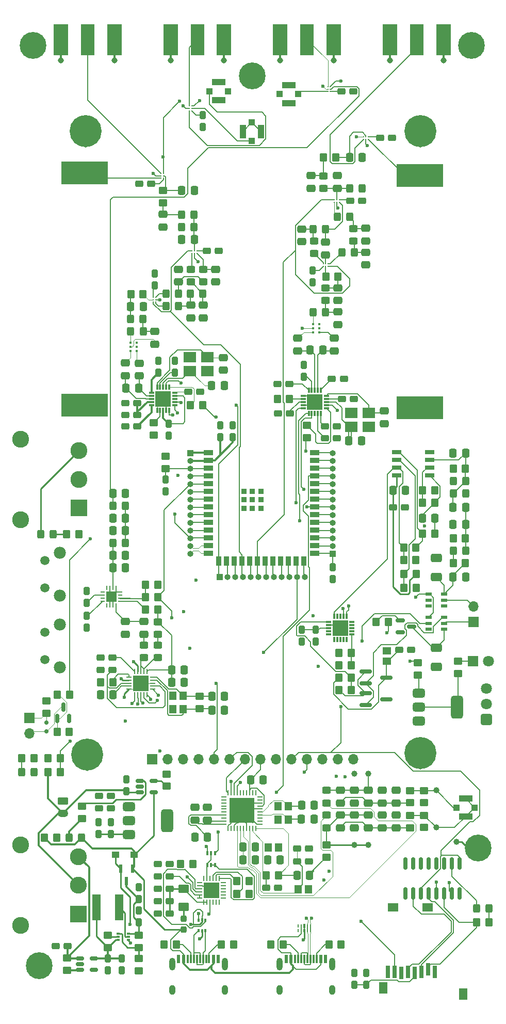
<source format=gbr>
%TF.GenerationSoftware,KiCad,Pcbnew,8.0.3*%
%TF.CreationDate,2024-12-10T11:07:40+00:00*%
%TF.ProjectId,PCB V2.4,50434220-5632-42e3-942e-6b696361645f,rev?*%
%TF.SameCoordinates,Original*%
%TF.FileFunction,Copper,L1,Top*%
%TF.FilePolarity,Positive*%
%FSLAX46Y46*%
G04 Gerber Fmt 4.6, Leading zero omitted, Abs format (unit mm)*
G04 Created by KiCad (PCBNEW 8.0.3) date 2024-12-10 11:07:40*
%MOMM*%
%LPD*%
G01*
G04 APERTURE LIST*
G04 Aperture macros list*
%AMRoundRect*
0 Rectangle with rounded corners*
0 $1 Rounding radius*
0 $2 $3 $4 $5 $6 $7 $8 $9 X,Y pos of 4 corners*
0 Add a 4 corners polygon primitive as box body*
4,1,4,$2,$3,$4,$5,$6,$7,$8,$9,$2,$3,0*
0 Add four circle primitives for the rounded corners*
1,1,$1+$1,$2,$3*
1,1,$1+$1,$4,$5*
1,1,$1+$1,$6,$7*
1,1,$1+$1,$8,$9*
0 Add four rect primitives between the rounded corners*
20,1,$1+$1,$2,$3,$4,$5,0*
20,1,$1+$1,$4,$5,$6,$7,0*
20,1,$1+$1,$6,$7,$8,$9,0*
20,1,$1+$1,$8,$9,$2,$3,0*%
G04 Aperture macros list end*
%TA.AperFunction,SMDPad,CuDef*%
%ADD10RoundRect,0.250000X-0.400000X-0.275000X0.400000X-0.275000X0.400000X0.275000X-0.400000X0.275000X0*%
%TD*%
%TA.AperFunction,SMDPad,CuDef*%
%ADD11C,1.000000*%
%TD*%
%TA.AperFunction,ComponentPad*%
%ADD12C,0.700000*%
%TD*%
%TA.AperFunction,ComponentPad*%
%ADD13C,4.400000*%
%TD*%
%TA.AperFunction,SMDPad,CuDef*%
%ADD14RoundRect,0.250000X-0.450000X0.350000X-0.450000X-0.350000X0.450000X-0.350000X0.450000X0.350000X0*%
%TD*%
%TA.AperFunction,SMDPad,CuDef*%
%ADD15RoundRect,0.250000X-0.325000X-0.450000X0.325000X-0.450000X0.325000X0.450000X-0.325000X0.450000X0*%
%TD*%
%TA.AperFunction,SMDPad,CuDef*%
%ADD16RoundRect,0.250000X0.450000X-0.325000X0.450000X0.325000X-0.450000X0.325000X-0.450000X-0.325000X0*%
%TD*%
%TA.AperFunction,SMDPad,CuDef*%
%ADD17RoundRect,0.250000X-0.350000X-0.450000X0.350000X-0.450000X0.350000X0.450000X-0.350000X0.450000X0*%
%TD*%
%TA.AperFunction,SMDPad,CuDef*%
%ADD18R,1.528000X0.650000*%
%TD*%
%TA.AperFunction,SMDPad,CuDef*%
%ADD19RoundRect,0.250000X-0.337500X-0.475000X0.337500X-0.475000X0.337500X0.475000X-0.337500X0.475000X0*%
%TD*%
%TA.AperFunction,SMDPad,CuDef*%
%ADD20RoundRect,0.250000X0.275000X-0.400000X0.275000X0.400000X-0.275000X0.400000X-0.275000X-0.400000X0*%
%TD*%
%TA.AperFunction,SMDPad,CuDef*%
%ADD21RoundRect,0.250000X0.400000X0.275000X-0.400000X0.275000X-0.400000X-0.275000X0.400000X-0.275000X0*%
%TD*%
%TA.AperFunction,SMDPad,CuDef*%
%ADD22RoundRect,0.237500X0.237500X-0.287500X0.237500X0.287500X-0.237500X0.287500X-0.237500X-0.287500X0*%
%TD*%
%TA.AperFunction,SMDPad,CuDef*%
%ADD23R,1.000000X1.000000*%
%TD*%
%TA.AperFunction,SMDPad,CuDef*%
%ADD24R,2.200000X1.050000*%
%TD*%
%TA.AperFunction,SMDPad,CuDef*%
%ADD25R,2.100000X1.800000*%
%TD*%
%TA.AperFunction,SMDPad,CuDef*%
%ADD26RoundRect,0.250000X0.350000X0.450000X-0.350000X0.450000X-0.350000X-0.450000X0.350000X-0.450000X0*%
%TD*%
%TA.AperFunction,SMDPad,CuDef*%
%ADD27RoundRect,0.250000X-0.450000X0.325000X-0.450000X-0.325000X0.450000X-0.325000X0.450000X0.325000X0*%
%TD*%
%TA.AperFunction,SMDPad,CuDef*%
%ADD28RoundRect,0.062500X-0.062500X0.062500X-0.062500X-0.062500X0.062500X-0.062500X0.062500X0.062500X0*%
%TD*%
%TA.AperFunction,SMDPad,CuDef*%
%ADD29RoundRect,0.250000X0.475000X-0.337500X0.475000X0.337500X-0.475000X0.337500X-0.475000X-0.337500X0*%
%TD*%
%TA.AperFunction,SMDPad,CuDef*%
%ADD30RoundRect,0.100000X0.100000X-0.225000X0.100000X0.225000X-0.100000X0.225000X-0.100000X-0.225000X0*%
%TD*%
%TA.AperFunction,SMDPad,CuDef*%
%ADD31RoundRect,0.250000X0.337500X0.475000X-0.337500X0.475000X-0.337500X-0.475000X0.337500X-0.475000X0*%
%TD*%
%TA.AperFunction,SMDPad,CuDef*%
%ADD32RoundRect,0.250000X-0.475000X0.337500X-0.475000X-0.337500X0.475000X-0.337500X0.475000X0.337500X0*%
%TD*%
%TA.AperFunction,SMDPad,CuDef*%
%ADD33RoundRect,0.250000X0.325000X0.450000X-0.325000X0.450000X-0.325000X-0.450000X0.325000X-0.450000X0*%
%TD*%
%TA.AperFunction,SMDPad,CuDef*%
%ADD34R,0.950000X0.300000*%
%TD*%
%TA.AperFunction,SMDPad,CuDef*%
%ADD35R,0.300000X0.950000*%
%TD*%
%TA.AperFunction,ComponentPad*%
%ADD36C,0.500000*%
%TD*%
%TA.AperFunction,SMDPad,CuDef*%
%ADD37R,2.500000X2.500000*%
%TD*%
%TA.AperFunction,ComponentPad*%
%ADD38C,1.515000*%
%TD*%
%TA.AperFunction,ComponentPad*%
%ADD39C,1.980000*%
%TD*%
%TA.AperFunction,ComponentPad*%
%ADD40R,1.000000X1.000000*%
%TD*%
%TA.AperFunction,ComponentPad*%
%ADD41O,1.000000X1.000000*%
%TD*%
%TA.AperFunction,ComponentPad*%
%ADD42RoundRect,0.250200X0.649800X-0.649800X0.649800X0.649800X-0.649800X0.649800X-0.649800X-0.649800X0*%
%TD*%
%TA.AperFunction,ComponentPad*%
%ADD43C,1.800000*%
%TD*%
%TA.AperFunction,SMDPad,CuDef*%
%ADD44RoundRect,0.162500X-0.837500X-0.162500X0.837500X-0.162500X0.837500X0.162500X-0.837500X0.162500X0*%
%TD*%
%TA.AperFunction,SMDPad,CuDef*%
%ADD45RoundRect,0.062500X-0.350000X-0.062500X0.350000X-0.062500X0.350000X0.062500X-0.350000X0.062500X0*%
%TD*%
%TA.AperFunction,SMDPad,CuDef*%
%ADD46RoundRect,0.062500X-0.062500X-0.350000X0.062500X-0.350000X0.062500X0.350000X-0.062500X0.350000X0*%
%TD*%
%TA.AperFunction,HeatsinkPad*%
%ADD47R,2.600000X2.600000*%
%TD*%
%TA.AperFunction,SMDPad,CuDef*%
%ADD48R,0.600000X1.450000*%
%TD*%
%TA.AperFunction,SMDPad,CuDef*%
%ADD49R,0.300000X1.450000*%
%TD*%
%TA.AperFunction,ComponentPad*%
%ADD50O,1.000000X2.100000*%
%TD*%
%TA.AperFunction,ComponentPad*%
%ADD51O,1.000000X1.600000*%
%TD*%
%TA.AperFunction,SMDPad,CuDef*%
%ADD52R,0.475000X0.300000*%
%TD*%
%TA.AperFunction,SMDPad,CuDef*%
%ADD53RoundRect,0.250000X0.450000X-0.350000X0.450000X0.350000X-0.450000X0.350000X-0.450000X-0.350000X0*%
%TD*%
%TA.AperFunction,SMDPad,CuDef*%
%ADD54R,7.620000X3.810000*%
%TD*%
%TA.AperFunction,ComponentPad*%
%ADD55R,1.700000X1.700000*%
%TD*%
%TA.AperFunction,ComponentPad*%
%ADD56O,1.700000X1.700000*%
%TD*%
%TA.AperFunction,ComponentPad*%
%ADD57C,0.800000*%
%TD*%
%TA.AperFunction,ComponentPad*%
%ADD58C,5.250000*%
%TD*%
%TA.AperFunction,SMDPad,CuDef*%
%ADD59R,1.100000X0.550000*%
%TD*%
%TA.AperFunction,SMDPad,CuDef*%
%ADD60RoundRect,0.150000X-0.587500X-0.150000X0.587500X-0.150000X0.587500X0.150000X-0.587500X0.150000X0*%
%TD*%
%TA.AperFunction,SMDPad,CuDef*%
%ADD61R,1.200000X1.400000*%
%TD*%
%TA.AperFunction,SMDPad,CuDef*%
%ADD62RoundRect,0.250000X0.650000X-0.412500X0.650000X0.412500X-0.650000X0.412500X-0.650000X-0.412500X0*%
%TD*%
%TA.AperFunction,SMDPad,CuDef*%
%ADD63RoundRect,0.062500X-0.062500X-0.062500X0.062500X-0.062500X0.062500X0.062500X-0.062500X0.062500X0*%
%TD*%
%TA.AperFunction,SMDPad,CuDef*%
%ADD64RoundRect,0.250000X-0.275000X0.400000X-0.275000X-0.400000X0.275000X-0.400000X0.275000X0.400000X0*%
%TD*%
%TA.AperFunction,SMDPad,CuDef*%
%ADD65RoundRect,0.150000X0.200000X-0.150000X0.200000X0.150000X-0.200000X0.150000X-0.200000X-0.150000X0*%
%TD*%
%TA.AperFunction,SMDPad,CuDef*%
%ADD66R,0.330000X0.410000*%
%TD*%
%TA.AperFunction,SMDPad,CuDef*%
%ADD67RoundRect,0.250001X0.624999X-0.462499X0.624999X0.462499X-0.624999X0.462499X-0.624999X-0.462499X0*%
%TD*%
%TA.AperFunction,SMDPad,CuDef*%
%ADD68RoundRect,0.093750X0.093750X-0.156250X0.093750X0.156250X-0.093750X0.156250X-0.093750X-0.156250X0*%
%TD*%
%TA.AperFunction,SMDPad,CuDef*%
%ADD69RoundRect,0.075000X0.075000X-0.250000X0.075000X0.250000X-0.075000X0.250000X-0.075000X-0.250000X0*%
%TD*%
%TA.AperFunction,SMDPad,CuDef*%
%ADD70R,1.050000X2.200000*%
%TD*%
%TA.AperFunction,SMDPad,CuDef*%
%ADD71RoundRect,0.062500X0.062500X-0.375000X0.062500X0.375000X-0.062500X0.375000X-0.062500X-0.375000X0*%
%TD*%
%TA.AperFunction,SMDPad,CuDef*%
%ADD72RoundRect,0.062500X0.375000X-0.062500X0.375000X0.062500X-0.375000X0.062500X-0.375000X-0.062500X0*%
%TD*%
%TA.AperFunction,HeatsinkPad*%
%ADD73C,0.500000*%
%TD*%
%TA.AperFunction,HeatsinkPad*%
%ADD74R,4.100000X4.100000*%
%TD*%
%TA.AperFunction,SMDPad,CuDef*%
%ADD75R,1.200000X1.450000*%
%TD*%
%TA.AperFunction,SMDPad,CuDef*%
%ADD76R,0.558800X1.320800*%
%TD*%
%TA.AperFunction,SMDPad,CuDef*%
%ADD77R,2.290000X5.080000*%
%TD*%
%TA.AperFunction,SMDPad,CuDef*%
%ADD78R,2.420000X5.080000*%
%TD*%
%TA.AperFunction,SMDPad,CuDef*%
%ADD79R,0.460000X0.950000*%
%TD*%
%TA.AperFunction,ComponentPad*%
%ADD80C,0.970000*%
%TD*%
%TA.AperFunction,ComponentPad*%
%ADD81R,1.800000X1.800000*%
%TD*%
%TA.AperFunction,ComponentPad*%
%ADD82RoundRect,0.250000X-0.625000X0.350000X-0.625000X-0.350000X0.625000X-0.350000X0.625000X0.350000X0*%
%TD*%
%TA.AperFunction,ComponentPad*%
%ADD83O,1.750000X1.200000*%
%TD*%
%TA.AperFunction,SMDPad,CuDef*%
%ADD84R,1.400000X4.200000*%
%TD*%
%TA.AperFunction,SMDPad,CuDef*%
%ADD85RoundRect,0.062500X0.062500X-0.350000X0.062500X0.350000X-0.062500X0.350000X-0.062500X-0.350000X0*%
%TD*%
%TA.AperFunction,SMDPad,CuDef*%
%ADD86RoundRect,0.062500X0.350000X-0.062500X0.350000X0.062500X-0.350000X0.062500X-0.350000X-0.062500X0*%
%TD*%
%TA.AperFunction,HeatsinkPad*%
%ADD87R,2.500000X2.500000*%
%TD*%
%TA.AperFunction,SMDPad,CuDef*%
%ADD88R,0.800000X2.000000*%
%TD*%
%TA.AperFunction,SMDPad,CuDef*%
%ADD89R,1.800000X1.400000*%
%TD*%
%TA.AperFunction,SMDPad,CuDef*%
%ADD90R,1.400000X1.900000*%
%TD*%
%TA.AperFunction,SMDPad,CuDef*%
%ADD91RoundRect,0.150000X-0.512500X-0.150000X0.512500X-0.150000X0.512500X0.150000X-0.512500X0.150000X0*%
%TD*%
%TA.AperFunction,SMDPad,CuDef*%
%ADD92RoundRect,0.375000X-0.625000X-0.375000X0.625000X-0.375000X0.625000X0.375000X-0.625000X0.375000X0*%
%TD*%
%TA.AperFunction,SMDPad,CuDef*%
%ADD93RoundRect,0.500000X-0.500000X-1.400000X0.500000X-1.400000X0.500000X1.400000X-0.500000X1.400000X0*%
%TD*%
%TA.AperFunction,ComponentPad*%
%ADD94R,2.775000X2.775000*%
%TD*%
%TA.AperFunction,ComponentPad*%
%ADD95C,2.775000*%
%TD*%
%TA.AperFunction,SMDPad,CuDef*%
%ADD96R,0.250000X0.625000*%
%TD*%
%TA.AperFunction,SMDPad,CuDef*%
%ADD97R,0.450000X0.700000*%
%TD*%
%TA.AperFunction,SMDPad,CuDef*%
%ADD98R,0.450000X0.575000*%
%TD*%
%TA.AperFunction,SMDPad,CuDef*%
%ADD99RoundRect,0.062500X0.062500X-0.062500X0.062500X0.062500X-0.062500X0.062500X-0.062500X-0.062500X0*%
%TD*%
%TA.AperFunction,SMDPad,CuDef*%
%ADD100RoundRect,0.150000X0.150000X-0.825000X0.150000X0.825000X-0.150000X0.825000X-0.150000X-0.825000X0*%
%TD*%
%TA.AperFunction,SMDPad,CuDef*%
%ADD101RoundRect,0.250000X-0.650000X0.412500X-0.650000X-0.412500X0.650000X-0.412500X0.650000X0.412500X0*%
%TD*%
%TA.AperFunction,SMDPad,CuDef*%
%ADD102R,1.450000X1.200000*%
%TD*%
%TA.AperFunction,SMDPad,CuDef*%
%ADD103R,0.254000X0.762000*%
%TD*%
%TA.AperFunction,SMDPad,CuDef*%
%ADD104R,0.762000X0.254000*%
%TD*%
%TA.AperFunction,SMDPad,CuDef*%
%ADD105R,1.752600X1.752600*%
%TD*%
%TA.AperFunction,SMDPad,CuDef*%
%ADD106RoundRect,0.150000X0.150000X-0.587500X0.150000X0.587500X-0.150000X0.587500X-0.150000X-0.587500X0*%
%TD*%
%TA.AperFunction,SMDPad,CuDef*%
%ADD107RoundRect,0.062500X0.062500X0.062500X-0.062500X0.062500X-0.062500X-0.062500X0.062500X-0.062500X0*%
%TD*%
%TA.AperFunction,SMDPad,CuDef*%
%ADD108R,1.498600X0.889000*%
%TD*%
%TA.AperFunction,SMDPad,CuDef*%
%ADD109R,0.889000X1.498600*%
%TD*%
%TA.AperFunction,SMDPad,CuDef*%
%ADD110R,0.889000X0.889000*%
%TD*%
%TA.AperFunction,SMDPad,CuDef*%
%ADD111R,1.143000X1.092200*%
%TD*%
%TA.AperFunction,ViaPad*%
%ADD112C,0.600000*%
%TD*%
%TA.AperFunction,Conductor*%
%ADD113C,0.150000*%
%TD*%
%TA.AperFunction,Conductor*%
%ADD114C,0.101600*%
%TD*%
%TA.AperFunction,Conductor*%
%ADD115C,0.237200*%
%TD*%
%TA.AperFunction,Conductor*%
%ADD116C,0.200000*%
%TD*%
%TA.AperFunction,Conductor*%
%ADD117C,0.355600*%
%TD*%
G04 APERTURE END LIST*
D10*
%TO.P,C24,1*%
%TO.N,Net-(IC2-DCOUPL)*%
X92628500Y-84339200D03*
%TO.P,C24,2*%
%TO.N,GND*%
X94578500Y-84339200D03*
%TD*%
D11*
%TO.P,TP7,1,1*%
%TO.N,Net-(C34-Pad1)*%
X119882500Y-158639700D03*
%TD*%
D12*
%TO.P,H1,1,1*%
%TO.N,GND*%
X66473500Y-178487200D03*
X66956774Y-177320474D03*
X66956774Y-179653926D03*
X68123500Y-176837200D03*
D13*
X68123500Y-178487200D03*
D12*
X68123500Y-180137200D03*
X69290226Y-177320474D03*
X69290226Y-179653926D03*
X69773500Y-178487200D03*
%TD*%
D14*
%TO.P,R31,1*%
%TO.N,Net-(U10-XC1)*%
X94492500Y-134266200D03*
%TO.P,R31,2*%
%TO.N,Net-(U10-XC2)*%
X94492500Y-136266200D03*
%TD*%
D15*
%TO.P,D3,1,K*%
%TO.N,Net-(D3-K)*%
X65254500Y-146696200D03*
%TO.P,D3,2,A*%
%TO.N,+3V3*%
X67304500Y-146696200D03*
%TD*%
D16*
%TO.P,L26,1,1*%
%TO.N,Net-(U16-RFIN)*%
X114802500Y-50947200D03*
%TO.P,L26,2,2*%
%TO.N,Net-(C121-Pad1)*%
X114802500Y-48897200D03*
%TD*%
D17*
%TO.P,R35,1*%
%TO.N,Net-(U12-RXEN)*%
X85608500Y-117994200D03*
%TO.P,R35,2*%
%TO.N,/GPIO5_NRF24_CE*%
X87608500Y-117994200D03*
%TD*%
%TO.P,R51,1*%
%TO.N,Net-(U14-RFIN)*%
X115199500Y-65416200D03*
%TO.P,R51,2*%
%TO.N,Net-(C116-Pad1)*%
X117199500Y-65416200D03*
%TD*%
D18*
%TO.P,U19,1*%
%TO.N,Net-(C120-Pad1)*%
X132245500Y-98055200D03*
%TO.P,U19,2,-*%
%TO.N,Net-(U19A--)*%
X132245500Y-96785200D03*
%TO.P,U19,3,+*%
%TO.N,Net-(D7-K)*%
X132245500Y-95515200D03*
%TO.P,U19,4,V-*%
%TO.N,GND*%
X132245500Y-94245200D03*
%TO.P,U19,5,+*%
%TO.N,Net-(U19B-+)*%
X126823500Y-94245200D03*
%TO.P,U19,6,-*%
%TO.N,Net-(U19B--)*%
X126823500Y-95515200D03*
%TO.P,U19,7*%
%TO.N,/RDM630_SIN*%
X126823500Y-96785200D03*
%TO.P,U19,8,V+*%
%TO.N,+5V*%
X126823500Y-98055200D03*
%TD*%
D19*
%TO.P,C43,1*%
%TO.N,Net-(U10-XC2)*%
X96503000Y-136536200D03*
%TO.P,C43,2*%
%TO.N,GND*%
X98578000Y-136536200D03*
%TD*%
D20*
%TO.P,C22,1*%
%TO.N,+3V3*%
X97921500Y-91752500D03*
%TO.P,C22,2*%
%TO.N,GND*%
X97921500Y-89802500D03*
%TD*%
D15*
%TO.P,L18,1,1*%
%TO.N,Net-(U14-RF2)*%
X117841500Y-61479200D03*
%TO.P,L18,2,2*%
%TO.N,Net-(C96-Pad1)*%
X119891500Y-61479200D03*
%TD*%
D21*
%TO.P,C2,1*%
%TO.N,Net-(U6-REGIN)*%
X89552500Y-165841200D03*
%TO.P,C2,2*%
%TO.N,GND*%
X87602500Y-165841200D03*
%TD*%
D22*
%TO.P,FB1,1*%
%TO.N,+V_USB*%
X91879500Y-172558200D03*
%TO.P,FB1,2*%
%TO.N,Net-(F1-Pad1)*%
X91879500Y-170808200D03*
%TD*%
D17*
%TO.P,R50,1*%
%TO.N,Net-(U19A--)*%
X131090500Y-100468200D03*
%TO.P,R50,2*%
%TO.N,GND*%
X133090500Y-100468200D03*
%TD*%
D23*
%TO.P,AE6,1,A*%
%TO.N,Net-(AE6-A)*%
X110623500Y-35487200D03*
D24*
%TO.P,AE6,2*%
%TO.N,N/C*%
X109123500Y-36962200D03*
D23*
X107623500Y-35487200D03*
D24*
X109123500Y-34012200D03*
%TD*%
D15*
%TO.P,D8,1,K*%
%TO.N,GND*%
X136113500Y-98944200D03*
%TO.P,D8,2,A*%
%TO.N,Net-(D7-K)*%
X138163500Y-98944200D03*
%TD*%
%TO.P,L16,1,1*%
%TO.N,GND*%
X91552500Y-57288200D03*
%TO.P,L16,2,2*%
%TO.N,Net-(U13-RFIN)*%
X93602500Y-57288200D03*
%TD*%
D25*
%TO.P,Y1,1,1*%
%TO.N,Net-(IC2-XOSC_Q1)*%
X92905500Y-80917200D03*
%TO.P,Y1,2,2*%
%TO.N,GND*%
X95805500Y-80917200D03*
%TO.P,Y1,3,3*%
%TO.N,Net-(IC2-XOSC_Q2)*%
X95805500Y-78617200D03*
%TO.P,Y1,4*%
%TO.N,N/C*%
X92905500Y-78617200D03*
%TD*%
D19*
%TO.P,C26,1*%
%TO.N,Net-(IC2-XOSC_Q1)*%
X96471500Y-83323200D03*
%TO.P,C26,2*%
%TO.N,GND*%
X98546500Y-83323200D03*
%TD*%
D26*
%TO.P,R45,1*%
%TO.N,Net-(IC4-P1.2)*%
X119358500Y-129170200D03*
%TO.P,R45,2*%
%TO.N,GND*%
X117358500Y-129170200D03*
%TD*%
D10*
%TO.P,C56,1*%
%TO.N,Net-(IC3-AVDD)*%
X110519500Y-159230500D03*
%TO.P,C56,2*%
%TO.N,GND*%
X112469500Y-159230500D03*
%TD*%
D27*
%TO.P,L6,1,1*%
%TO.N,Net-(C49-Pad1)*%
X85354500Y-125859200D03*
%TO.P,L6,2,2*%
%TO.N,Net-(U10-ANT1)*%
X85354500Y-127909200D03*
%TD*%
D28*
%TO.P,U14,1,RF2*%
%TO.N,Net-(U14-RF2)*%
X115583500Y-63365200D03*
%TO.P,U14,2,GND*%
%TO.N,GND*%
X115183500Y-63365200D03*
%TO.P,U14,3,RF1*%
%TO.N,Net-(U14-RF1)*%
X114783500Y-63365200D03*
%TO.P,U14,4,VDD*%
%TO.N,+3V3*%
X114783500Y-63765200D03*
%TO.P,U14,5,RFIN*%
%TO.N,Net-(U14-RFIN)*%
X115183500Y-63765200D03*
%TO.P,U14,6,CTRL*%
%TO.N,/GPIO12_CC1101B_CTRL*%
X115583500Y-63765200D03*
%TD*%
D29*
%TO.P,C108,1*%
%TO.N,Net-(IC6-RF_P)*%
X116580500Y-77629700D03*
%TO.P,C108,2*%
%TO.N,Net-(FL2-BAL_2)*%
X116580500Y-75554700D03*
%TD*%
D16*
%TO.P,L24,1,1*%
%TO.N,Net-(C113-Pad1)*%
X115183500Y-69362200D03*
%TO.P,L24,2,2*%
%TO.N,Net-(C116-Pad1)*%
X115183500Y-67312200D03*
%TD*%
D30*
%TO.P,Q3,1,E1*%
%TO.N,/DTR*%
X95722500Y-161936200D03*
%TO.P,Q3,2,B1*%
%TO.N,/RTS*%
X96372500Y-161936200D03*
%TO.P,Q3,3,C2*%
X97022500Y-161936200D03*
%TO.P,Q3,4,E2*%
%TO.N,/EN{slash}RESET*%
X97022500Y-160036200D03*
%TO.P,Q3,5,B2*%
%TO.N,/DTR*%
X96372500Y-160036200D03*
%TO.P,Q3,6,C1*%
%TO.N,/IO0*%
X95722500Y-160036200D03*
%TD*%
D31*
%TO.P,C48,1*%
%TO.N,GND*%
X91974000Y-131964200D03*
%TO.P,C48,2*%
%TO.N,/NRF24_VDD_PA*%
X89899000Y-131964200D03*
%TD*%
D14*
%TO.P,R26,1*%
%TO.N,Net-(J5-In)*%
X131312500Y-149728200D03*
%TO.P,R26,2*%
%TO.N,GND*%
X131312500Y-151728200D03*
%TD*%
D32*
%TO.P,C53,1*%
%TO.N,Net-(C53-Pad1)*%
X95117500Y-70115200D03*
%TO.P,C53,2*%
%TO.N,GND*%
X95117500Y-72190200D03*
%TD*%
D17*
%TO.P,R4,1*%
%TO.N,Net-(Q2-G)*%
X71105500Y-140092200D03*
%TO.P,R4,2*%
%TO.N,GND*%
X73105500Y-140092200D03*
%TD*%
D15*
%TO.P,L21,1,1*%
%TO.N,Net-(C97-Pad1)*%
X113142500Y-57669200D03*
%TO.P,L21,2,2*%
%TO.N,Net-(U16-RF1)*%
X115192500Y-57669200D03*
%TD*%
D33*
%TO.P,L25,1,1*%
%TO.N,GND*%
X121161500Y-50938200D03*
%TO.P,L25,2,2*%
%TO.N,Net-(U16-RFIN)*%
X119111500Y-50938200D03*
%TD*%
D31*
%TO.P,C47,1*%
%TO.N,GND*%
X91974000Y-129932200D03*
%TO.P,C47,2*%
%TO.N,/NRF24_VDD_PA*%
X89899000Y-129932200D03*
%TD*%
D17*
%TO.P,R44,1*%
%TO.N,+3V3*%
X117358500Y-127138200D03*
%TO.P,R44,2*%
%TO.N,Net-(IC4-P1.2)*%
X119358500Y-127138200D03*
%TD*%
D21*
%TO.P,C68,1*%
%TO.N,+3V3*%
X84291500Y-90015500D03*
%TO.P,C68,2*%
%TO.N,GND*%
X82341500Y-90015500D03*
%TD*%
D20*
%TO.P,C32,1*%
%TO.N,+3V3*%
X87761500Y-81211500D03*
%TO.P,C32,2*%
%TO.N,GND*%
X87761500Y-79261500D03*
%TD*%
D34*
%TO.P,IC4,1,P0.0*%
%TO.N,Net-(IC4-P0.0)*%
X115696500Y-122074200D03*
%TO.P,IC4,2,GND*%
%TO.N,GND*%
X115696500Y-122574200D03*
%TO.P,IC4,3,VDD*%
%TO.N,+3V3*%
X115696500Y-123074200D03*
%TO.P,IC4,4,/RST/C2CK*%
%TO.N,unconnected-(IC4-{slash}RST{slash}C2CK-Pad4)*%
X115696500Y-123574200D03*
%TO.P,IC4,5,P2.0/C2D*%
%TO.N,unconnected-(IC4-P2.0{slash}C2D-Pad5)*%
X115696500Y-124074200D03*
D35*
%TO.P,IC4,6,P1.7*%
%TO.N,unconnected-(IC4-P1.7-Pad6)*%
X116596500Y-124974200D03*
%TO.P,IC4,7,P1.6*%
%TO.N,unconnected-(IC4-P1.6-Pad7)*%
X117096500Y-124974200D03*
%TO.P,IC4,8,P1.5*%
%TO.N,unconnected-(IC4-P1.5-Pad8)*%
X117596500Y-124974200D03*
%TO.P,IC4,9,P1.4*%
%TO.N,unconnected-(IC4-P1.4-Pad9)*%
X118096500Y-124974200D03*
%TO.P,IC4,10,P1.3*%
%TO.N,unconnected-(IC4-P1.3-Pad10)*%
X118596500Y-124974200D03*
D34*
%TO.P,IC4,11,P1.2*%
%TO.N,Net-(IC4-P1.2)*%
X119496500Y-124074200D03*
%TO.P,IC4,12,P1.1*%
%TO.N,unconnected-(IC4-P1.1-Pad12)*%
X119496500Y-123574200D03*
%TO.P,IC4,13,P1.0*%
%TO.N,unconnected-(IC4-P1.0-Pad13)*%
X119496500Y-123074200D03*
%TO.P,IC4,14,P0.7*%
%TO.N,unconnected-(IC4-P0.7-Pad14)*%
X119496500Y-122574200D03*
%TO.P,IC4,15,P0.6*%
%TO.N,unconnected-(IC4-P0.6-Pad15)*%
X119496500Y-122074200D03*
D35*
%TO.P,IC4,16,P0.5*%
%TO.N,/GPIO21_RDM630_RX*%
X118596500Y-121174200D03*
%TO.P,IC4,17,P0.4*%
%TO.N,/GPIO14_RDM630_TX*%
X118096500Y-121174200D03*
%TO.P,IC4,18,P0.3*%
%TO.N,unconnected-(IC4-P0.3-Pad18)*%
X117596500Y-121174200D03*
%TO.P,IC4,19,P0.2*%
%TO.N,unconnected-(IC4-P0.2-Pad19)*%
X117096500Y-121174200D03*
%TO.P,IC4,20,P0.1*%
%TO.N,/RDM630_SIN*%
X116596500Y-121174200D03*
D36*
%TO.P,IC4,21,THERMAL_PAD*%
%TO.N,GND*%
X116834500Y-122312200D03*
X116834500Y-123074200D03*
X116834500Y-123836200D03*
X117596500Y-122312200D03*
X117596500Y-123074200D03*
D37*
X117596500Y-123074200D03*
D36*
X117596500Y-123836200D03*
X118358500Y-122312200D03*
X118358500Y-123074200D03*
X118358500Y-123836200D03*
%TD*%
D33*
%TO.P,L15,1,1*%
%TO.N,Net-(C78-Pad1)*%
X82299500Y-103008200D03*
%TO.P,L15,2,2*%
%TO.N,/NRF24_ANT_OUT*%
X80249500Y-103008200D03*
%TD*%
D19*
%TO.P,C104,1*%
%TO.N,Net-(IC6-RF_N)*%
X112622000Y-77481200D03*
%TO.P,C104,2*%
%TO.N,Net-(IC6-RF_P)*%
X114697000Y-77481200D03*
%TD*%
D21*
%TO.P,C94,1*%
%TO.N,+3V3*%
X86546000Y-50176200D03*
%TO.P,C94,2*%
%TO.N,GND*%
X84596000Y-50176200D03*
%TD*%
D19*
%TO.P,C42,1*%
%TO.N,Net-(U10-XC1)*%
X96503000Y-134250200D03*
%TO.P,C42,2*%
%TO.N,GND*%
X98578000Y-134250200D03*
%TD*%
D11*
%TO.P,TP3,1,1*%
%TO.N,Net-(J5-Ext)*%
X133344500Y-155808200D03*
%TD*%
D35*
%TO.P,IC6,1,SCLK*%
%TO.N,/GPIO17_VSPI_SCK*%
X112405500Y-87890200D03*
%TO.P,IC6,2,SO_(GDO1)*%
%TO.N,/GPIO15_VSPI_MISO*%
X112905500Y-87890200D03*
%TO.P,IC6,3,GDO2*%
%TO.N,unconnected-(IC6-GDO2-Pad3)*%
X113405500Y-87890200D03*
%TO.P,IC6,4,DVDD*%
%TO.N,+3V3*%
X113905500Y-87890200D03*
%TO.P,IC6,5,DCOUPL*%
%TO.N,Net-(IC6-DCOUPL)*%
X114405500Y-87890200D03*
D34*
%TO.P,IC6,6,GDO0_(ATEST)*%
%TO.N,Net-(IC6-GDO0_(ATEST))*%
X115305500Y-86990200D03*
%TO.P,IC6,7,CSN*%
%TO.N,/GPIO3_CC1101B_CS*%
X115305500Y-86490200D03*
%TO.P,IC6,8,XOSC_Q1*%
%TO.N,Net-(IC6-XOSC_Q1)*%
X115305500Y-85990200D03*
%TO.P,IC6,9,AVDD_1*%
%TO.N,+3V3*%
X115305500Y-85490200D03*
%TO.P,IC6,10,XOSC_Q2*%
%TO.N,Net-(IC6-XOSC_Q2)*%
X115305500Y-84990200D03*
D35*
%TO.P,IC6,11,AVDD_2*%
%TO.N,+3V3*%
X114405500Y-84090200D03*
%TO.P,IC6,12,RF_P*%
%TO.N,Net-(IC6-RF_P)*%
X113905500Y-84090200D03*
%TO.P,IC6,13,RF_N*%
%TO.N,Net-(IC6-RF_N)*%
X113405500Y-84090200D03*
%TO.P,IC6,14,AVDD_3*%
%TO.N,+3V3*%
X112905500Y-84090200D03*
%TO.P,IC6,15,AVDD_4*%
X112405500Y-84090200D03*
D34*
%TO.P,IC6,16,GND_1*%
%TO.N,GND*%
X111505500Y-84990200D03*
%TO.P,IC6,17,RBIAS*%
%TO.N,Net-(IC6-RBIAS)*%
X111505500Y-85490200D03*
%TO.P,IC6,18,DGUARD*%
%TO.N,+3V3*%
X111505500Y-85990200D03*
%TO.P,IC6,19,GND_2*%
%TO.N,GND*%
X111505500Y-86490200D03*
%TO.P,IC6,20,SI*%
%TO.N,/GPIO16_VSPI_MOSI*%
X111505500Y-86990200D03*
D36*
%TO.P,IC6,21,GND_3(EPAD)*%
%TO.N,GND*%
X112643500Y-86752200D03*
X113405500Y-86752200D03*
X114167500Y-86752200D03*
X112643500Y-85990200D03*
X113405500Y-85990200D03*
D37*
X113405500Y-85990200D03*
D36*
X114167500Y-85990200D03*
X112643500Y-85228200D03*
X113405500Y-85228200D03*
X114167500Y-85228200D03*
%TD*%
D38*
%TO.P,RESET1,1,COM*%
%TO.N,/EN{slash}RESET*%
X69082500Y-111986200D03*
%TO.P,RESET1,2,NO*%
%TO.N,GND*%
X69082500Y-116486200D03*
D39*
%TO.P,RESET1,MH1,MH1*%
X71572500Y-110731200D03*
%TO.P,RESET1,MH2,MH2*%
X71572500Y-117741200D03*
%TD*%
D21*
%TO.P,C7,1*%
%TO.N,Net-(U6-REGIN)*%
X89552500Y-169905200D03*
%TO.P,C7,2*%
%TO.N,GND*%
X87602500Y-169905200D03*
%TD*%
D40*
%TO.P,J10,1,Pin_1*%
%TO.N,/IO0*%
X116326500Y-110882200D03*
D41*
%TO.P,J10,2,Pin_2*%
%TO.N,/GPIO35_SCREEN_T_IRQ*%
X116326500Y-109612200D03*
%TO.P,J10,3,Pin_3*%
%TO.N,/GPIO36_SCREEN_T_CS*%
X116326500Y-108342200D03*
%TO.P,J10,4,Pin_4*%
%TO.N,/GPIO37_IR_RECEIVER*%
X116326500Y-107072200D03*
%TO.P,J10,5,Pin_5*%
%TO.N,/GPIO38_IR_LED*%
X116326500Y-105802200D03*
%TO.P,J10,6,Pin_6*%
%TO.N,/GPIO39_HSPI_SCK*%
X116326500Y-104532200D03*
%TO.P,J10,7,Pin_7*%
%TO.N,/GPIO40_HSPI_MOSI*%
X116326500Y-103262200D03*
%TO.P,J10,8,Pin_8*%
%TO.N,/GPIO41_HSPI_MISO*%
X116326500Y-101992200D03*
%TO.P,J10,9,Pin_9*%
%TO.N,/GPIO42_SD_CARD_CS*%
X116326500Y-100722200D03*
%TO.P,J10,10,Pin_10*%
%TO.N,/RX*%
X116326500Y-99452200D03*
%TO.P,J10,11,Pin_11*%
%TO.N,/TX*%
X116326500Y-98182200D03*
%TO.P,J10,12,Pin_12*%
%TO.N,/GPIO2_SCREEN_D{slash}C*%
X116326500Y-96912200D03*
%TO.P,J10,13,Pin_13*%
%TO.N,/GPIO1_SCREEN_CS*%
X116326500Y-95642200D03*
%TO.P,J10,14,Pin_14*%
%TO.N,GND*%
X116326500Y-94372200D03*
%TD*%
D32*
%TO.P,C97,1*%
%TO.N,Net-(C97-Pad1)*%
X111246500Y-57647700D03*
%TO.P,C97,2*%
%TO.N,GND*%
X111246500Y-59722700D03*
%TD*%
D21*
%TO.P,C4,1*%
%TO.N,Net-(U6-REGIN)*%
X89552500Y-167873200D03*
%TO.P,C4,2*%
%TO.N,GND*%
X87602500Y-167873200D03*
%TD*%
D42*
%TO.P,U5,1,OUT*%
%TO.N,/GPIO37_IR_RECEIVER*%
X141598500Y-138060200D03*
D43*
%TO.P,U5,2,GND*%
%TO.N,GND*%
X141598500Y-135520200D03*
%TO.P,U5,3,Vs*%
%TO.N,+3V3*%
X141598500Y-132980200D03*
%TD*%
D32*
%TO.P,C121,1*%
%TO.N,Net-(C121-Pad1)*%
X112770500Y-48884700D03*
%TO.P,C121,2*%
%TO.N,GND*%
X112770500Y-50959700D03*
%TD*%
D14*
%TO.P,R20,1*%
%TO.N,Net-(IC1-FB)*%
X84513500Y-177287200D03*
%TO.P,R20,2*%
%TO.N,GND*%
X84513500Y-179287200D03*
%TD*%
D29*
%TO.P,C49,1*%
%TO.N,Net-(C49-Pad1)*%
X85354500Y-124111700D03*
%TO.P,C49,2*%
%TO.N,Net-(U12-TXRX)*%
X85354500Y-122036700D03*
%TD*%
D32*
%TO.P,C29,1*%
%TO.N,GND*%
X126740500Y-153786700D03*
%TO.P,C29,2*%
%TO.N,Net-(C29-Pad2)*%
X126740500Y-155861700D03*
%TD*%
D19*
%TO.P,C99,1*%
%TO.N,Net-(IC7-NO_(SOURCE1))*%
X136101000Y-114692200D03*
%TO.P,C99,2*%
%TO.N,GND*%
X138176000Y-114692200D03*
%TD*%
D44*
%TO.P,Q5,1,B*%
%TO.N,Net-(Q5-B)*%
X121728500Y-130252200D03*
%TO.P,Q5,2,E*%
%TO.N,Net-(IC5-NO_(SOURCE1))*%
X121728500Y-132152200D03*
%TO.P,Q5,3,C*%
%TO.N,Net-(Q5-C)*%
X125148500Y-131202200D03*
%TD*%
D45*
%TO.P,U6,1,~{RI}*%
%TO.N,unconnected-(U6-~{RI}-Pad1)*%
X94514000Y-164845200D03*
%TO.P,U6,2,GND*%
%TO.N,GND*%
X94514000Y-165345200D03*
%TO.P,U6,3,D+*%
%TO.N,Net-(U6-D+)*%
X94514000Y-165845200D03*
%TO.P,U6,4,D-*%
%TO.N,Net-(U6-D-)*%
X94514000Y-166345200D03*
%TO.P,U6,5,VIO*%
%TO.N,+3.3VA*%
X94514000Y-166845200D03*
%TO.P,U6,6,VDD*%
X94514000Y-167345200D03*
D46*
%TO.P,U6,7,REGIN*%
%TO.N,Net-(U6-REGIN)*%
X95201500Y-168032700D03*
%TO.P,U6,8,VBUS*%
X95701500Y-168032700D03*
%TO.P,U6,9,~{RST}*%
%TO.N,Net-(U6-~{RST})*%
X96201500Y-168032700D03*
%TO.P,U6,10,NC*%
%TO.N,unconnected-(U6-NC-Pad10)*%
X96701500Y-168032700D03*
%TO.P,U6,11,GPIO.3*%
%TO.N,unconnected-(U6-GPIO.3-Pad11)*%
X97201500Y-168032700D03*
%TO.P,U6,12,RS485/GPIO.2*%
%TO.N,unconnected-(U6-RS485{slash}GPIO.2-Pad12)*%
X97701500Y-168032700D03*
D45*
%TO.P,U6,13,RXT/GPIO.1*%
%TO.N,unconnected-(U6-RXT{slash}GPIO.1-Pad13)*%
X98389000Y-167345200D03*
%TO.P,U6,14,TXT/GPIO.0*%
%TO.N,unconnected-(U6-TXT{slash}GPIO.0-Pad14)*%
X98389000Y-166845200D03*
%TO.P,U6,15,~{SUSPEND}*%
%TO.N,unconnected-(U6-~{SUSPEND}-Pad15)*%
X98389000Y-166345200D03*
%TO.P,U6,16,VPP*%
%TO.N,Net-(U6-VPP)*%
X98389000Y-165845200D03*
%TO.P,U6,17,SUSPEND*%
%TO.N,unconnected-(U6-SUSPEND-Pad17)*%
X98389000Y-165345200D03*
%TO.P,U6,18,~{CTS}*%
%TO.N,unconnected-(U6-~{CTS}-Pad18)*%
X98389000Y-164845200D03*
D46*
%TO.P,U6,19,~{RTS}*%
%TO.N,/RTS*%
X97701500Y-164157700D03*
%TO.P,U6,20,RXD*%
%TO.N,Net-(U6-RXD)*%
X97201500Y-164157700D03*
%TO.P,U6,21,TXD*%
%TO.N,Net-(U6-TXD)*%
X96701500Y-164157700D03*
%TO.P,U6,22,~{DSR}*%
%TO.N,unconnected-(U6-~{DSR}-Pad22)*%
X96201500Y-164157700D03*
%TO.P,U6,23,~{DTR}*%
%TO.N,/DTR*%
X95701500Y-164157700D03*
%TO.P,U6,24,~{DCD}*%
%TO.N,unconnected-(U6-~{DCD}-Pad24)*%
X95201500Y-164157700D03*
D36*
%TO.P,U6,25,GND*%
%TO.N,GND*%
X95562500Y-165206200D03*
X95562500Y-166095200D03*
X95562500Y-166984200D03*
X96451500Y-165206200D03*
X96451500Y-166095200D03*
D47*
X96451500Y-166095200D03*
D36*
X96451500Y-166984200D03*
X97340500Y-165206200D03*
X97340500Y-166095200D03*
X97340500Y-166984200D03*
%TD*%
D48*
%TO.P,USB_OTG1,A1,GND*%
%TO.N,GND*%
X108693500Y-177342200D03*
%TO.P,USB_OTG1,A4,VBUS*%
%TO.N,+V_USB*%
X109493500Y-177342200D03*
D49*
%TO.P,USB_OTG1,A5,CC1*%
%TO.N,Net-(USB_OTG1-CC1)*%
X110693500Y-177342200D03*
%TO.P,USB_OTG1,A6,D+*%
%TO.N,/D+*%
X111693500Y-177342200D03*
%TO.P,USB_OTG1,A7,D-*%
%TO.N,/D-*%
X112193500Y-177342200D03*
%TO.P,USB_OTG1,A8,SBU1*%
%TO.N,unconnected-(USB_OTG1-SBU1-PadA8)*%
X113193500Y-177342200D03*
D48*
%TO.P,USB_OTG1,A9,VBUS*%
%TO.N,+V_USB*%
X114393500Y-177342200D03*
%TO.P,USB_OTG1,A12,GND*%
%TO.N,GND*%
X115193500Y-177342200D03*
%TO.P,USB_OTG1,B1,GND*%
X115193500Y-177342200D03*
%TO.P,USB_OTG1,B4,VBUS*%
%TO.N,+V_USB*%
X114393500Y-177342200D03*
D49*
%TO.P,USB_OTG1,B5,CC2*%
%TO.N,Net-(USB_OTG1-CC2)*%
X113693500Y-177342200D03*
%TO.P,USB_OTG1,B6,D+*%
%TO.N,/D+*%
X112693500Y-177342200D03*
%TO.P,USB_OTG1,B7,D-*%
%TO.N,/D-*%
X111193500Y-177342200D03*
%TO.P,USB_OTG1,B8,SBU2*%
%TO.N,unconnected-(USB_OTG1-SBU2-PadB8)*%
X110193500Y-177342200D03*
D48*
%TO.P,USB_OTG1,B9,VBUS*%
%TO.N,+V_USB*%
X109493500Y-177342200D03*
%TO.P,USB_OTG1,B12,GND*%
%TO.N,GND*%
X108693500Y-177342200D03*
D50*
%TO.P,USB_OTG1,S1,SHIELD*%
X107623500Y-178257200D03*
D51*
X107623500Y-182437200D03*
D50*
X116263500Y-178257200D03*
D51*
X116263500Y-182437200D03*
%TD*%
D17*
%TO.P,R59,1*%
%TO.N,Net-(D9-K)*%
X72654500Y-107707200D03*
%TO.P,R59,2*%
%TO.N,GND*%
X74654500Y-107707200D03*
%TD*%
D20*
%TO.P,C25,1*%
%TO.N,+3V3*%
X87116500Y-66860500D03*
%TO.P,C25,2*%
%TO.N,GND*%
X87116500Y-64910500D03*
%TD*%
D48*
%TO.P,USB_UART1,A1,GND*%
%TO.N,GND*%
X91053500Y-177342200D03*
%TO.P,USB_UART1,A4,VBUS*%
%TO.N,+V_USB*%
X91853500Y-177342200D03*
D49*
%TO.P,USB_UART1,A5,CC1*%
%TO.N,Net-(USB_UART1-CC1)*%
X93053500Y-177342200D03*
%TO.P,USB_UART1,A6,D+*%
%TO.N,Net-(U2-I{slash}O2-Pad3)*%
X94053500Y-177342200D03*
%TO.P,USB_UART1,A7,D-*%
%TO.N,Net-(U2-I{slash}O1-Pad1)*%
X94553500Y-177342200D03*
%TO.P,USB_UART1,A8,SBU1*%
%TO.N,unconnected-(USB_UART1-SBU1-PadA8)*%
X95553500Y-177342200D03*
D48*
%TO.P,USB_UART1,A9,VBUS*%
%TO.N,+V_USB*%
X96753500Y-177342200D03*
%TO.P,USB_UART1,A12,GND*%
%TO.N,GND*%
X97553500Y-177342200D03*
%TO.P,USB_UART1,B1,GND*%
X97553500Y-177342200D03*
%TO.P,USB_UART1,B4,VBUS*%
%TO.N,+V_USB*%
X96753500Y-177342200D03*
D49*
%TO.P,USB_UART1,B5,CC2*%
%TO.N,Net-(USB_UART1-CC2)*%
X96053500Y-177342200D03*
%TO.P,USB_UART1,B6,D+*%
%TO.N,Net-(U2-I{slash}O2-Pad3)*%
X95053500Y-177342200D03*
%TO.P,USB_UART1,B7,D-*%
%TO.N,Net-(U2-I{slash}O1-Pad1)*%
X93553500Y-177342200D03*
%TO.P,USB_UART1,B8,SBU2*%
%TO.N,unconnected-(USB_UART1-SBU2-PadB8)*%
X92553500Y-177342200D03*
D48*
%TO.P,USB_UART1,B9,VBUS*%
%TO.N,+V_USB*%
X91853500Y-177342200D03*
%TO.P,USB_UART1,B12,GND*%
%TO.N,GND*%
X91053500Y-177342200D03*
D50*
%TO.P,USB_UART1,S1,SHIELD*%
X89983500Y-178257200D03*
D51*
X89983500Y-182437200D03*
D50*
X98623500Y-178257200D03*
D51*
X98623500Y-182437200D03*
%TD*%
D52*
%TO.P,IC1,1,FB*%
%TO.N,Net-(IC1-FB)*%
X81135500Y-173215200D03*
%TO.P,IC1,2,EN*%
%TO.N,Net-(IC1-EN)*%
X81135500Y-173715200D03*
%TO.P,IC1,3,VIN*%
%TO.N,Net-(IC1-VIN)*%
X81135500Y-174215200D03*
%TO.P,IC1,4,GND*%
%TO.N,GND*%
X82811500Y-174215200D03*
%TO.P,IC1,5,SW*%
%TO.N,Net-(IC1-SW)*%
X82811500Y-173715200D03*
%TO.P,IC1,6,VOUT*%
%TO.N,+V_BAT_5V*%
X82811500Y-173215200D03*
%TD*%
D27*
%TO.P,L9,1,1*%
%TO.N,Net-(C33-Pad2)*%
X115310500Y-149719200D03*
%TO.P,L9,2,2*%
%TO.N,Net-(IC3-TX1)*%
X115310500Y-151769200D03*
%TD*%
D33*
%TO.P,L22,1,1*%
%TO.N,Net-(C100-Pad1)*%
X119129500Y-55637200D03*
%TO.P,L22,2,2*%
%TO.N,Net-(U16-RF2)*%
X117079500Y-55637200D03*
%TD*%
D19*
%TO.P,C84,1*%
%TO.N,/CC1101A_ANT_OUT*%
X91540000Y-51319200D03*
%TO.P,C84,2*%
%TO.N,GND*%
X93615000Y-51319200D03*
%TD*%
D32*
%TO.P,C38,1*%
%TO.N,Net-(C34-Pad1)*%
X117596500Y-153770700D03*
%TO.P,C38,2*%
%TO.N,Net-(C29-Pad2)*%
X117596500Y-155845700D03*
%TD*%
D26*
%TO.P,R16,1*%
%TO.N,/GPIO4_ADC1_3_BAT\u0025*%
X71606500Y-144410200D03*
%TO.P,R16,2*%
%TO.N,GND*%
X69606500Y-144410200D03*
%TD*%
D53*
%TO.P,R21,1*%
%TO.N,Net-(Q4-B)*%
X130296500Y-130797200D03*
%TO.P,R21,2*%
%TO.N,/GPIO38_IR_LED*%
X130296500Y-128797200D03*
%TD*%
D19*
%TO.P,C69,1*%
%TO.N,Net-(U12-ANT)*%
X80237000Y-113168200D03*
%TO.P,C69,2*%
%TO.N,GND*%
X82312000Y-113168200D03*
%TD*%
D31*
%TO.P,C44,1*%
%TO.N,+3V3*%
X107722000Y-161135500D03*
%TO.P,C44,2*%
%TO.N,GND*%
X105647000Y-161135500D03*
%TD*%
D16*
%TO.P,L11,1,1*%
%TO.N,Net-(C53-Pad1)*%
X93085500Y-66314200D03*
%TO.P,L11,2,2*%
%TO.N,Net-(U13-RF2)*%
X93085500Y-64264200D03*
%TD*%
D17*
%TO.P,R18,1*%
%TO.N,Net-(U6-RXD)*%
X100604500Y-164564500D03*
%TO.P,R18,2*%
%TO.N,/TX*%
X102604500Y-164564500D03*
%TD*%
D54*
%TO.P,AE4,1,A*%
%TO.N,Net-(AE4-A)*%
X130623500Y-48887200D03*
%TO.P,AE4,2*%
%TO.N,N/C*%
X130623500Y-86987200D03*
%TD*%
D21*
%TO.P,C14,1*%
%TO.N,+3.3VA*%
X89552500Y-161777200D03*
%TO.P,C14,2*%
%TO.N,GND*%
X87602500Y-161777200D03*
%TD*%
D26*
%TO.P,R53,1*%
%TO.N,/CC1101B_ANT_OUT*%
X116818500Y-45858200D03*
%TO.P,R53,2*%
%TO.N,Net-(C121-Pad1)*%
X114818500Y-45858200D03*
%TD*%
D20*
%TO.P,C17,1*%
%TO.N,+3V3*%
X119882500Y-181580200D03*
%TO.P,C17,2*%
%TO.N,GND*%
X119882500Y-179630200D03*
%TD*%
D19*
%TO.P,C81,1*%
%TO.N,/NRF24_ANT_OUT*%
X80237000Y-100976200D03*
%TO.P,C81,2*%
%TO.N,GND*%
X82312000Y-100976200D03*
%TD*%
D54*
%TO.P,AE2,1,A*%
%TO.N,Net-(AE2-A)*%
X75623500Y-48417200D03*
%TO.P,AE2,2*%
%TO.N,N/C*%
X75623500Y-86517200D03*
%TD*%
D32*
%TO.P,C90,1*%
%TO.N,Net-(IC6-XOSC_Q2)*%
X124835500Y-87492700D03*
%TO.P,C90,2*%
%TO.N,GND*%
X124835500Y-89567700D03*
%TD*%
D55*
%TO.P,SCREEN1,1,VCC*%
%TO.N,+3V3*%
X86742400Y-144619700D03*
D56*
%TO.P,SCREEN1,2,GND*%
%TO.N,GND*%
X89282400Y-144619700D03*
%TO.P,SCREEN1,3,CS*%
%TO.N,/GPIO1_SCREEN_CS*%
X91822400Y-144619700D03*
%TO.P,SCREEN1,4,RESET*%
%TO.N,/EN{slash}RESET*%
X94362400Y-144619700D03*
%TO.P,SCREEN1,5,DC/RS*%
%TO.N,/GPIO2_SCREEN_D{slash}C*%
X96902400Y-144619700D03*
%TO.P,SCREEN1,6,SDI(MOSI)*%
%TO.N,/GPIO40_HSPI_MOSI*%
X99442400Y-144619700D03*
%TO.P,SCREEN1,7,SCK*%
%TO.N,/GPIO39_HSPI_SCK*%
X101982400Y-144619700D03*
%TO.P,SCREEN1,8,LED*%
%TO.N,+3V3*%
X104522400Y-144619700D03*
%TO.P,SCREEN1,9,SDO(MISO)*%
%TO.N,unconnected-(SCREEN1-SDO(MISO)-Pad9)*%
X107062400Y-144619700D03*
%TO.P,SCREEN1,10,T_CLK*%
%TO.N,/GPIO39_HSPI_SCK*%
X109602400Y-144619700D03*
%TO.P,SCREEN1,11,T_CS*%
%TO.N,/GPIO36_SCREEN_T_CS*%
X112142400Y-144619700D03*
%TO.P,SCREEN1,12,T_DIN*%
%TO.N,/GPIO40_HSPI_MOSI*%
X114682400Y-144619700D03*
%TO.P,SCREEN1,13,T_DO*%
%TO.N,/GPIO41_HSPI_MISO*%
X117222400Y-144619700D03*
%TO.P,SCREEN1,14,T_IRQ*%
%TO.N,/GPIO35_SCREEN_T_IRQ*%
X119762400Y-144619700D03*
D57*
%TO.P,SCREEN1,15,MH*%
%TO.N,GND*%
X73652400Y-41579700D03*
X73906400Y-143873700D03*
X74414400Y-39882644D03*
X74414400Y-43276756D03*
X74668400Y-142176644D03*
X74668400Y-145570756D03*
X75802400Y-39499700D03*
D58*
X75802400Y-41579700D03*
D57*
X75802400Y-43817700D03*
X76056400Y-141793700D03*
D58*
X76056400Y-143873700D03*
D57*
X76056400Y-146111700D03*
X77208400Y-39882644D03*
X77208400Y-43276756D03*
X77462400Y-142176644D03*
X77462400Y-145570756D03*
X77970400Y-41579700D03*
X78224400Y-143873700D03*
X128552400Y-41579700D03*
X128552400Y-143619700D03*
X129314400Y-39882644D03*
X129314400Y-43276756D03*
X129314400Y-141922644D03*
X129314400Y-145316756D03*
X130702400Y-39499700D03*
D58*
X130702400Y-41579700D03*
D57*
X130702400Y-43817700D03*
X130702400Y-141539700D03*
D58*
X130702400Y-143619700D03*
D57*
X130702400Y-145857700D03*
X132108400Y-39882644D03*
X132108400Y-43276756D03*
X132108400Y-141922644D03*
X132108400Y-145316756D03*
X132870400Y-41579700D03*
X132870400Y-143619700D03*
%TD*%
D21*
%TO.P,C13,1*%
%TO.N,+3.3VA*%
X89552500Y-163809200D03*
%TO.P,C13,2*%
%TO.N,GND*%
X87602500Y-163809200D03*
%TD*%
D33*
%TO.P,L13,1,1*%
%TO.N,Net-(C71-Pad1)*%
X85220500Y-72401200D03*
%TO.P,L13,2,2*%
%TO.N,Net-(C77-Pad1)*%
X83170500Y-72401200D03*
%TD*%
D59*
%TO.P,IC7,1,IN*%
%TO.N,/GPIO13_RDM630_CTRL*%
X132044500Y-117552200D03*
%TO.P,IC7,2,V+*%
%TO.N,+3V3*%
X132044500Y-118502200D03*
%TO.P,IC7,3,GND*%
%TO.N,GND*%
X132044500Y-119452200D03*
%TO.P,IC7,4,NC_(SOURCE2)*%
X134644500Y-119452200D03*
%TO.P,IC7,5,COM*%
%TO.N,Net-(IC7-COM)*%
X134644500Y-118502200D03*
%TO.P,IC7,6,NO_(SOURCE1)*%
%TO.N,Net-(IC7-NO_(SOURCE1))*%
X134644500Y-117552200D03*
%TD*%
D31*
%TO.P,C115,1*%
%TO.N,Net-(D7-K)*%
X138176000Y-94372200D03*
%TO.P,C115,2*%
%TO.N,GND*%
X136101000Y-94372200D03*
%TD*%
D17*
%TO.P,R54,1*%
%TO.N,Net-(U19B-+)*%
X131074500Y-107580200D03*
%TO.P,R54,2*%
%TO.N,Net-(C120-Pad2)*%
X133074500Y-107580200D03*
%TD*%
D19*
%TO.P,C23,1*%
%TO.N,GND*%
X78215000Y-133996200D03*
%TO.P,C23,2*%
%TO.N,Net-(U10-DVDD)*%
X80290000Y-133996200D03*
%TD*%
D60*
%TO.P,Q7,1,B*%
%TO.N,Net-(Q7-B)*%
X127405500Y-121870200D03*
%TO.P,Q7,2,E*%
%TO.N,GND*%
X127405500Y-123770200D03*
%TO.P,Q7,3,C*%
%TO.N,Net-(IC5-NC_(SOURCE2))*%
X129280500Y-122820200D03*
%TD*%
D61*
%TO.P,Y2,1,1*%
%TO.N,Net-(U10-XC2)*%
X91786500Y-136366200D03*
%TO.P,Y2,2,2*%
%TO.N,Net-(U10-XC1)*%
X91786500Y-134166200D03*
%TO.P,Y2,3*%
%TO.N,N/C*%
X90086500Y-134166200D03*
%TO.P,Y2,4*%
X90086500Y-136366200D03*
%TD*%
D26*
%TO.P,R49,1*%
%TO.N,Net-(D7-K)*%
X138138500Y-96912200D03*
%TO.P,R49,2*%
%TO.N,GND*%
X136138500Y-96912200D03*
%TD*%
D62*
%TO.P,C98,1*%
%TO.N,Net-(IC7-NO_(SOURCE1))*%
X133344500Y-114730700D03*
%TO.P,C98,2*%
%TO.N,GND*%
X133344500Y-111605700D03*
%TD*%
D44*
%TO.P,Q6,1,B*%
%TO.N,Net-(Q5-B)*%
X121728500Y-133808200D03*
%TO.P,Q6,2,E*%
%TO.N,Net-(IC5-NO_(SOURCE1))*%
X121728500Y-135708200D03*
%TO.P,Q6,3,C*%
%TO.N,GND*%
X125148500Y-134758200D03*
%TD*%
D17*
%TO.P,R40,1*%
%TO.N,Net-(Q5-C)*%
X117358500Y-131202200D03*
%TO.P,R40,2*%
%TO.N,Net-(IC4-P0.0)*%
X119358500Y-131202200D03*
%TD*%
D20*
%TO.P,C39,1*%
%TO.N,+3V3*%
X90418500Y-81211500D03*
%TO.P,C39,2*%
%TO.N,GND*%
X90418500Y-79261500D03*
%TD*%
D32*
%TO.P,C36,1*%
%TO.N,Net-(C33-Pad2)*%
X119882500Y-149706700D03*
%TO.P,C36,2*%
%TO.N,GND*%
X119882500Y-151781700D03*
%TD*%
D53*
%TO.P,R27,1*%
%TO.N,GND*%
X131312500Y-155808200D03*
%TO.P,R27,2*%
%TO.N,Net-(J5-Ext)*%
X131312500Y-153808200D03*
%TD*%
D21*
%TO.P,C66,1*%
%TO.N,+3V3*%
X84291500Y-88110500D03*
%TO.P,C66,2*%
%TO.N,GND*%
X82341500Y-88110500D03*
%TD*%
D10*
%TO.P,C72,1*%
%TO.N,+3V3*%
X95676500Y-61186500D03*
%TO.P,C72,2*%
%TO.N,GND*%
X97626500Y-61186500D03*
%TD*%
%TO.P,C91,1*%
%TO.N,+3V3*%
X117860500Y-85482200D03*
%TO.P,C91,2*%
%TO.N,GND*%
X119810500Y-85482200D03*
%TD*%
D20*
%TO.P,C16,1*%
%TO.N,+V_BAT_5V*%
X84513500Y-167578200D03*
%TO.P,C16,2*%
%TO.N,GND*%
X84513500Y-165628200D03*
%TD*%
D17*
%TO.P,R43,1*%
%TO.N,Net-(Q7-B)*%
X123454500Y-122058200D03*
%TO.P,R43,2*%
%TO.N,/GPIO47_RDM630_EMULATION*%
X125454500Y-122058200D03*
%TD*%
D63*
%TO.P,U20,1,RF2*%
%TO.N,Net-(AE7-A)*%
X92812500Y-37438200D03*
%TO.P,U20,2,GND*%
%TO.N,GND*%
X92812500Y-37838200D03*
%TO.P,U20,3,RF1*%
%TO.N,Net-(AE8-A)*%
X92812500Y-38238200D03*
%TO.P,U20,4,VDD*%
%TO.N,+3V3*%
X93212500Y-38238200D03*
%TO.P,U20,5,RFIN*%
%TO.N,Net-(J7-In)*%
X93212500Y-37838200D03*
%TO.P,U20,6,CTRL*%
%TO.N,/ANT_SWITCH_OUT*%
X93212500Y-37438200D03*
%TD*%
D64*
%TO.P,C5,1*%
%TO.N,Net-(IC1-VIN)*%
X79433500Y-177312200D03*
%TO.P,C5,2*%
%TO.N,GND*%
X79433500Y-179262200D03*
%TD*%
D65*
%TO.P,D1,1,K*%
%TO.N,Net-(D1-K)*%
X69311500Y-138630200D03*
%TO.P,D1,2,A*%
%TO.N,Net-(D1-A)*%
X69311500Y-140030200D03*
%TD*%
D12*
%TO.P,H3,1,1*%
%TO.N,GND*%
X65473500Y-27487200D03*
X65956774Y-26320474D03*
X65956774Y-28653926D03*
X67123500Y-25837200D03*
D13*
X67123500Y-27487200D03*
D12*
X67123500Y-29137200D03*
X68290226Y-26320474D03*
X68290226Y-28653926D03*
X68773500Y-27487200D03*
%TD*%
D66*
%TO.P,FL2,1,UNBAL*%
%TO.N,Net-(FL2-UNBAL)*%
X113151500Y-73240200D03*
%TO.P,FL2,2,GND*%
%TO.N,GND*%
X113151500Y-73900200D03*
%TO.P,FL2,3,BAL_1*%
%TO.N,Net-(FL2-BAL_1)*%
X113151500Y-74560200D03*
%TO.P,FL2,4,BAL_2*%
%TO.N,Net-(FL2-BAL_2)*%
X114141500Y-74560200D03*
%TO.P,FL2,5,DNC*%
%TO.N,unconnected-(FL2-DNC-Pad5)*%
X114141500Y-73900200D03*
%TO.P,FL2,6,NC*%
%TO.N,unconnected-(FL2-NC-Pad6)*%
X114141500Y-73240200D03*
%TD*%
D32*
%TO.P,C82,1*%
%TO.N,Net-(C82-Pad1)*%
X88513500Y-55213200D03*
%TO.P,C82,2*%
%TO.N,GND*%
X88513500Y-57288200D03*
%TD*%
D19*
%TO.P,C117,1*%
%TO.N,+5V*%
X126211000Y-100468200D03*
%TO.P,C117,2*%
%TO.N,GND*%
X128286000Y-100468200D03*
%TD*%
D67*
%TO.P,F1,1*%
%TO.N,Net-(F1-Pad1)*%
X91879500Y-168852700D03*
%TO.P,F1,2*%
%TO.N,Net-(U6-REGIN)*%
X91879500Y-165877700D03*
%TD*%
D19*
%TO.P,C89,1*%
%TO.N,Net-(IC6-XOSC_Q1)*%
X118972000Y-92340200D03*
%TO.P,C89,2*%
%TO.N,GND*%
X121047000Y-92340200D03*
%TD*%
D17*
%TO.P,R34,1*%
%TO.N,Net-(U12-TXEN)*%
X85608500Y-120026200D03*
%TO.P,R34,2*%
%TO.N,/NRF24_VDD_PA*%
X87608500Y-120026200D03*
%TD*%
D68*
%TO.P,U2,1,I/O1*%
%TO.N,Net-(U2-I{slash}O1-Pad1)*%
X94360500Y-172699200D03*
D69*
%TO.P,U2,2,GND*%
%TO.N,GND*%
X94898000Y-172774200D03*
D68*
%TO.P,U2,3,I/O2*%
%TO.N,Net-(U2-I{slash}O2-Pad3)*%
X95435500Y-172699200D03*
%TO.P,U2,4,I/O2*%
%TO.N,Net-(U6-D+)*%
X95435500Y-170999200D03*
D69*
%TO.P,U2,5,VBUS*%
%TO.N,+5V*%
X94898000Y-170924200D03*
D68*
%TO.P,U2,6,I/O1*%
%TO.N,Net-(U6-D-)*%
X94360500Y-170999200D03*
%TD*%
D14*
%TO.P,R39,1*%
%TO.N,/CC1101A_ANT_OUT*%
X88513500Y-51335200D03*
%TO.P,R39,2*%
%TO.N,Net-(C82-Pad1)*%
X88513500Y-53335200D03*
%TD*%
D19*
%TO.P,C120,1*%
%TO.N,Net-(C120-Pad1)*%
X131058500Y-105040200D03*
%TO.P,C120,2*%
%TO.N,Net-(C120-Pad2)*%
X133133500Y-105040200D03*
%TD*%
D16*
%TO.P,L19,1,1*%
%TO.N,Net-(U14-RF1)*%
X113278500Y-61615200D03*
%TO.P,L19,2,2*%
%TO.N,Net-(C97-Pad1)*%
X113278500Y-59565200D03*
%TD*%
D31*
%TO.P,C102,1*%
%TO.N,Net-(D6-K)*%
X138154500Y-106056200D03*
%TO.P,C102,2*%
%TO.N,GND*%
X136079500Y-106056200D03*
%TD*%
D25*
%TO.P,Y4,1,1*%
%TO.N,Net-(IC6-XOSC_Q1)*%
X119374500Y-90068200D03*
%TO.P,Y4,2,2*%
%TO.N,GND*%
X122274500Y-90068200D03*
%TO.P,Y4,3,3*%
%TO.N,Net-(IC6-XOSC_Q2)*%
X122274500Y-87768200D03*
%TO.P,Y4,4*%
%TO.N,N/C*%
X119374500Y-87768200D03*
%TD*%
D63*
%TO.P,U18,1,RF2*%
%TO.N,Net-(AE5-A)*%
X115545500Y-34282200D03*
%TO.P,U18,2,GND*%
%TO.N,GND*%
X115545500Y-34682200D03*
%TO.P,U18,3,RF1*%
%TO.N,Net-(AE6-A)*%
X115545500Y-35082200D03*
%TO.P,U18,4,VDD*%
%TO.N,+3V3*%
X115945500Y-35082200D03*
%TO.P,U18,5,RFIN*%
%TO.N,/NRF24_ANT_OUT*%
X115945500Y-34682200D03*
%TO.P,U18,6,CTRL*%
%TO.N,/ANT_SWITCH_OUT*%
X115945500Y-34282200D03*
%TD*%
D20*
%TO.P,C15,1*%
%TO.N,+V_BAT_5V*%
X84513500Y-171388200D03*
%TO.P,C15,2*%
%TO.N,GND*%
X84513500Y-169438200D03*
%TD*%
D15*
%TO.P,L4,1,1*%
%TO.N,Net-(U11-RF2)*%
X89012500Y-70242200D03*
%TO.P,L4,2,2*%
%TO.N,Net-(C45-Pad1)*%
X91062500Y-70242200D03*
%TD*%
D17*
%TO.P,R17,1*%
%TO.N,Net-(U6-TXD)*%
X100614500Y-166684800D03*
%TO.P,R17,2*%
%TO.N,/RX*%
X102614500Y-166684800D03*
%TD*%
D21*
%TO.P,C11,1*%
%TO.N,+3V3*%
X79900500Y-150601200D03*
%TO.P,C11,2*%
%TO.N,GND*%
X77950500Y-150601200D03*
%TD*%
D64*
%TO.P,C67,1*%
%TO.N,+3V3*%
X75940500Y-121083200D03*
%TO.P,C67,2*%
%TO.N,GND*%
X75940500Y-123033200D03*
%TD*%
D32*
%TO.P,C45,1*%
%TO.N,Net-(C45-Pad1)*%
X93085500Y-70115200D03*
%TO.P,C45,2*%
%TO.N,GND*%
X93085500Y-72190200D03*
%TD*%
D23*
%TO.P,J7,1,In*%
%TO.N,Net-(J7-In)*%
X103055500Y-43135200D03*
D70*
%TO.P,J7,2,Ext*%
%TO.N,GND*%
X101580500Y-41635200D03*
D23*
X103055500Y-40135200D03*
D70*
X104530500Y-41635200D03*
%TD*%
D31*
%TO.P,C78,1*%
%TO.N,Net-(C78-Pad1)*%
X82312000Y-107072200D03*
%TO.P,C78,2*%
%TO.N,GND*%
X80237000Y-107072200D03*
%TD*%
D71*
%TO.P,IC3,1,DVSS*%
%TO.N,GND*%
X99182500Y-155961700D03*
%TO.P,IC3,2,LOADMOD*%
%TO.N,unconnected-(IC3-LOADMOD-Pad2)*%
X99682500Y-155961700D03*
%TO.P,IC3,3,TVSS1*%
%TO.N,GND*%
X100182500Y-155961700D03*
%TO.P,IC3,4,TX1*%
%TO.N,Net-(IC3-TX1)*%
X100682500Y-155961700D03*
%TO.P,IC3,5,TVDD*%
%TO.N,Net-(IC3-TVDD)*%
X101182500Y-155961700D03*
%TO.P,IC3,6,TX2*%
%TO.N,Net-(IC3-TX2)*%
X101682500Y-155961700D03*
%TO.P,IC3,7,TVSS2*%
%TO.N,GND*%
X102182500Y-155961700D03*
%TO.P,IC3,8,AVDD*%
%TO.N,Net-(IC3-AVDD)*%
X102682500Y-155961700D03*
%TO.P,IC3,9,VMID*%
%TO.N,Net-(IC3-VMID)*%
X103182500Y-155961700D03*
%TO.P,IC3,10,RX*%
%TO.N,Net-(IC3-RX)*%
X103682500Y-155961700D03*
D72*
%TO.P,IC3,11,AVSS*%
%TO.N,GND*%
X104370000Y-155274200D03*
%TO.P,IC3,12,AUX1*%
%TO.N,/PN532_AUX1*%
X104370000Y-154774200D03*
%TO.P,IC3,13,AUX2*%
%TO.N,/PN532_AUX2*%
X104370000Y-154274200D03*
%TO.P,IC3,14,OSCIN*%
%TO.N,Net-(IC3-OSCIN)*%
X104370000Y-153774200D03*
%TO.P,IC3,15,OSCOUT*%
%TO.N,Net-(IC3-OSCOUT)*%
X104370000Y-153274200D03*
%TO.P,IC3,16,I0*%
%TO.N,GND*%
X104370000Y-152774200D03*
%TO.P,IC3,17,I1*%
%TO.N,+3V3*%
X104370000Y-152274200D03*
%TO.P,IC3,18,TESTEN*%
%TO.N,GND*%
X104370000Y-151774200D03*
%TO.P,IC3,19,P35*%
%TO.N,/PN532_P35*%
X104370000Y-151274200D03*
%TO.P,IC3,20,N.C._1*%
%TO.N,unconnected-(IC3-N.C._1-Pad20)*%
X104370000Y-150774200D03*
D71*
%TO.P,IC3,21,N.C._2*%
%TO.N,unconnected-(IC3-N.C._2-Pad21)*%
X103682500Y-150086700D03*
%TO.P,IC3,22,N.C._3*%
%TO.N,unconnected-(IC3-N.C._3-Pad22)*%
X103182500Y-150086700D03*
%TO.P,IC3,23,PVDD*%
%TO.N,+3V3*%
X102682500Y-150086700D03*
%TO.P,IC3,24,P30_/UART_RX*%
%TO.N,/PN532_P30_UART_RX*%
X102182500Y-150086700D03*
%TO.P,IC3,25,P70_IRQ*%
%TO.N,/PN532_IRQ*%
X101682500Y-150086700D03*
%TO.P,IC3,26,RSTOUT_N*%
%TO.N,/PN532_RSTOUT_N*%
X101182500Y-150086700D03*
%TO.P,IC3,27,NSS_/_P50_SCL_/_HSU_RX*%
%TO.N,/GPIO48_PN532_CS*%
X100682500Y-150086700D03*
%TO.P,IC3,28,MOSI_/_SDA_/_HSU_TX*%
%TO.N,/GPIO40_HSPI_MOSI*%
X100182500Y-150086700D03*
%TO.P,IC3,29,MISO_/_P71*%
%TO.N,/GPIO41_HSPI_MISO*%
X99682500Y-150086700D03*
%TO.P,IC3,30,SCK_/_P72*%
%TO.N,/GPIO39_HSPI_SCK*%
X99182500Y-150086700D03*
D72*
%TO.P,IC3,31,P31_/_UART_TX*%
%TO.N,/PN532_P31_UART_TX*%
X98495000Y-150774200D03*
%TO.P,IC3,32,P32_INT0*%
%TO.N,/PN532_P32*%
X98495000Y-151274200D03*
%TO.P,IC3,33,P33_INT1*%
%TO.N,/PN532_P33*%
X98495000Y-151774200D03*
%TO.P,IC3,34,P34_/_SIC_CLK*%
%TO.N,/PN532_P34_SIC_CLK*%
X98495000Y-152274200D03*
%TO.P,IC3,35,SIGOUT*%
%TO.N,/PN532_SIGOUT*%
X98495000Y-152774200D03*
%TO.P,IC3,36,SIGIN*%
%TO.N,/PN532_SIGIN*%
X98495000Y-153274200D03*
%TO.P,IC3,37,SVDD*%
%TO.N,Net-(IC3-SVDD)*%
X98495000Y-153774200D03*
%TO.P,IC3,38,RSTPD_N*%
%TO.N,/PN532_RSTPD_N*%
X98495000Y-154274200D03*
%TO.P,IC3,39,DVDD*%
%TO.N,+3V3*%
X98495000Y-154774200D03*
%TO.P,IC3,40,VBAT*%
X98495000Y-155274200D03*
D73*
%TO.P,IC3,41,EPAD*%
%TO.N,GND*%
X99632500Y-154824200D03*
X100832500Y-154824200D03*
X102032500Y-154824200D03*
X103232500Y-154824200D03*
X100670500Y-153786200D03*
X102194500Y-153786200D03*
X99632500Y-153624200D03*
X103232500Y-153624200D03*
X101432500Y-153024200D03*
D74*
X101432500Y-153024200D03*
D73*
X99632500Y-152424200D03*
X103232500Y-152424200D03*
X100670500Y-152262200D03*
X102194500Y-152262200D03*
X99632500Y-151224200D03*
X100832500Y-151224200D03*
X102032500Y-151224200D03*
X103232500Y-151224200D03*
%TD*%
D20*
%TO.P,C6,1*%
%TO.N,+5V*%
X79941500Y-156910200D03*
%TO.P,C6,2*%
%TO.N,GND*%
X79941500Y-154960200D03*
%TD*%
D10*
%TO.P,C92,1*%
%TO.N,+3V3*%
X115097500Y-91920500D03*
%TO.P,C92,2*%
%TO.N,GND*%
X117047500Y-91920500D03*
%TD*%
D21*
%TO.P,C70,1*%
%TO.N,+3V3*%
X84291500Y-86205500D03*
%TO.P,C70,2*%
%TO.N,GND*%
X82341500Y-86205500D03*
%TD*%
D32*
%TO.P,C54,1*%
%TO.N,Net-(U13-RF1)*%
X97149500Y-64251700D03*
%TO.P,C54,2*%
%TO.N,GND*%
X97149500Y-66326700D03*
%TD*%
D14*
%TO.P,R19,1*%
%TO.N,+V_BAT_5V*%
X84513500Y-173477200D03*
%TO.P,R19,2*%
%TO.N,Net-(IC1-FB)*%
X84513500Y-175477200D03*
%TD*%
D29*
%TO.P,C28,1*%
%TO.N,Net-(C28-Pad1)*%
X126740500Y-151781700D03*
%TO.P,C28,2*%
%TO.N,GND*%
X126740500Y-149706700D03*
%TD*%
D26*
%TO.P,R47,1*%
%TO.N,Net-(IC6-RBIAS)*%
X109249500Y-85482200D03*
%TO.P,R47,2*%
%TO.N,GND*%
X107249500Y-85482200D03*
%TD*%
D32*
%TO.P,C100,1*%
%TO.N,Net-(C100-Pad1)*%
X121787500Y-57520700D03*
%TO.P,C100,2*%
%TO.N,GND*%
X121787500Y-59595700D03*
%TD*%
D11*
%TO.P,TP6,1,1*%
%TO.N,Net-(C34-Pad1)*%
X122168500Y-158639700D03*
%TD*%
D33*
%TO.P,D5,1,K*%
%TO.N,Net-(D5-K)*%
X141989500Y-169048200D03*
%TO.P,D5,2,A*%
%TO.N,Net-(D5-A)*%
X139939500Y-169048200D03*
%TD*%
D11*
%TO.P,TP5,1,1*%
%TO.N,GND*%
X119882500Y-146955700D03*
%TD*%
D64*
%TO.P,C60,1*%
%TO.N,+3V3*%
X89402500Y-89548500D03*
%TO.P,C60,2*%
%TO.N,GND*%
X89402500Y-91498500D03*
%TD*%
D75*
%TO.P,FB2,1*%
%TO.N,+3V3*%
X107430500Y-159103500D03*
%TO.P,FB2,2*%
%TO.N,Net-(IC3-TVDD)*%
X105730500Y-159103500D03*
%TD*%
D19*
%TO.P,C80,1*%
%TO.N,GND*%
X91540000Y-59320200D03*
%TO.P,C80,2*%
%TO.N,Net-(U13-RFIN)*%
X93615000Y-59320200D03*
%TD*%
D10*
%TO.P,C93,1*%
%TO.N,Net-(Q5-C)*%
X127289500Y-126630200D03*
%TO.P,C93,2*%
%TO.N,GND*%
X129239500Y-126630200D03*
%TD*%
D76*
%TO.P,Q1,1,G*%
%TO.N,+V_USB*%
X83446700Y-162539200D03*
%TO.P,Q1,2,S*%
%TO.N,+5V*%
X81516300Y-162539200D03*
%TO.P,Q1,3,D*%
%TO.N,+V_BAT_5V*%
X82481500Y-164571200D03*
%TD*%
D77*
%TO.P,AE7,1,A*%
%TO.N,Net-(AE7-A)*%
X94123500Y-26557200D03*
D78*
%TO.P,AE7,2*%
%TO.N,N/C*%
X98503500Y-26557200D03*
X89743500Y-26557200D03*
D79*
X98503500Y-29547200D03*
X89743500Y-29547200D03*
D80*
X98503500Y-29997200D03*
X89743500Y-29997200D03*
%TD*%
D20*
%TO.P,C110,1*%
%TO.N,+3V3*%
X111627500Y-81846500D03*
%TO.P,C110,2*%
%TO.N,GND*%
X111627500Y-79896500D03*
%TD*%
D10*
%TO.P,C87,1*%
%TO.N,Net-(IC6-DCOUPL)*%
X115056500Y-90015500D03*
%TO.P,C87,2*%
%TO.N,GND*%
X117006500Y-90015500D03*
%TD*%
D14*
%TO.P,R12,1*%
%TO.N,Net-(IC1-EN)*%
X79433500Y-173477200D03*
%TO.P,R12,2*%
%TO.N,Net-(IC1-VIN)*%
X79433500Y-175477200D03*
%TD*%
D10*
%TO.P,C58,1*%
%TO.N,Net-(IC3-VMID)*%
X105439500Y-165707500D03*
%TO.P,C58,2*%
%TO.N,GND*%
X107389500Y-165707500D03*
%TD*%
D81*
%TO.P,D4,1,K*%
%TO.N,Net-(D4-K)*%
X139348500Y-128520200D03*
D43*
%TO.P,D4,2,A*%
%TO.N,+3V3*%
X141888500Y-128520200D03*
%TD*%
D23*
%TO.P,J5,1,In*%
%TO.N,Net-(J5-In)*%
X136656500Y-152538200D03*
D24*
%TO.P,J5,2,Ext*%
%TO.N,Net-(J5-Ext)*%
X138156500Y-151063200D03*
D23*
X139656500Y-152538200D03*
D24*
X138156500Y-154013200D03*
%TD*%
D14*
%TO.P,R23,1*%
%TO.N,+3V3*%
X88904500Y-94896200D03*
%TO.P,R23,2*%
%TO.N,/EN{slash}RESET*%
X88904500Y-96896200D03*
%TD*%
D17*
%TO.P,R15,1*%
%TO.N,+V_BAT*%
X69606500Y-146696200D03*
%TO.P,R15,2*%
%TO.N,/GPIO4_ADC1_3_BAT\u0025*%
X71606500Y-146696200D03*
%TD*%
D26*
%TO.P,R52,1*%
%TO.N,Net-(C120-Pad1)*%
X133074500Y-102500200D03*
%TO.P,R52,2*%
%TO.N,Net-(U19A--)*%
X131074500Y-102500200D03*
%TD*%
D29*
%TO.P,C46,1*%
%TO.N,Net-(C46-Pad1)*%
X91053500Y-66326700D03*
%TO.P,C46,2*%
%TO.N,GND*%
X91053500Y-64251700D03*
%TD*%
D33*
%TO.P,D6,1,K*%
%TO.N,Net-(D6-K)*%
X138163500Y-110374200D03*
%TO.P,D6,2,A*%
%TO.N,Net-(D6-A)*%
X136113500Y-110374200D03*
%TD*%
D11*
%TO.P,TP2,1,1*%
%TO.N,GND*%
X136646500Y-158126200D03*
%TD*%
D59*
%TO.P,IC5,1,IN*%
%TO.N,/GPIO13_RDM630_CTRL*%
X132044500Y-121362200D03*
%TO.P,IC5,2,V+*%
%TO.N,+3V3*%
X132044500Y-122312200D03*
%TO.P,IC5,3,GND*%
%TO.N,GND*%
X132044500Y-123262200D03*
%TO.P,IC5,4,NC_(SOURCE2)*%
%TO.N,Net-(IC5-NC_(SOURCE2))*%
X134644500Y-123262200D03*
%TO.P,IC5,5,COM*%
%TO.N,Net-(IC5-COM)*%
X134644500Y-122312200D03*
%TO.P,IC5,6,NO_(SOURCE1)*%
%TO.N,Net-(IC5-NO_(SOURCE1))*%
X134644500Y-121362200D03*
%TD*%
D17*
%TO.P,R36,1*%
%TO.N,Net-(IC3-VMID)*%
X105414500Y-163675500D03*
%TO.P,R36,2*%
%TO.N,Net-(IC3-RX)*%
X107414500Y-163675500D03*
%TD*%
D31*
%TO.P,C57,1*%
%TO.N,Net-(C57-Pad1)*%
X112532000Y-163675500D03*
%TO.P,C57,2*%
%TO.N,Net-(IC3-RX)*%
X110457000Y-163675500D03*
%TD*%
D19*
%TO.P,C123,1*%
%TO.N,/CC1101B_ANT_OUT*%
X119099000Y-45858200D03*
%TO.P,C123,2*%
%TO.N,GND*%
X121174000Y-45858200D03*
%TD*%
D12*
%TO.P,H2,1,1*%
%TO.N,GND*%
X138552500Y-159142200D03*
X139035774Y-157975474D03*
X139035774Y-160308926D03*
X140202500Y-157492200D03*
D13*
X140202500Y-159142200D03*
D12*
X140202500Y-160792200D03*
X141369226Y-157975474D03*
X141369226Y-160308926D03*
X141852500Y-159142200D03*
%TD*%
D82*
%TO.P,JSTPH1,1,Pin_1*%
%TO.N,GND*%
X72073500Y-151487200D03*
D83*
%TO.P,JSTPH1,2,Pin_2*%
%TO.N,+V_BAT*%
X72073500Y-153487200D03*
%TD*%
D32*
%TO.P,C116,1*%
%TO.N,Net-(C116-Pad1)*%
X117215500Y-67299700D03*
%TO.P,C116,2*%
%TO.N,GND*%
X117215500Y-69374700D03*
%TD*%
D21*
%TO.P,C1,1*%
%TO.N,Net-(PWR_SW1-OUT)*%
X72788500Y-175239200D03*
%TO.P,C1,2*%
%TO.N,GND*%
X70838500Y-175239200D03*
%TD*%
D84*
%TO.P,L1,1,1*%
%TO.N,Net-(IC1-VIN)*%
X77583500Y-168889200D03*
%TO.P,L1,2,2*%
%TO.N,Net-(IC1-SW)*%
X81283500Y-168889200D03*
%TD*%
D26*
%TO.P,R55,1*%
%TO.N,+5V*%
X130026500Y-114184200D03*
%TO.P,R55,2*%
%TO.N,Net-(U19B--)*%
X128026500Y-114184200D03*
%TD*%
D32*
%TO.P,C118,1*%
%TO.N,GND*%
X117088500Y-48884700D03*
%TO.P,C118,2*%
%TO.N,Net-(U16-RFIN)*%
X117088500Y-50959700D03*
%TD*%
D15*
%TO.P,L7,1,1*%
%TO.N,Net-(C45-Pad1)*%
X92949500Y-68210200D03*
%TO.P,L7,2,2*%
%TO.N,Net-(C53-Pad1)*%
X94999500Y-68210200D03*
%TD*%
D20*
%TO.P,C3,1*%
%TO.N,+5V*%
X77909500Y-156910200D03*
%TO.P,C3,2*%
%TO.N,GND*%
X77909500Y-154960200D03*
%TD*%
D55*
%TO.P,J1,1,Pin_1*%
%TO.N,Net-(D1-K)*%
X66542500Y-137826200D03*
D56*
%TO.P,J1,2,Pin_2*%
%TO.N,Net-(D1-A)*%
X66542500Y-140366200D03*
%TD*%
D53*
%TO.P,R1,1*%
%TO.N,Net-(U1-PROG)*%
X89085500Y-149045200D03*
%TO.P,R1,2*%
%TO.N,GND*%
X89085500Y-147045200D03*
%TD*%
D10*
%TO.P,C119,1*%
%TO.N,+5V*%
X126273500Y-103262200D03*
%TO.P,C119,2*%
%TO.N,GND*%
X128223500Y-103262200D03*
%TD*%
D64*
%TO.P,C86,1*%
%TO.N,+3V3*%
X113532500Y-123369200D03*
%TO.P,C86,2*%
%TO.N,GND*%
X113532500Y-125319200D03*
%TD*%
D29*
%TO.P,C62,1*%
%TO.N,Net-(IC2-RF_N)*%
X82290500Y-81693700D03*
%TO.P,C62,2*%
%TO.N,Net-(FL1-BAL_1)*%
X82290500Y-79618700D03*
%TD*%
D85*
%TO.P,U10,1,CE*%
%TO.N,/GPIO5_NRF24_CE*%
X83862500Y-134061200D03*
%TO.P,U10,2,CSN*%
%TO.N,/GPIO6_NRF24_CSN*%
X84362500Y-134061200D03*
%TO.P,U10,3,SCK*%
%TO.N,/GPIO39_HSPI_SCK*%
X84862500Y-134061200D03*
%TO.P,U10,4,MOSI*%
%TO.N,/GPIO40_HSPI_MOSI*%
X85362500Y-134061200D03*
%TO.P,U10,5,MISO*%
%TO.N,/GPIO41_HSPI_MISO*%
X85862500Y-134061200D03*
D86*
%TO.P,U10,6,IRQ*%
%TO.N,/GPIO7_NRF24_IRQ*%
X86800000Y-133123700D03*
%TO.P,U10,7,VDD*%
%TO.N,+3V3*%
X86800000Y-132623700D03*
%TO.P,U10,8,VSS*%
%TO.N,GND*%
X86800000Y-132123700D03*
%TO.P,U10,9,XC2*%
%TO.N,Net-(U10-XC2)*%
X86800000Y-131623700D03*
%TO.P,U10,10,XC1*%
%TO.N,Net-(U10-XC1)*%
X86800000Y-131123700D03*
D85*
%TO.P,U10,11,VDD_PA*%
%TO.N,/NRF24_VDD_PA*%
X85862500Y-130186200D03*
%TO.P,U10,12,ANT1*%
%TO.N,Net-(U10-ANT1)*%
X85362500Y-130186200D03*
%TO.P,U10,13,ANT2*%
X84862500Y-130186200D03*
%TO.P,U10,14,VSS*%
%TO.N,GND*%
X84362500Y-130186200D03*
%TO.P,U10,15,VDD*%
%TO.N,+3V3*%
X83862500Y-130186200D03*
D86*
%TO.P,U10,16,IREF*%
%TO.N,Net-(U10-IREF)*%
X82925000Y-131123700D03*
%TO.P,U10,17,VSS*%
%TO.N,GND*%
X82925000Y-131623700D03*
%TO.P,U10,18,VDD*%
%TO.N,+3V3*%
X82925000Y-132123700D03*
%TO.P,U10,19,DVDD*%
%TO.N,Net-(U10-DVDD)*%
X82925000Y-132623700D03*
%TO.P,U10,20,VSS*%
%TO.N,GND*%
X82925000Y-133123700D03*
D36*
%TO.P,U10,21,GND*%
X84100500Y-132885700D03*
X84862500Y-132885700D03*
X85624500Y-132885700D03*
X84100500Y-132123700D03*
X84862500Y-132123700D03*
D87*
X84862500Y-132123700D03*
D36*
X85624500Y-132123700D03*
X84100500Y-131361700D03*
X84862500Y-131361700D03*
X85624500Y-131361700D03*
%TD*%
D16*
%TO.P,L20,1,1*%
%TO.N,Net-(C96-Pad1)*%
X119755500Y-59583200D03*
%TO.P,L20,2,2*%
%TO.N,Net-(C100-Pad1)*%
X119755500Y-57533200D03*
%TD*%
D64*
%TO.P,C88,1*%
%TO.N,+3V3*%
X113034500Y-64441200D03*
%TO.P,C88,2*%
%TO.N,GND*%
X113034500Y-66391200D03*
%TD*%
D29*
%TO.P,C33,1*%
%TO.N,Net-(C28-Pad1)*%
X122168500Y-151781700D03*
%TO.P,C33,2*%
%TO.N,Net-(C33-Pad2)*%
X122168500Y-149706700D03*
%TD*%
D77*
%TO.P,AE1,1,A*%
%TO.N,Net-(AE1-A)*%
X76123500Y-26557200D03*
D78*
%TO.P,AE1,2*%
%TO.N,N/C*%
X80503500Y-26557200D03*
X71743500Y-26557200D03*
D79*
X80503500Y-29547200D03*
X71743500Y-29547200D03*
D80*
X80503500Y-29997200D03*
X71743500Y-29997200D03*
%TD*%
D19*
%TO.P,C77,1*%
%TO.N,Net-(C77-Pad1)*%
X83158000Y-70369200D03*
%TO.P,C77,2*%
%TO.N,GND*%
X85233000Y-70369200D03*
%TD*%
D17*
%TO.P,R2,1*%
%TO.N,+V_USB*%
X69035500Y-157459200D03*
%TO.P,R2,2*%
%TO.N,GND*%
X71035500Y-157459200D03*
%TD*%
%TO.P,R14,1*%
%TO.N,Net-(D3-K)*%
X65304500Y-144410200D03*
%TO.P,R14,2*%
%TO.N,GND*%
X67304500Y-144410200D03*
%TD*%
%TO.P,R57,1*%
%TO.N,/RDM630_SIN*%
X128010500Y-109866200D03*
%TO.P,R57,2*%
%TO.N,Net-(U19B-+)*%
X130010500Y-109866200D03*
%TD*%
D75*
%TO.P,FB3,1*%
%TO.N,+3V3*%
X112344500Y-165961500D03*
%TO.P,FB3,2*%
%TO.N,Net-(IC3-AVDD)*%
X110644500Y-165961500D03*
%TD*%
D15*
%TO.P,L5,1,1*%
%TO.N,Net-(U11-RF1)*%
X89012500Y-68210200D03*
%TO.P,L5,2,2*%
%TO.N,Net-(C46-Pad1)*%
X91062500Y-68210200D03*
%TD*%
D88*
%TO.P,J3,1,DAT2*%
%TO.N,unconnected-(J3-DAT2-Pad1)*%
X133113500Y-179487200D03*
%TO.P,J3,2,CD/DAT3*%
%TO.N,Net-(J3-CD{slash}DAT3)*%
X132013500Y-179087200D03*
%TO.P,J3,3,CMD*%
%TO.N,Net-(J3-CMD)*%
X130913500Y-179487200D03*
%TO.P,J3,4,VDD*%
%TO.N,+3V3*%
X129813500Y-179687200D03*
%TO.P,J3,5,CLK*%
%TO.N,Net-(J3-CLK)*%
X128713500Y-179487200D03*
%TO.P,J3,6,VSS*%
%TO.N,GND*%
X127613500Y-179687200D03*
%TO.P,J3,7,DAT0*%
%TO.N,/GPIO41_HSPI_MISO*%
X126513500Y-179487200D03*
%TO.P,J3,8,DAT1*%
%TO.N,unconnected-(J3-DAT1-Pad8)*%
X125413500Y-179487200D03*
D89*
%TO.P,J3,9,CD1*%
%TO.N,unconnected-(J3-CD1-Pad9)*%
X126223500Y-168937200D03*
%TO.P,J3,10,CD2*%
%TO.N,unconnected-(J3-CD2-Pad10)*%
X131923500Y-168937200D03*
D90*
%TO.P,J3,11,GND*%
%TO.N,GND*%
X124623500Y-182087200D03*
%TO.P,J3,12,GND*%
X137773500Y-183087200D03*
%TD*%
D64*
%TO.P,C8,1*%
%TO.N,Net-(IC1-VIN)*%
X81719500Y-177312200D03*
%TO.P,C8,2*%
%TO.N,GND*%
X81719500Y-179262200D03*
%TD*%
D21*
%TO.P,C12,1*%
%TO.N,+3V3*%
X79900500Y-152633200D03*
%TO.P,C12,2*%
%TO.N,GND*%
X77950500Y-152633200D03*
%TD*%
D38*
%TO.P,BOOT1,1,COM*%
%TO.N,/IO0*%
X69082500Y-123741200D03*
%TO.P,BOOT1,2,NO*%
%TO.N,GND*%
X69082500Y-128241200D03*
D39*
%TO.P,BOOT1,MH1,MH1*%
X71572500Y-122486200D03*
%TO.P,BOOT1,MH2,MH2*%
X71572500Y-129496200D03*
%TD*%
D33*
%TO.P,L17,1,1*%
%TO.N,Net-(U13-RFIN)*%
X93602500Y-55256200D03*
%TO.P,L17,2,2*%
%TO.N,Net-(C82-Pad1)*%
X91552500Y-55256200D03*
%TD*%
D16*
%TO.P,L10,1,1*%
%TO.N,Net-(C34-Pad1)*%
X115310500Y-155833200D03*
%TO.P,L10,2,2*%
%TO.N,Net-(IC3-TX2)*%
X115310500Y-153783200D03*
%TD*%
D91*
%TO.P,U1,1,STAT*%
%TO.N,Net-(U1-STAT)*%
X84646000Y-148127200D03*
%TO.P,U1,2,V_{SS}*%
%TO.N,GND*%
X84646000Y-149077200D03*
%TO.P,U1,3,V_{BAT}*%
%TO.N,+V_BAT*%
X84646000Y-150027200D03*
%TO.P,U1,4,V_{DD}*%
%TO.N,+V_USB*%
X86921000Y-150027200D03*
%TO.P,U1,5,PROG*%
%TO.N,Net-(U1-PROG)*%
X86921000Y-148127200D03*
%TD*%
D64*
%TO.P,C85,1*%
%TO.N,+3V3*%
X111246500Y-123369200D03*
%TO.P,C85,2*%
%TO.N,GND*%
X111246500Y-125319200D03*
%TD*%
D16*
%TO.P,L8,1,1*%
%TO.N,Net-(C46-Pad1)*%
X95117500Y-66314200D03*
%TO.P,L8,2,2*%
%TO.N,Net-(U13-RF1)*%
X95117500Y-64264200D03*
%TD*%
D11*
%TO.P,TP1,1,1*%
%TO.N,Net-(J5-In)*%
X133344500Y-149712200D03*
%TD*%
D19*
%TO.P,C75,1*%
%TO.N,GND*%
X93720500Y-157364200D03*
%TO.P,C75,2*%
%TO.N,Net-(IC3-SVDD)*%
X95795500Y-157364200D03*
%TD*%
D29*
%TO.P,C35,1*%
%TO.N,Net-(C28-Pad1)*%
X117596500Y-151781700D03*
%TO.P,C35,2*%
%TO.N,Net-(C33-Pad2)*%
X117596500Y-149706700D03*
%TD*%
D61*
%TO.P,Y3,1,1*%
%TO.N,Net-(IC3-OSCIN)*%
X109037000Y-154488500D03*
%TO.P,Y3,2,2*%
%TO.N,Net-(IC3-OSCOUT)*%
X109037000Y-152288500D03*
%TO.P,Y3,3*%
%TO.N,N/C*%
X107337000Y-152288500D03*
%TO.P,Y3,4*%
X107337000Y-154488500D03*
%TD*%
D10*
%TO.P,C111,1*%
%TO.N,+3V3*%
X117774500Y-35076200D03*
%TO.P,C111,2*%
%TO.N,GND*%
X119724500Y-35076200D03*
%TD*%
D77*
%TO.P,AE3,1,A*%
%TO.N,Net-(AE3-A)*%
X130123500Y-26557200D03*
D78*
%TO.P,AE3,2*%
%TO.N,N/C*%
X134503500Y-26557200D03*
X125743500Y-26557200D03*
D79*
X134503500Y-29547200D03*
X125743500Y-29547200D03*
D80*
X134503500Y-29997200D03*
X125743500Y-29997200D03*
%TD*%
D12*
%TO.P,H5,1,1*%
%TO.N,GND*%
X101473500Y-32487200D03*
X101956774Y-31320474D03*
X101956774Y-33653926D03*
X103123500Y-30837200D03*
D13*
X103123500Y-32487200D03*
D12*
X103123500Y-34137200D03*
X104290226Y-31320474D03*
X104290226Y-33653926D03*
X104773500Y-32487200D03*
%TD*%
D92*
%TO.P,U4,1,GND*%
%TO.N,GND*%
X82887500Y-152365200D03*
%TO.P,U4,2,VO*%
%TO.N,+3V3*%
X82887500Y-154665200D03*
D93*
X89187500Y-154665200D03*
D92*
%TO.P,U4,3,VI*%
%TO.N,+5V*%
X82887500Y-156965200D03*
%TD*%
D15*
%TO.P,D2,1,K*%
%TO.N,Net-(D2-K)*%
X73074500Y-157459200D03*
%TO.P,D2,2,A*%
%TO.N,+V_USB*%
X75124500Y-157459200D03*
%TD*%
D17*
%TO.P,R13,1*%
%TO.N,+3.3VA*%
X91387500Y-161777200D03*
%TO.P,R13,2*%
%TO.N,Net-(U6-~{RST})*%
X93387500Y-161777200D03*
%TD*%
D53*
%TO.P,R29,1*%
%TO.N,Net-(C29-Pad2)*%
X129026500Y-155824200D03*
%TO.P,R29,2*%
%TO.N,Net-(J5-Ext)*%
X129026500Y-153824200D03*
%TD*%
D32*
%TO.P,C51,1*%
%TO.N,Net-(U12-TXRX)*%
X82306500Y-122036700D03*
%TO.P,C51,2*%
%TO.N,GND*%
X82306500Y-124111700D03*
%TD*%
D21*
%TO.P,C40,1*%
%TO.N,+3V3*%
X80227500Y-129932200D03*
%TO.P,C40,2*%
%TO.N,GND*%
X78277500Y-129932200D03*
%TD*%
D32*
%TO.P,C101,1*%
%TO.N,Net-(U16-RF1)*%
X115183500Y-59806700D03*
%TO.P,C101,2*%
%TO.N,GND*%
X115183500Y-61881700D03*
%TD*%
D29*
%TO.P,C65,1*%
%TO.N,+3V3*%
X95752500Y-154591700D03*
%TO.P,C65,2*%
%TO.N,GND*%
X95752500Y-152516700D03*
%TD*%
D16*
%TO.P,L3,1,1*%
%TO.N,Net-(L2-Pad1)*%
X87640500Y-124099200D03*
%TO.P,L3,2,2*%
%TO.N,/NRF24_VDD_PA*%
X87640500Y-122049200D03*
%TD*%
D17*
%TO.P,R9,1*%
%TO.N,Net-(USB_OTG1-CC2)*%
X115707500Y-175017200D03*
%TO.P,R9,2*%
%TO.N,GND*%
X117707500Y-175017200D03*
%TD*%
D19*
%TO.P,C76,1*%
%TO.N,Net-(IC3-OSCOUT)*%
X111235000Y-152118500D03*
%TO.P,C76,2*%
%TO.N,GND*%
X113310000Y-152118500D03*
%TD*%
%TO.P,C74,1*%
%TO.N,Net-(U12-ANT)*%
X80237000Y-111136200D03*
%TO.P,C74,2*%
%TO.N,GND*%
X82312000Y-111136200D03*
%TD*%
D26*
%TO.P,R38,1*%
%TO.N,Net-(U11-RFIN)*%
X85195500Y-68337200D03*
%TO.P,R38,2*%
%TO.N,Net-(C77-Pad1)*%
X83195500Y-68337200D03*
%TD*%
D20*
%TO.P,C21,1*%
%TO.N,+3V3*%
X99953500Y-91752500D03*
%TO.P,C21,2*%
%TO.N,GND*%
X99953500Y-89802500D03*
%TD*%
D23*
%TO.P,AE8,1,A*%
%TO.N,Net-(AE8-A)*%
X96123500Y-35012200D03*
D24*
%TO.P,AE8,2*%
%TO.N,N/C*%
X97623500Y-33537200D03*
D23*
X99123500Y-35012200D03*
D24*
X97623500Y-36487200D03*
%TD*%
D94*
%TO.P,ANT_SW1,1,NC*%
%TO.N,unconnected-(ANT_SW1-NC-Pad1)*%
X74653500Y-103392200D03*
D95*
%TO.P,ANT_SW1,2,IN*%
%TO.N,+3V3*%
X74653500Y-98692200D03*
%TO.P,ANT_SW1,3,OUT*%
%TO.N,/ANT_SWITCH_OUT*%
X74653500Y-93992200D03*
%TO.P,ANT_SW1,MH1,MH1*%
%TO.N,GND*%
X65123500Y-105297200D03*
%TO.P,ANT_SW1,MH2,MH2*%
X65123500Y-92087200D03*
%TD*%
D12*
%TO.P,H4,1,1*%
%TO.N,GND*%
X137473500Y-27487200D03*
X137956774Y-26320474D03*
X137956774Y-28653926D03*
X139123500Y-25837200D03*
D13*
X139123500Y-27487200D03*
D12*
X139123500Y-29137200D03*
X140290226Y-26320474D03*
X140290226Y-28653926D03*
X140773500Y-27487200D03*
%TD*%
D19*
%TO.P,C50,1*%
%TO.N,Net-(IC3-TVDD)*%
X101567000Y-161135500D03*
%TO.P,C50,2*%
%TO.N,GND*%
X103642000Y-161135500D03*
%TD*%
D14*
%TO.P,R6,1*%
%TO.N,+3V3*%
X69311500Y-135028200D03*
%TO.P,R6,2*%
%TO.N,Net-(D1-K)*%
X69311500Y-137028200D03*
%TD*%
%TO.P,R28,1*%
%TO.N,Net-(J5-In)*%
X129026500Y-149744200D03*
%TO.P,R28,2*%
%TO.N,Net-(C28-Pad1)*%
X129026500Y-151744200D03*
%TD*%
D64*
%TO.P,C20,1*%
%TO.N,/IO0*%
X116326500Y-113082200D03*
%TO.P,C20,2*%
%TO.N,GND*%
X116326500Y-115032200D03*
%TD*%
D17*
%TO.P,R41,1*%
%TO.N,Net-(Q5-B)*%
X117358500Y-133234200D03*
%TO.P,R41,2*%
%TO.N,Net-(IC4-P0.0)*%
X119358500Y-133234200D03*
%TD*%
%TO.P,R3,1*%
%TO.N,Net-(Q2-G)*%
X71121500Y-133996200D03*
%TO.P,R3,2*%
%TO.N,/GPIO18_VIBRO*%
X73121500Y-133996200D03*
%TD*%
D10*
%TO.P,C52,1*%
%TO.N,Net-(IC3-AVDD)*%
X110519500Y-161389500D03*
%TO.P,C52,2*%
%TO.N,GND*%
X112469500Y-161389500D03*
%TD*%
D21*
%TO.P,C103,1*%
%TO.N,+3V3*%
X109351500Y-87895200D03*
%TO.P,C103,2*%
%TO.N,GND*%
X107401500Y-87895200D03*
%TD*%
D31*
%TO.P,C106,1*%
%TO.N,Net-(D6-K)*%
X138176000Y-103262200D03*
%TO.P,C106,2*%
%TO.N,Net-(D7-K)*%
X136101000Y-103262200D03*
%TD*%
D63*
%TO.P,U15,1,RF2*%
%TO.N,Net-(AE1-A)*%
X88132500Y-48506200D03*
%TO.P,U15,2,GND*%
%TO.N,GND*%
X88132500Y-48906200D03*
%TO.P,U15,3,RF1*%
%TO.N,Net-(AE2-A)*%
X88132500Y-49306200D03*
%TO.P,U15,4,VDD*%
%TO.N,+3V3*%
X88532500Y-49306200D03*
%TO.P,U15,5,RFIN*%
%TO.N,/CC1101A_ANT_OUT*%
X88532500Y-48906200D03*
%TO.P,U15,6,CTRL*%
%TO.N,/ANT_SWITCH_OUT*%
X88532500Y-48506200D03*
%TD*%
D14*
%TO.P,R33,1*%
%TO.N,Net-(IC2-RBIAS)*%
X86989500Y-89412500D03*
%TO.P,R33,2*%
%TO.N,GND*%
X86989500Y-91412500D03*
%TD*%
D17*
%TO.P,R24,1*%
%TO.N,Net-(J3-CD{slash}DAT3)*%
X139964500Y-171334200D03*
%TO.P,R24,2*%
%TO.N,Net-(D5-K)*%
X141964500Y-171334200D03*
%TD*%
D14*
%TO.P,R42,1*%
%TO.N,Net-(IC6-GDO0_(ATEST))*%
X112135500Y-89816200D03*
%TO.P,R42,2*%
%TO.N,/GPIO11_CC1101B_GD0*%
X112135500Y-91816200D03*
%TD*%
D96*
%TO.P,U7,1*%
%TO.N,/D+*%
X112707500Y-171924200D03*
%TO.P,U7,2*%
%TO.N,/D-*%
X112207500Y-171924200D03*
D97*
%TO.P,U7,3,VSS*%
%TO.N,GND*%
X111707500Y-171961700D03*
D96*
%TO.P,U7,4*%
%TO.N,+V_USB*%
X111207500Y-171924200D03*
%TO.P,U7,5*%
%TO.N,unconnected-(U7-Pad5)*%
X110707500Y-171924200D03*
%TO.P,U7,6,NC*%
%TO.N,unconnected-(U7-NC-Pad6)*%
X110707500Y-172699200D03*
%TO.P,U7,7,NC*%
%TO.N,+V_USB*%
X111207500Y-172699200D03*
D98*
%TO.P,U7,8,VSS*%
%TO.N,GND*%
X111707500Y-172724200D03*
D96*
%TO.P,U7,9,NC*%
%TO.N,/D-*%
X112207500Y-172699200D03*
%TO.P,U7,10,NC*%
%TO.N,/D+*%
X112707500Y-172699200D03*
%TD*%
D32*
%TO.P,C34,1*%
%TO.N,Net-(C34-Pad1)*%
X122168500Y-153786700D03*
%TO.P,C34,2*%
%TO.N,Net-(C29-Pad2)*%
X122168500Y-155861700D03*
%TD*%
D15*
%TO.P,L14,1,1*%
%TO.N,Net-(U12-ANT)*%
X80249500Y-109104200D03*
%TO.P,L14,2,2*%
%TO.N,Net-(C78-Pad1)*%
X82299500Y-109104200D03*
%TD*%
D20*
%TO.P,C64,1*%
%TO.N,+3V3*%
X75940500Y-118969200D03*
%TO.P,C64,2*%
%TO.N,GND*%
X75940500Y-117019200D03*
%TD*%
D99*
%TO.P,U16,1,RF2*%
%TO.N,Net-(U16-RF2)*%
X116622000Y-53236700D03*
%TO.P,U16,2,GND*%
%TO.N,GND*%
X117022000Y-53236700D03*
%TO.P,U16,3,RF1*%
%TO.N,Net-(U16-RF1)*%
X117422000Y-53236700D03*
%TO.P,U16,4,VDD*%
%TO.N,+3V3*%
X117422000Y-52836700D03*
%TO.P,U16,5,RFIN*%
%TO.N,Net-(U16-RFIN)*%
X117022000Y-52836700D03*
%TO.P,U16,6,CTRL*%
%TO.N,/GPIO12_CC1101B_CTRL*%
X116622000Y-52836700D03*
%TD*%
D29*
%TO.P,C30,1*%
%TO.N,Net-(C28-Pad1)*%
X124454500Y-151781700D03*
%TO.P,C30,2*%
%TO.N,GND*%
X124454500Y-149706700D03*
%TD*%
D100*
%TO.P,U8,1,VCC*%
%TO.N,+3V3*%
X128264500Y-166632200D03*
%TO.P,U8,2*%
%TO.N,Net-(J3-CLK)*%
X129534500Y-166632200D03*
%TO.P,U8,3*%
%TO.N,/GPIO39_HSPI_SCK*%
X130804500Y-166632200D03*
%TO.P,U8,4*%
%TO.N,Net-(J3-CMD)*%
X132074500Y-166632200D03*
%TO.P,U8,5*%
%TO.N,/GPIO40_HSPI_MOSI*%
X133344500Y-166632200D03*
%TO.P,U8,6*%
%TO.N,Net-(J3-CD{slash}DAT3)*%
X134614500Y-166632200D03*
%TO.P,U8,7*%
%TO.N,/GPIO42_SD_CARD_CS*%
X135884500Y-166632200D03*
%TO.P,U8,8,VSS*%
%TO.N,GND*%
X137154500Y-166632200D03*
%TO.P,U8,9*%
%TO.N,/GPIO39_HSPI_SCK*%
X137154500Y-161682200D03*
%TO.P,U8,10*%
%TO.N,Net-(D5-A)*%
X135884500Y-161682200D03*
%TO.P,U8,11*%
%TO.N,GND*%
X134614500Y-161682200D03*
%TO.P,U8,12*%
%TO.N,unconnected-(U8-Pad12)*%
X133344500Y-161682200D03*
%TO.P,U8,13*%
%TO.N,N/C*%
X132074500Y-161682200D03*
%TO.P,U8,14*%
%TO.N,GND*%
X130804500Y-161682200D03*
%TO.P,U8,15*%
%TO.N,unconnected-(U8-Pad15)*%
X129534500Y-161682200D03*
%TO.P,U8,16*%
%TO.N,N/C*%
X128264500Y-161682200D03*
%TD*%
D21*
%TO.P,C109,1*%
%TO.N,+3V3*%
X109224500Y-83069200D03*
%TO.P,C109,2*%
%TO.N,GND*%
X107274500Y-83069200D03*
%TD*%
D31*
%TO.P,C79,1*%
%TO.N,Net-(C78-Pad1)*%
X82312000Y-105040200D03*
%TO.P,C79,2*%
%TO.N,GND*%
X80237000Y-105040200D03*
%TD*%
D29*
%TO.P,C107,1*%
%TO.N,Net-(IC6-RF_N)*%
X110611500Y-77629700D03*
%TO.P,C107,2*%
%TO.N,Net-(FL2-BAL_1)*%
X110611500Y-75554700D03*
%TD*%
D32*
%TO.P,C27,1*%
%TO.N,Net-(IC2-XOSC_Q2)*%
X98419500Y-78708200D03*
%TO.P,C27,2*%
%TO.N,GND*%
X98419500Y-80783200D03*
%TD*%
D17*
%TO.P,R37,1*%
%TO.N,Net-(U12-RXEN)*%
X85608500Y-115962200D03*
%TO.P,R37,2*%
%TO.N,GND*%
X87608500Y-115962200D03*
%TD*%
D32*
%TO.P,C96,1*%
%TO.N,Net-(C96-Pad1)*%
X121787500Y-61457700D03*
%TO.P,C96,2*%
%TO.N,GND*%
X121787500Y-63532700D03*
%TD*%
D91*
%TO.P,U3,1,IN*%
%TO.N,Net-(PWR_SW1-OUT)*%
X74861500Y-177271200D03*
%TO.P,U3,2,GND*%
%TO.N,GND*%
X74861500Y-178221200D03*
%TO.P,U3,3,EN*%
%TO.N,Net-(U3-EN)*%
X74861500Y-179171200D03*
%TO.P,U3,4,NC*%
%TO.N,unconnected-(U3-NC-Pad4)*%
X77136500Y-179171200D03*
%TO.P,U3,5,OUT*%
%TO.N,Net-(IC1-VIN)*%
X77136500Y-177271200D03*
%TD*%
D29*
%TO.P,C59,1*%
%TO.N,+3V3*%
X93720500Y-154591700D03*
%TO.P,C59,2*%
%TO.N,GND*%
X93720500Y-152516700D03*
%TD*%
D11*
%TO.P,TP4,1,1*%
%TO.N,Net-(C33-Pad2)*%
X122168500Y-146955700D03*
%TD*%
D64*
%TO.P,C122,1*%
%TO.N,+3V3*%
X94990500Y-38914200D03*
%TO.P,C122,2*%
%TO.N,GND*%
X94990500Y-40864200D03*
%TD*%
D20*
%TO.P,C18,1*%
%TO.N,+3V3*%
X121882500Y-181580200D03*
%TO.P,C18,2*%
%TO.N,GND*%
X121882500Y-179630200D03*
%TD*%
D101*
%TO.P,C95,1*%
%TO.N,Net-(IC5-NC_(SOURCE2))*%
X133344500Y-126337700D03*
%TO.P,C95,2*%
%TO.N,GND*%
X133344500Y-129462700D03*
%TD*%
D26*
%TO.P,R11,1*%
%TO.N,Net-(USB_OTG1-CC1)*%
X108198500Y-175017200D03*
%TO.P,R11,2*%
%TO.N,GND*%
X106198500Y-175017200D03*
%TD*%
D99*
%TO.P,U13,1,RF2*%
%TO.N,Net-(U13-RF2)*%
X93254000Y-61618700D03*
%TO.P,U13,2,GND*%
%TO.N,GND*%
X93654000Y-61618700D03*
%TO.P,U13,3,RF1*%
%TO.N,Net-(U13-RF1)*%
X94054000Y-61618700D03*
%TO.P,U13,4,VDD*%
%TO.N,+3V3*%
X94054000Y-61218700D03*
%TO.P,U13,5,RFIN*%
%TO.N,Net-(U13-RFIN)*%
X93654000Y-61218700D03*
%TO.P,U13,6,CTRL*%
%TO.N,/GPIO10_CC1101A_CTRL*%
X93254000Y-61218700D03*
%TD*%
D29*
%TO.P,C63,1*%
%TO.N,Net-(IC2-RF_P)*%
X84576500Y-81715200D03*
%TO.P,C63,2*%
%TO.N,Net-(FL1-BAL_2)*%
X84576500Y-79640200D03*
%TD*%
D17*
%TO.P,R56,1*%
%TO.N,Net-(U19B--)*%
X128026500Y-116470200D03*
%TO.P,R56,2*%
%TO.N,GND*%
X130026500Y-116470200D03*
%TD*%
D26*
%TO.P,R48,1*%
%TO.N,Net-(D6-K)*%
X138138500Y-108342200D03*
%TO.P,R48,2*%
%TO.N,GND*%
X136138500Y-108342200D03*
%TD*%
D55*
%TO.P,J6,1,Pin_1*%
%TO.N,Net-(IC5-COM)*%
X139440500Y-122063200D03*
D56*
%TO.P,J6,2,Pin_2*%
%TO.N,Net-(IC7-COM)*%
X139440500Y-119523200D03*
%TD*%
D32*
%TO.P,C31,1*%
%TO.N,GND*%
X124454500Y-153786700D03*
%TO.P,C31,2*%
%TO.N,Net-(C29-Pad2)*%
X124454500Y-155861700D03*
%TD*%
D99*
%TO.P,U17,1,RF2*%
%TO.N,Net-(AE3-A)*%
X121397500Y-42917500D03*
%TO.P,U17,2,GND*%
%TO.N,GND*%
X121797500Y-42917500D03*
%TO.P,U17,3,RF1*%
%TO.N,Net-(AE4-A)*%
X122197500Y-42917500D03*
%TO.P,U17,4,VDD*%
%TO.N,+3V3*%
X122197500Y-42517500D03*
%TO.P,U17,5,RFIN*%
%TO.N,/CC1101B_ANT_OUT*%
X121797500Y-42517500D03*
%TO.P,U17,6,CTRL*%
%TO.N,/ANT_SWITCH_OUT*%
X121397500Y-42517500D03*
%TD*%
D40*
%TO.P,J8,1,Pin_1*%
%TO.N,GND*%
X92958500Y-94372200D03*
D41*
%TO.P,J8,2,Pin_2*%
%TO.N,+3V3*%
X92958500Y-95642200D03*
%TO.P,J8,3,Pin_3*%
%TO.N,/EN{slash}RESET*%
X92958500Y-96912200D03*
%TO.P,J8,4,Pin_4*%
%TO.N,/GPIO4_ADC1_3_BAT\u0025*%
X92958500Y-98182200D03*
%TO.P,J8,5,Pin_5*%
%TO.N,/GPIO5_NRF24_CE*%
X92958500Y-99452200D03*
%TO.P,J8,6,Pin_6*%
%TO.N,/GPIO6_NRF24_CSN*%
X92958500Y-100722200D03*
%TO.P,J8,7,Pin_7*%
%TO.N,/GPIO7_NRF24_IRQ*%
X92958500Y-101992200D03*
%TO.P,J8,8,Pin_8*%
%TO.N,/GPIO15_VSPI_MISO*%
X92958500Y-103262200D03*
%TO.P,J8,9,Pin_9*%
%TO.N,/GPIO16_VSPI_MOSI*%
X92958500Y-104532200D03*
%TO.P,J8,10,Pin_10*%
%TO.N,/GPIO17_VSPI_SCK*%
X92958500Y-105802200D03*
%TO.P,J8,11,Pin_11*%
%TO.N,/GPIO18_VIBRO*%
X92958500Y-107072200D03*
%TO.P,J8,12,Pin_12*%
%TO.N,/GPIO8_CC1101A_CS*%
X92958500Y-108342200D03*
%TO.P,J8,13,Pin_13*%
%TO.N,/D-*%
X92958500Y-109612200D03*
%TO.P,J8,14,Pin_14*%
%TO.N,/D+*%
X92958500Y-110882200D03*
%TD*%
D102*
%TO.P,FB4,1*%
%TO.N,Net-(Q5-C)*%
X125216500Y-128496200D03*
%TO.P,FB4,2*%
%TO.N,+5V*%
X125216500Y-126796200D03*
%TD*%
D34*
%TO.P,IC2,1,SCLK*%
%TO.N,/GPIO39_HSPI_SCK*%
X90413500Y-86482200D03*
%TO.P,IC2,2,SO_(GDO1)*%
%TO.N,/GPIO41_HSPI_MISO*%
X90413500Y-85982200D03*
%TO.P,IC2,3,GDO2*%
%TO.N,unconnected-(IC2-GDO2-Pad3)*%
X90413500Y-85482200D03*
%TO.P,IC2,4,DVDD*%
%TO.N,+3V3*%
X90413500Y-84982200D03*
%TO.P,IC2,5,DCOUPL*%
%TO.N,Net-(IC2-DCOUPL)*%
X90413500Y-84482200D03*
D35*
%TO.P,IC2,6,GDO0_(ATEST)*%
%TO.N,Net-(IC2-GDO0_(ATEST))*%
X89513500Y-83582200D03*
%TO.P,IC2,7,CSN*%
%TO.N,/GPIO8_CC1101A_CS*%
X89013500Y-83582200D03*
%TO.P,IC2,8,XOSC_Q1*%
%TO.N,Net-(IC2-XOSC_Q1)*%
X88513500Y-83582200D03*
%TO.P,IC2,9,AVDD_1*%
%TO.N,+3V3*%
X88013500Y-83582200D03*
%TO.P,IC2,10,XOSC_Q2*%
%TO.N,Net-(IC2-XOSC_Q2)*%
X87513500Y-83582200D03*
D34*
%TO.P,IC2,11,AVDD_2*%
%TO.N,+3V3*%
X86613500Y-84482200D03*
%TO.P,IC2,12,RF_P*%
%TO.N,Net-(IC2-RF_P)*%
X86613500Y-84982200D03*
%TO.P,IC2,13,RF_N*%
%TO.N,Net-(IC2-RF_N)*%
X86613500Y-85482200D03*
%TO.P,IC2,14,AVDD_3*%
%TO.N,+3V3*%
X86613500Y-85982200D03*
%TO.P,IC2,15,AVDD_4*%
X86613500Y-86482200D03*
D35*
%TO.P,IC2,16,GND_1*%
%TO.N,GND*%
X87513500Y-87382200D03*
%TO.P,IC2,17,RBIAS*%
%TO.N,Net-(IC2-RBIAS)*%
X88013500Y-87382200D03*
%TO.P,IC2,18,DGUARD*%
%TO.N,+3V3*%
X88513500Y-87382200D03*
%TO.P,IC2,19,GND_2*%
%TO.N,GND*%
X89013500Y-87382200D03*
%TO.P,IC2,20,SI*%
%TO.N,/GPIO40_HSPI_MOSI*%
X89513500Y-87382200D03*
D36*
%TO.P,IC2,21,GND_3(EPAD)*%
%TO.N,GND*%
X89275500Y-86244200D03*
X89275500Y-85482200D03*
X89275500Y-84720200D03*
X88513500Y-86244200D03*
X88513500Y-85482200D03*
D37*
X88513500Y-85482200D03*
D36*
X88513500Y-84720200D03*
X87751500Y-86244200D03*
X87751500Y-85482200D03*
X87751500Y-84720200D03*
%TD*%
D19*
%TO.P,C55,1*%
%TO.N,Net-(IC3-TVDD)*%
X101567000Y-158976500D03*
%TO.P,C55,2*%
%TO.N,GND*%
X103642000Y-158976500D03*
%TD*%
D64*
%TO.P,C19,1*%
%TO.N,/EN{slash}RESET*%
X88904500Y-98709700D03*
%TO.P,C19,2*%
%TO.N,GND*%
X88904500Y-100659700D03*
%TD*%
D103*
%TO.P,U12,1,NC*%
%TO.N,unconnected-(U12-NC-Pad1)*%
X79266499Y-119365800D03*
%TO.P,U12,2,GND*%
%TO.N,GND*%
X79766500Y-119365800D03*
%TO.P,U12,3,GND*%
X80266500Y-119365800D03*
%TO.P,U12,4,TXRX*%
%TO.N,Net-(U12-TXRX)*%
X80766501Y-119365800D03*
D104*
%TO.P,U12,5,TXEN*%
%TO.N,Net-(U12-TXEN)*%
X81464300Y-118668001D03*
%TO.P,U12,6,RXEN*%
%TO.N,Net-(U12-RXEN)*%
X81464300Y-118168000D03*
%TO.P,U12,7,NC*%
%TO.N,unconnected-(U12-NC-Pad7)*%
X81464300Y-117668000D03*
%TO.P,U12,8,GND*%
%TO.N,GND*%
X81464300Y-117167999D03*
D103*
%TO.P,U12,9,GND*%
X80766501Y-116470200D03*
%TO.P,U12,10,ANT*%
%TO.N,Net-(U12-ANT)*%
X80266500Y-116470200D03*
%TO.P,U12,11,GND*%
%TO.N,GND*%
X79766500Y-116470200D03*
%TO.P,U12,12,NC*%
%TO.N,unconnected-(U12-NC-Pad12)*%
X79266499Y-116470200D03*
D104*
%TO.P,U12,13,DNC*%
%TO.N,unconnected-(U12-DNC-Pad13)*%
X78568700Y-117167999D03*
%TO.P,U12,14,VDD*%
%TO.N,+3V3*%
X78568700Y-117668000D03*
%TO.P,U12,15,NC*%
%TO.N,unconnected-(U12-NC-Pad15)*%
X78568700Y-118168000D03*
%TO.P,U12,16,VDD*%
%TO.N,+3V3*%
X78568700Y-118668001D03*
D36*
%TO.P,U12,17,GND*%
%TO.N,GND*%
X79508500Y-118426000D03*
X80524500Y-118426000D03*
X80016500Y-117918000D03*
D105*
X80016500Y-117918000D03*
D36*
X79508500Y-117410000D03*
X80524500Y-117410000D03*
%TD*%
D32*
%TO.P,C113,1*%
%TO.N,Net-(C113-Pad1)*%
X117215500Y-71236700D03*
%TO.P,C113,2*%
%TO.N,GND*%
X117215500Y-73311700D03*
%TD*%
D14*
%TO.P,R32,1*%
%TO.N,Net-(C34-Pad1)*%
X115310500Y-158650200D03*
%TO.P,R32,2*%
%TO.N,Net-(C57-Pad1)*%
X115310500Y-160650200D03*
%TD*%
%TO.P,R22,1*%
%TO.N,Net-(D4-K)*%
X136900500Y-128543200D03*
%TO.P,R22,2*%
%TO.N,Net-(Q4-C-Pad2)*%
X136900500Y-130543200D03*
%TD*%
D17*
%TO.P,R46,1*%
%TO.N,Net-(D6-A)*%
X136138500Y-112406200D03*
%TO.P,R46,2*%
%TO.N,Net-(IC7-NO_(SOURCE1))*%
X138138500Y-112406200D03*
%TD*%
D10*
%TO.P,C114,1*%
%TO.N,+3V3*%
X119247500Y-52970200D03*
%TO.P,C114,2*%
%TO.N,GND*%
X121197500Y-52970200D03*
%TD*%
D17*
%TO.P,R30,1*%
%TO.N,Net-(IC2-GDO0_(ATEST))*%
X92990500Y-86498200D03*
%TO.P,R30,2*%
%TO.N,/GPIO9_CC1101A_GD0*%
X94990500Y-86498200D03*
%TD*%
D26*
%TO.P,R25,1*%
%TO.N,Net-(U10-IREF)*%
X80252500Y-131964200D03*
%TO.P,R25,2*%
%TO.N,GND*%
X78252500Y-131964200D03*
%TD*%
D21*
%TO.P,C41,1*%
%TO.N,+3V3*%
X80227500Y-127900200D03*
%TO.P,C41,2*%
%TO.N,GND*%
X78277500Y-127900200D03*
%TD*%
D17*
%TO.P,R5,1*%
%TO.N,Net-(USB_UART1-CC2)*%
X98054500Y-175017200D03*
%TO.P,R5,2*%
%TO.N,GND*%
X100054500Y-175017200D03*
%TD*%
D15*
%TO.P,L23,1,1*%
%TO.N,Net-(FL2-UNBAL)*%
X113142500Y-71258200D03*
%TO.P,L23,2,2*%
%TO.N,Net-(C113-Pad1)*%
X115192500Y-71258200D03*
%TD*%
D14*
%TO.P,R10,1*%
%TO.N,Net-(U1-STAT)*%
X75178500Y-152316200D03*
%TO.P,R10,2*%
%TO.N,Net-(D2-K)*%
X75178500Y-154316200D03*
%TD*%
D33*
%TO.P,D9,1,K*%
%TO.N,Net-(D9-K)*%
X70488500Y-107707200D03*
%TO.P,D9,2,A*%
%TO.N,/ANT_SWITCH_OUT*%
X68438500Y-107707200D03*
%TD*%
D10*
%TO.P,C105,1*%
%TO.N,+3V3*%
X124124500Y-42683200D03*
%TO.P,C105,2*%
%TO.N,GND*%
X126074500Y-42683200D03*
%TD*%
D106*
%TO.P,Q2,1,G*%
%TO.N,Net-(Q2-G)*%
X71155500Y-137903200D03*
%TO.P,Q2,2,S*%
%TO.N,GND*%
X73055500Y-137903200D03*
%TO.P,Q2,3,D*%
%TO.N,Net-(D1-A)*%
X72105500Y-136028200D03*
%TD*%
D107*
%TO.P,U11,1,RF2*%
%TO.N,Net-(U11-RF2)*%
X87316500Y-69626200D03*
%TO.P,U11,2,GND*%
%TO.N,GND*%
X87316500Y-69226200D03*
%TO.P,U11,3,RF1*%
%TO.N,Net-(U11-RF1)*%
X87316500Y-68826200D03*
%TO.P,U11,4,VDD*%
%TO.N,+3V3*%
X86916500Y-68826200D03*
%TO.P,U11,5,RFIN*%
%TO.N,Net-(U11-RFIN)*%
X86916500Y-69226200D03*
%TO.P,U11,6,CTRL*%
%TO.N,/GPIO10_CC1101A_CTRL*%
X86916500Y-69626200D03*
%TD*%
D15*
%TO.P,L12,1,1*%
%TO.N,Net-(FL1-UNBAL)*%
X83179500Y-74433200D03*
%TO.P,L12,2,2*%
%TO.N,Net-(C71-Pad1)*%
X85229500Y-74433200D03*
%TD*%
D19*
%TO.P,C83,1*%
%TO.N,+3V3*%
X102843000Y-147966200D03*
%TO.P,C83,2*%
%TO.N,GND*%
X104918000Y-147966200D03*
%TD*%
D108*
%TO.P,U9,1,GND*%
%TO.N,GND*%
X95897500Y-94315200D03*
%TO.P,U9,2,3V3*%
%TO.N,+3V3*%
X95897500Y-95585200D03*
%TO.P,U9,3,EN*%
%TO.N,/EN{slash}RESET*%
X95897500Y-96855200D03*
%TO.P,U9,4,IO4*%
%TO.N,/GPIO4_ADC1_3_BAT\u0025*%
X95897500Y-98125200D03*
%TO.P,U9,5,IO5*%
%TO.N,/GPIO5_NRF24_CE*%
X95897500Y-99395200D03*
%TO.P,U9,6,IO6*%
%TO.N,/GPIO6_NRF24_CSN*%
X95897500Y-100665200D03*
%TO.P,U9,7,IO7*%
%TO.N,/GPIO7_NRF24_IRQ*%
X95897500Y-101935200D03*
%TO.P,U9,8,IO15*%
%TO.N,/GPIO15_VSPI_MISO*%
X95897500Y-103205200D03*
%TO.P,U9,9,IO16*%
%TO.N,/GPIO16_VSPI_MOSI*%
X95897500Y-104475200D03*
%TO.P,U9,10,IO17*%
%TO.N,/GPIO17_VSPI_SCK*%
X95897500Y-105745200D03*
%TO.P,U9,11,IO18*%
%TO.N,/GPIO18_VIBRO*%
X95897500Y-107015200D03*
%TO.P,U9,12,IO8*%
%TO.N,/GPIO8_CC1101A_CS*%
X95897500Y-108285200D03*
%TO.P,U9,13,IO19*%
%TO.N,/D-*%
X95897500Y-109555200D03*
%TO.P,U9,14,IO20*%
%TO.N,/D+*%
X95897500Y-110825200D03*
D109*
%TO.P,U9,15,IO3*%
%TO.N,/GPIO3_CC1101B_CS*%
X97662500Y-112075202D03*
%TO.P,U9,16,IO46*%
%TO.N,/ESP32_PIN16_DNC*%
X98932500Y-112075202D03*
%TO.P,U9,17,IO9*%
%TO.N,/GPIO9_CC1101A_GD0*%
X100202500Y-112075202D03*
%TO.P,U9,18,IO10*%
%TO.N,/GPIO10_CC1101A_CTRL*%
X101472500Y-112075202D03*
%TO.P,U9,19,IO11*%
%TO.N,/GPIO11_CC1101B_GD0*%
X102742500Y-112075202D03*
%TO.P,U9,20,IO12*%
%TO.N,/GPIO12_CC1101B_CTRL*%
X104012500Y-112075202D03*
%TO.P,U9,21,IO13*%
%TO.N,/GPIO13_RDM630_CTRL*%
X105282500Y-112075202D03*
%TO.P,U9,22,IO14*%
%TO.N,/GPIO14_RDM630_TX*%
X106552500Y-112075202D03*
%TO.P,U9,23,IO21*%
%TO.N,/GPIO21_RDM630_RX*%
X107822500Y-112075202D03*
%TO.P,U9,24,IO47*%
%TO.N,/GPIO47_RDM630_EMULATION*%
X109092500Y-112075202D03*
%TO.P,U9,25,IO48*%
%TO.N,/GPIO48_PN532_CS*%
X110362500Y-112075202D03*
%TO.P,U9,26,IO45*%
%TO.N,/ESP32_PIN26_DNC*%
X111632500Y-112075202D03*
D108*
%TO.P,U9,27,IO0*%
%TO.N,/IO0*%
X113397500Y-110825200D03*
%TO.P,U9,28,IO35*%
%TO.N,/GPIO35_SCREEN_T_IRQ*%
X113397500Y-109555200D03*
%TO.P,U9,29,IO36*%
%TO.N,/GPIO36_SCREEN_T_CS*%
X113397500Y-108285200D03*
%TO.P,U9,30,IO37*%
%TO.N,/GPIO37_IR_RECEIVER*%
X113397500Y-107015200D03*
%TO.P,U9,31,IO38*%
%TO.N,/GPIO38_IR_LED*%
X113397500Y-105745200D03*
%TO.P,U9,32,IO39*%
%TO.N,/GPIO39_HSPI_SCK*%
X113397500Y-104475200D03*
%TO.P,U9,33,IO40*%
%TO.N,/GPIO40_HSPI_MOSI*%
X113397500Y-103205200D03*
%TO.P,U9,34,IO41*%
%TO.N,/GPIO41_HSPI_MISO*%
X113397500Y-101935200D03*
%TO.P,U9,35,IO42*%
%TO.N,/GPIO42_SD_CARD_CS*%
X113397500Y-100665200D03*
%TO.P,U9,36,RXD0*%
%TO.N,/RX*%
X113397500Y-99395200D03*
%TO.P,U9,37,TXD0*%
%TO.N,/TX*%
X113397500Y-98125200D03*
%TO.P,U9,38,IO2*%
%TO.N,/GPIO2_SCREEN_D{slash}C*%
X113397500Y-96855200D03*
%TO.P,U9,39,IO1*%
%TO.N,/GPIO1_SCREEN_CS*%
X113397500Y-95585200D03*
%TO.P,U9,40,GND*%
%TO.N,GND*%
X113397500Y-94315200D03*
D73*
%TO.P,U9,41,GND*%
X103147500Y-102035200D03*
D110*
X103147500Y-102035200D03*
D73*
%TO.P,U9,42,GND*%
X101747500Y-100635200D03*
D110*
X101747500Y-100635200D03*
D73*
%TO.P,U9,43,GND*%
X101747500Y-102035200D03*
D110*
X101747500Y-102035200D03*
D73*
%TO.P,U9,44,GND*%
X101747500Y-103435200D03*
D110*
X101747500Y-103435200D03*
D73*
%TO.P,U9,45,GND*%
X103147500Y-103435200D03*
D110*
X103147500Y-103435200D03*
D73*
%TO.P,U9,46,GND*%
X104547500Y-103435200D03*
D110*
X104547500Y-103435200D03*
D73*
%TO.P,U9,47,GND*%
X104547500Y-102035200D03*
D110*
X104547500Y-102035200D03*
D73*
%TO.P,U9,48,GND*%
X104547500Y-100635200D03*
D110*
X104547500Y-100635200D03*
D73*
%TO.P,U9,49,GND*%
X103147500Y-100635200D03*
D110*
X103147500Y-100635200D03*
%TD*%
D29*
%TO.P,C37,1*%
%TO.N,GND*%
X119882500Y-155861700D03*
%TO.P,C37,2*%
%TO.N,Net-(C34-Pad1)*%
X119882500Y-153786700D03*
%TD*%
D10*
%TO.P,C112,1*%
%TO.N,+3V3*%
X116209500Y-82180200D03*
%TO.P,C112,2*%
%TO.N,GND*%
X118159500Y-82180200D03*
%TD*%
D15*
%TO.P,D7,1,K*%
%TO.N,Net-(D7-K)*%
X136113500Y-100976200D03*
%TO.P,D7,2,A*%
%TO.N,GND*%
X138163500Y-100976200D03*
%TD*%
D94*
%TO.P,PWR_SW1,1,NC*%
%TO.N,unconnected-(PWR_SW1-NC-Pad1)*%
X74623500Y-169987200D03*
D95*
%TO.P,PWR_SW1,2,IN*%
%TO.N,+V_BAT*%
X74623500Y-165287200D03*
%TO.P,PWR_SW1,3,OUT*%
%TO.N,Net-(PWR_SW1-OUT)*%
X74623500Y-160587200D03*
%TO.P,PWR_SW1,MH1,MH1*%
%TO.N,GND*%
X65093500Y-171892200D03*
%TO.P,PWR_SW1,MH2,MH2*%
X65093500Y-158682200D03*
%TD*%
D31*
%TO.P,C73,1*%
%TO.N,GND*%
X113288500Y-154404500D03*
%TO.P,C73,2*%
%TO.N,Net-(IC3-OSCIN)*%
X111213500Y-154404500D03*
%TD*%
D26*
%TO.P,R8,1*%
%TO.N,Net-(USB_UART1-CC1)*%
X90656500Y-175017200D03*
%TO.P,R8,2*%
%TO.N,GND*%
X88656500Y-175017200D03*
%TD*%
D40*
%TO.P,J9,1,Pin_1*%
%TO.N,/GPIO3_CC1101B_CS*%
X97784500Y-114692200D03*
D41*
%TO.P,J9,2,Pin_2*%
%TO.N,/ESP32_PIN16_DNC*%
X99054500Y-114692200D03*
%TO.P,J9,3,Pin_3*%
%TO.N,/GPIO9_CC1101A_GD0*%
X100324500Y-114692200D03*
%TO.P,J9,4,Pin_4*%
%TO.N,/GPIO10_CC1101A_CTRL*%
X101594500Y-114692200D03*
%TO.P,J9,5,Pin_5*%
%TO.N,/GPIO11_CC1101B_GD0*%
X102864500Y-114692200D03*
%TO.P,J9,6,Pin_6*%
%TO.N,/GPIO12_CC1101B_CTRL*%
X104134500Y-114692200D03*
%TO.P,J9,7,Pin_7*%
%TO.N,/GPIO13_RDM630_CTRL*%
X105404500Y-114692200D03*
%TO.P,J9,8,Pin_8*%
%TO.N,/GPIO14_RDM630_TX*%
X106674500Y-114692200D03*
%TO.P,J9,9,Pin_9*%
%TO.N,/GPIO21_RDM630_RX*%
X107944500Y-114692200D03*
%TO.P,J9,10,Pin_10*%
%TO.N,/GPIO47_RDM630_EMULATION*%
X109214500Y-114692200D03*
%TO.P,J9,11,Pin_11*%
%TO.N,/GPIO48_PN532_CS*%
X110484500Y-114692200D03*
%TO.P,J9,12,Pin_12*%
%TO.N,/ESP32_PIN26_DNC*%
X111754500Y-114692200D03*
%TD*%
D20*
%TO.P,C10,1*%
%TO.N,+V_BAT*%
X82481500Y-149819700D03*
%TO.P,C10,2*%
%TO.N,GND*%
X82481500Y-147869700D03*
%TD*%
D53*
%TO.P,R7,1*%
%TO.N,Net-(U3-EN)*%
X72697000Y-179221200D03*
%TO.P,R7,2*%
%TO.N,Net-(PWR_SW1-OUT)*%
X72697000Y-177221200D03*
%TD*%
D32*
%TO.P,C71,1*%
%TO.N,Net-(C71-Pad1)*%
X87116500Y-74433200D03*
%TO.P,C71,2*%
%TO.N,GND*%
X87116500Y-76508200D03*
%TD*%
D92*
%TO.P,Q4,1,B*%
%TO.N,Net-(Q4-B)*%
X130448500Y-133728200D03*
%TO.P,Q4,2,C*%
%TO.N,Net-(Q4-C-Pad2)*%
X130448500Y-136028200D03*
D93*
X136748500Y-136028200D03*
D92*
%TO.P,Q4,3,E*%
%TO.N,GND*%
X130448500Y-138328200D03*
%TD*%
D17*
%TO.P,R58,1*%
%TO.N,/RDM630_SIN*%
X128010500Y-111952200D03*
%TO.P,R58,2*%
%TO.N,GND*%
X130010500Y-111952200D03*
%TD*%
D111*
%TO.P,CR1,1*%
%TO.N,+5V*%
X80690800Y-160253200D03*
%TO.P,CR1,2*%
%TO.N,+V_USB*%
X83764200Y-160253200D03*
%TD*%
D66*
%TO.P,FL1,1,UNBAL*%
%TO.N,Net-(FL1-UNBAL)*%
X83179500Y-76313200D03*
%TO.P,FL1,2,GND*%
%TO.N,GND*%
X83179500Y-76973200D03*
%TO.P,FL1,3,BAL_1*%
%TO.N,Net-(FL1-BAL_1)*%
X83179500Y-77633200D03*
%TO.P,FL1,4,BAL_2*%
%TO.N,Net-(FL1-BAL_2)*%
X84169500Y-77633200D03*
%TO.P,FL1,5,DNC*%
%TO.N,unconnected-(FL1-DNC-Pad5)*%
X84169500Y-76973200D03*
%TO.P,FL1,6,NC*%
%TO.N,unconnected-(FL1-NC-Pad6)*%
X84169500Y-76313200D03*
%TD*%
D19*
%TO.P,C61,1*%
%TO.N,Net-(IC2-RF_N)*%
X82396000Y-83704200D03*
%TO.P,C61,2*%
%TO.N,Net-(IC2-RF_P)*%
X84471000Y-83704200D03*
%TD*%
D27*
%TO.P,L2,1,1*%
%TO.N,Net-(L2-Pad1)*%
X87640500Y-125859200D03*
%TO.P,L2,2,2*%
%TO.N,Net-(U10-ANT1)*%
X87640500Y-127909200D03*
%TD*%
D77*
%TO.P,AE5,1,A*%
%TO.N,Net-(AE5-A)*%
X112123500Y-26557200D03*
D78*
%TO.P,AE5,2*%
%TO.N,N/C*%
X116503500Y-26557200D03*
X107743500Y-26557200D03*
D79*
X116503500Y-29547200D03*
X107743500Y-29547200D03*
D80*
X116503500Y-29997200D03*
X107743500Y-29997200D03*
%TD*%
D112*
%TO.N,GND*%
X79941500Y-154897500D03*
X121047500Y-92340200D03*
X91974000Y-129932500D03*
X87761500Y-79261500D03*
X78215000Y-133996500D03*
X69606500Y-144410500D03*
X137773500Y-183087500D03*
X117707500Y-175017500D03*
X119724500Y-35076200D03*
X112531500Y-161389500D03*
X105647500Y-161135500D03*
X87116500Y-76508200D03*
X94238500Y-62964500D03*
X83697500Y-128623500D03*
X107401500Y-87895200D03*
X74654500Y-107707500D03*
X104530500Y-41635200D03*
X136138500Y-96912500D03*
X128223500Y-103262500D03*
X80237000Y-107072500D03*
X117225500Y-54201500D03*
X82173500Y-134465500D03*
X112770500Y-50959700D03*
X100054500Y-175017500D03*
X81719500Y-179324500D03*
X130804500Y-161682500D03*
X87540000Y-169905500D03*
X134614500Y-161682500D03*
X87540000Y-161777500D03*
X133344500Y-111605500D03*
X73105500Y-140092500D03*
X84596000Y-50176200D03*
X86989500Y-91412500D03*
X131312500Y-151728500D03*
X87540000Y-163809500D03*
X78215000Y-129932500D03*
X104917500Y-147966500D03*
X82341500Y-90015500D03*
X124835500Y-89567700D03*
X119882500Y-151781500D03*
X107389500Y-165707500D03*
X124454500Y-153786500D03*
X82312000Y-100976500D03*
X84513500Y-165565500D03*
X124454500Y-149749500D03*
X85233000Y-70369200D03*
X75940500Y-123095500D03*
X77909500Y-154897500D03*
X84513500Y-179287500D03*
X115183500Y-61881700D03*
X97921500Y-89802500D03*
X116326500Y-115032500D03*
X83189500Y-174724500D03*
X121787500Y-59595700D03*
X136101500Y-94372200D03*
X94492500Y-174089500D03*
X126074500Y-42683200D03*
X89402500Y-91498500D03*
X126740500Y-149749500D03*
X90418500Y-79261500D03*
X84513500Y-169375500D03*
X129301500Y-126630500D03*
X127613500Y-179687500D03*
X86872500Y-48486500D03*
X98419500Y-80783200D03*
X95805500Y-80917200D03*
X121197500Y-52970200D03*
X87116500Y-64910500D03*
X98578000Y-134250500D03*
X113397500Y-94315200D03*
X82887500Y-152365500D03*
X91053500Y-177342500D03*
X89085500Y-147045500D03*
X73055500Y-137903500D03*
X122051500Y-43914500D03*
X103641500Y-161135500D03*
X121787500Y-63532700D03*
X138175500Y-114692500D03*
X97553500Y-177342500D03*
X119882500Y-146955500D03*
X82312000Y-113168500D03*
X93615000Y-51319200D03*
X118159500Y-82180200D03*
X81665500Y-131417500D03*
X119882500Y-179630500D03*
X87608500Y-115962500D03*
X128285500Y-100468500D03*
X107274500Y-83069200D03*
X115193500Y-177342500D03*
X91825500Y-37437500D03*
X111627500Y-79896500D03*
X113034500Y-66391200D03*
X82306500Y-124111500D03*
X117006500Y-90015500D03*
X122274500Y-90068200D03*
X132044500Y-123262500D03*
X91552500Y-57288200D03*
X88513500Y-57288200D03*
X88904500Y-100659500D03*
X131312500Y-155808500D03*
X87540000Y-165841500D03*
X108693500Y-177342500D03*
X84646000Y-149077500D03*
X138163500Y-100976500D03*
X130026500Y-116470500D03*
X67304500Y-144410500D03*
X97149500Y-66326700D03*
X136113500Y-98944500D03*
X106198500Y-175017500D03*
X82481500Y-147807500D03*
X70776000Y-175239500D03*
X82341500Y-86205500D03*
X130448500Y-138328500D03*
X78252500Y-131964500D03*
X111510500Y-174216500D03*
X71114500Y-157364500D03*
X75940500Y-116956500D03*
X133090500Y-100468500D03*
X111246500Y-59722700D03*
X121161500Y-50938200D03*
X91974000Y-131964500D03*
X87540000Y-167873500D03*
X107249500Y-85482200D03*
X101580500Y-41635200D03*
X74861500Y-178221500D03*
X95752500Y-152516500D03*
X137154500Y-166632500D03*
X93720500Y-157364500D03*
X98546500Y-83323200D03*
X117047500Y-91920500D03*
X80237000Y-105040500D03*
X82341500Y-88110500D03*
X133344500Y-129462500D03*
X132044500Y-119452500D03*
X103641500Y-158976500D03*
X136079500Y-106056500D03*
X117215500Y-73311700D03*
X124623500Y-182087500D03*
X94578500Y-84339200D03*
X88015500Y-69226200D03*
X132245500Y-94245200D03*
X91053500Y-64251700D03*
X121882500Y-179630500D03*
X82312000Y-111136500D03*
X114749500Y-34199000D03*
X121173500Y-45858200D03*
X117215500Y-69374700D03*
X127405500Y-123770500D03*
X117358500Y-129170500D03*
X136138500Y-108342500D03*
X88656500Y-175017500D03*
X98578000Y-136536500D03*
X119810500Y-85482200D03*
X126740500Y-153786500D03*
X113288500Y-154404500D03*
X93720500Y-152516500D03*
X113532500Y-125381500D03*
X91540000Y-59320200D03*
X113309500Y-152118500D03*
X93085500Y-72190200D03*
X117088500Y-48884700D03*
X97626500Y-61186500D03*
X125148500Y-134758500D03*
X94990500Y-40864200D03*
X111383500Y-73886500D03*
X95117500Y-72190200D03*
X99953500Y-89802500D03*
X111246500Y-125381500D03*
X77888000Y-152633500D03*
X119882500Y-155861500D03*
X130010500Y-111952500D03*
X77888000Y-150601500D03*
X134644500Y-119452500D03*
X95897500Y-94315200D03*
X112531500Y-159230500D03*
X79433500Y-179324500D03*
X78215000Y-127900500D03*
%TO.N,+3V3*%
X87761500Y-81211500D03*
X84291500Y-86205500D03*
X90418500Y-81211500D03*
X95676500Y-61186500D03*
X115097500Y-91920500D03*
X132044500Y-122312500D03*
X119247500Y-52970200D03*
X102843500Y-147966500D03*
X121162500Y-125194500D03*
X117774500Y-35076200D03*
X79900500Y-150601500D03*
X93720500Y-154591500D03*
X86546000Y-50176200D03*
X80227500Y-127900500D03*
X117358500Y-127138500D03*
X119882500Y-181580500D03*
X88904500Y-94896200D03*
X67304500Y-146696500D03*
X107721500Y-161135500D03*
X111627500Y-81846500D03*
X80227500Y-129932500D03*
X84291500Y-90015500D03*
X82887500Y-154665500D03*
X87116500Y-66860500D03*
X75940500Y-121083500D03*
X95752500Y-154591500D03*
X111246500Y-123369500D03*
X109351500Y-87895200D03*
X109224500Y-83069200D03*
X79900500Y-152633500D03*
X89187500Y-154665500D03*
X94990500Y-38914200D03*
X107430500Y-159103500D03*
X69311500Y-135028500D03*
X97921500Y-91752500D03*
X117860500Y-85482200D03*
X116209500Y-82180200D03*
X124124500Y-42683200D03*
X112344500Y-165961500D03*
X99953500Y-91752500D03*
X113034500Y-64441200D03*
X75940500Y-118969500D03*
X132044500Y-118502500D03*
X89402500Y-89548500D03*
X128264500Y-166632500D03*
%TO.N,+5V*%
X130026500Y-114184500D03*
X80690800Y-160253500D03*
X82887500Y-156965500D03*
X83062500Y-171676500D03*
X125216500Y-126796500D03*
X93095500Y-171676500D03*
%TO.N,+3.3VA*%
X89552500Y-161777500D03*
X91387500Y-161777500D03*
X89552500Y-163809500D03*
%TO.N,/IO0*%
X91902200Y-120405700D03*
X95616600Y-158900500D03*
%TO.N,/EN{slash}RESET*%
X93928000Y-115249100D03*
X97533400Y-156560000D03*
%TO.N,/GPIO48_PN532_CS*%
X101223500Y-148435500D03*
X105033500Y-127099500D03*
%TO.N,/GPIO40_HSPI_MOSI*%
X133324300Y-164788400D03*
X87559200Y-134981900D03*
X112125400Y-103231600D03*
X114913200Y-164419500D03*
X90128200Y-88151700D03*
X88012400Y-143282200D03*
%TO.N,/GPIO41_HSPI_MISO*%
X120969700Y-171154100D03*
X91446500Y-86104000D03*
X99699500Y-148232700D03*
X116944300Y-147389800D03*
X86414500Y-134773500D03*
%TO.N,/GPIO39_HSPI_SCK*%
X85161200Y-135416000D03*
X90886200Y-87764900D03*
X117663700Y-135983000D03*
%TO.N,/GPIO8_CC1101A_CS*%
X90428500Y-104366500D03*
X90936500Y-98016500D03*
X91444500Y-82903500D03*
%TO.N,/GPIO17_VSPI_SCK*%
X110933800Y-105479700D03*
%TO.N,/GPIO15_VSPI_MISO*%
X111562700Y-100345300D03*
%TO.N,/GPIO16_VSPI_MOSI*%
X110292000Y-102494500D03*
%TO.N,/GPIO3_CC1101B_CS*%
X100498100Y-86529100D03*
X117091800Y-87355700D03*
%TO.N,/GPIO21_RDM630_RX*%
X118922500Y-119455700D03*
%TO.N,/GPIO14_RDM630_TX*%
X118061000Y-119874000D03*
%TO.N,/GPIO13_RDM630_CTRL*%
X129965300Y-118042100D03*
%TO.N,/GPIO18_VIBRO*%
X76568500Y-108464900D03*
%TO.N,/GPIO4_ADC1_3_BAT\u0025*%
X73239300Y-141605000D03*
X82338900Y-138316900D03*
%TO.N,/GPIO5_NRF24_CE*%
X89920500Y-121384500D03*
X83443500Y-135481500D03*
%TO.N,/GPIO11_CC1101B_GD0*%
X111927500Y-94030800D03*
%TO.N,/GPIO6_NRF24_CSN*%
X84332500Y-135541500D03*
%TO.N,/GPIO9_CC1101A_GD0*%
X97196900Y-88478000D03*
%TO.N,/GPIO7_NRF24_IRQ*%
X87754600Y-134078300D03*
%TO.N,/GPIO1_SCREEN_CS*%
X113100800Y-121037500D03*
X92904900Y-126376100D03*
%TO.N,/GPIO47_RDM630_EMULATION*%
X125213900Y-123821300D03*
%TO.N,/GPIO42_SD_CARD_CS*%
X135467400Y-164865600D03*
X131435100Y-106322700D03*
%TO.N,/GPIO36_SCREEN_T_CS*%
X111713000Y-146745000D03*
X118340000Y-147443300D03*
%TO.N,/GPIO2_SCREEN_D{slash}C*%
X113973300Y-129363400D03*
X97196900Y-132189000D03*
%TO.N,/GPIO38_IR_LED*%
X128997100Y-128559800D03*
%TO.N,Net-(U6-~{RST})*%
X93387500Y-161777500D03*
X96016500Y-170025500D03*
%TO.N,/RX*%
X102614500Y-166684500D03*
X115767300Y-163000100D03*
%TO.N,/TX*%
X102604500Y-164564500D03*
X107097500Y-150025900D03*
%TO.N,Net-(U6-D-)*%
X94365500Y-169898500D03*
X92460500Y-163929500D03*
%TO.N,/D+*%
X112882500Y-170688500D03*
%TO.N,/D-*%
X112032500Y-170688500D03*
%TO.N,Net-(IC3-TVDD)*%
X101567000Y-159103500D03*
X105795500Y-159103500D03*
%TO.N,/ANT_SWITCH_OUT*%
X91190500Y-36675500D03*
X88523500Y-45819500D03*
X117733500Y-33373500D03*
X120273500Y-42517500D03*
X94492500Y-36548500D03*
%TD*%
D113*
%TO.N,Net-(AE1-A)*%
X76123500Y-36497200D02*
X76123500Y-26557200D01*
X88132500Y-48506200D02*
X76123500Y-36497200D01*
%TO.N,Net-(AE2-A)*%
X88132500Y-49306200D02*
X76512500Y-49306200D01*
%TO.N,Net-(AE3-A)*%
X119961500Y-44353500D02*
X119961500Y-46557600D01*
X115943500Y-42132200D02*
X130123500Y-27952200D01*
X119660500Y-46858200D02*
X116269500Y-46858200D01*
X115943500Y-46532600D02*
X115943500Y-42132200D01*
X116269500Y-46858200D02*
X115943500Y-46532600D01*
X121397500Y-42917500D02*
X119961500Y-44353500D01*
X119961500Y-46557600D02*
X119660500Y-46858200D01*
%TO.N,Net-(AE4-A)*%
X128167500Y-48887200D02*
X122197500Y-42917500D01*
D114*
%TO.N,Net-(AE5-A)*%
X115545500Y-34282200D02*
X115545500Y-29979200D01*
X115545500Y-29979200D02*
X112123500Y-26557200D01*
D113*
%TO.N,Net-(AE6-A)*%
X115545500Y-35082200D02*
X111028500Y-35082200D01*
%TO.N,GND*%
X111505500Y-86490200D02*
X112905500Y-86490200D01*
D115*
X82811500Y-174215500D02*
X82811500Y-174346500D01*
D114*
X115545500Y-34682200D02*
X115232500Y-34682200D01*
D113*
X100182500Y-155474500D02*
X100832500Y-154824500D01*
D114*
X83366300Y-76973200D02*
X83697500Y-76642000D01*
D116*
X113397500Y-94315200D02*
X116269500Y-94315200D01*
D113*
X103482500Y-154824500D02*
X103232500Y-154824500D01*
X81463800Y-117168500D02*
X80766500Y-117168500D01*
D115*
X82925000Y-133123500D02*
X82173500Y-133875500D01*
D113*
X104530500Y-41610200D02*
X103055500Y-40135200D01*
X79766500Y-119365500D02*
X79766500Y-118168500D01*
D115*
X137536500Y-158126500D02*
X138552400Y-159142300D01*
X81871700Y-131623500D02*
X82924800Y-131623500D01*
X94898000Y-173684500D02*
X94492500Y-174089500D01*
D113*
X99182500Y-155961500D02*
X99182500Y-155524500D01*
D114*
X115232500Y-34682200D02*
X114749500Y-34199000D01*
D113*
X101580500Y-41610200D02*
X103055500Y-40135200D01*
D115*
X84362500Y-130186200D02*
X84362500Y-129288500D01*
D113*
X87292200Y-48906200D02*
X88132500Y-48906200D01*
D114*
X83862500Y-133123500D02*
X82925200Y-133123500D01*
X83946600Y-75664500D02*
X86872500Y-75664500D01*
D113*
X94892200Y-165345500D02*
X94992200Y-165445500D01*
X92226200Y-37838200D02*
X91825500Y-37437500D01*
D114*
X87513500Y-87382200D02*
X87513500Y-86482200D01*
X83179500Y-76973200D02*
X83366300Y-76973200D01*
D117*
X93015500Y-94315200D02*
X92958500Y-94372200D01*
D113*
X111505500Y-84990200D02*
X112405500Y-84990200D01*
D114*
X111397500Y-73900200D02*
X111383500Y-73886500D01*
D113*
X99182500Y-155524500D02*
X99632500Y-155074500D01*
D114*
X83697500Y-76642000D02*
X83697500Y-75913600D01*
D115*
X82173500Y-133875500D02*
X82173500Y-134465500D01*
D113*
X79766500Y-116470500D02*
X79766500Y-117668500D01*
X103232500Y-151774500D02*
X104369500Y-151774500D01*
X92812500Y-37838200D02*
X92226200Y-37838200D01*
X103932500Y-155274500D02*
X103482500Y-154824500D01*
X117021500Y-53236700D02*
X117021500Y-53998000D01*
D114*
X85624500Y-132123500D02*
X86799800Y-132123500D01*
X86872500Y-75664500D02*
X87116500Y-75908500D01*
D115*
X84362500Y-129288500D02*
X83697500Y-128623500D01*
D113*
X104369500Y-152774500D02*
X102757400Y-152774500D01*
D115*
X81665500Y-131417500D02*
X81871700Y-131623500D01*
D113*
X87316500Y-69226200D02*
X88015500Y-69226200D01*
X93654000Y-62380000D02*
X94238500Y-62964500D01*
D115*
X82811500Y-174346500D02*
X83189500Y-174724500D01*
X111707500Y-172724500D02*
X111707500Y-174019500D01*
D113*
X102182500Y-155961500D02*
X102182500Y-154974500D01*
D115*
X111707500Y-174019500D02*
X111510500Y-174216500D01*
D114*
X113151500Y-73900200D02*
X111397500Y-73900200D01*
D113*
X115696800Y-122574500D02*
X117096500Y-122574500D01*
D115*
X94898000Y-172774500D02*
X94898000Y-173684500D01*
X136646500Y-158126500D02*
X137536500Y-158126500D01*
D116*
X111707500Y-171961700D02*
X111707500Y-172724200D01*
D113*
X93654000Y-61618700D02*
X93654000Y-62380000D01*
D114*
X83697500Y-75913600D02*
X83946600Y-75664500D01*
D113*
X86872500Y-48486500D02*
X87292200Y-48906200D01*
X121797500Y-43660500D02*
X122051500Y-43914500D01*
D117*
X95897500Y-94315200D02*
X93015500Y-94315200D01*
D113*
X100182500Y-155961500D02*
X100182500Y-155474500D01*
X94514300Y-165345500D02*
X94892200Y-165345500D01*
X80266500Y-119365500D02*
X80266500Y-118168500D01*
X104369500Y-155274500D02*
X103932500Y-155274500D01*
X89013500Y-87382200D02*
X89013500Y-86506200D01*
X117021500Y-53998000D02*
X117225500Y-54201500D01*
X121797500Y-42917500D02*
X121797500Y-43660500D01*
D114*
X87116500Y-75908500D02*
X87116500Y-76508200D01*
D113*
X99632500Y-155074500D02*
X99632500Y-154824500D01*
X115183500Y-61881700D02*
X115183500Y-63365200D01*
X94992200Y-165445500D02*
X95801500Y-165445500D01*
X80766500Y-116470500D02*
X80766500Y-117168500D01*
%TO.N,+3V3*%
X111384500Y-83069200D02*
X112405500Y-84090200D01*
X93212500Y-38238200D02*
X93888500Y-38914200D01*
X88006700Y-132623500D02*
X88861500Y-133478500D01*
X109351500Y-87469200D02*
X110830500Y-85990200D01*
X113905500Y-90728500D02*
X115097500Y-91920500D01*
X117768500Y-35082200D02*
X115945500Y-35082200D01*
X93984500Y-38914200D02*
X94990500Y-38914200D01*
X115305500Y-85490200D02*
X117852500Y-85490200D01*
X93720500Y-154591500D02*
X94295300Y-155166500D01*
X132044500Y-122312500D02*
X130610475Y-122312500D01*
X89709200Y-81211500D02*
X90418500Y-81211500D01*
X109224500Y-83069200D02*
X111384500Y-83069200D01*
X102843500Y-147966500D02*
X104522400Y-146287600D01*
D117*
X89402500Y-89548500D02*
X88513500Y-88659500D01*
D113*
X87866500Y-50176200D02*
X88532500Y-49510300D01*
D117*
X95840500Y-95642200D02*
X95897500Y-95585200D01*
D113*
X113034500Y-64441200D02*
X114107500Y-64441200D01*
X88013500Y-82907200D02*
X89709200Y-81211500D01*
X121162500Y-122800810D02*
X121162500Y-125194500D01*
X94295300Y-155166500D02*
X94912100Y-155166500D01*
X114405500Y-83984200D02*
X114514500Y-83875400D01*
D116*
X127189500Y-181113500D02*
X128987500Y-181113500D01*
D117*
X88513500Y-88659500D02*
X88513500Y-87382200D01*
D113*
X114514500Y-83875400D02*
X116209500Y-82180200D01*
D116*
X119882500Y-181580500D02*
X121882500Y-181580500D01*
D113*
X104522400Y-146287600D02*
X104522400Y-144619700D01*
X114265500Y-123074500D02*
X115696200Y-123074500D01*
D117*
X85965650Y-85982200D02*
X86613500Y-85982200D01*
D113*
X91784500Y-89548500D02*
X92079500Y-89253500D01*
X80826900Y-132939500D02*
X79678100Y-132939500D01*
D117*
X97921500Y-91752500D02*
X97921500Y-94666100D01*
D113*
X77241700Y-117668500D02*
X78568200Y-117668500D01*
X81642400Y-132123500D02*
X80826900Y-132939500D01*
D117*
X97921500Y-94666100D02*
X99953500Y-92634100D01*
X97002400Y-95585200D02*
X99953500Y-92634100D01*
D113*
X93222500Y-38238200D02*
X93898500Y-38914200D01*
X93888500Y-38914200D02*
X93984500Y-38914200D01*
D116*
X128987500Y-181113500D02*
X129813500Y-180287500D01*
D113*
X103886500Y-149374500D02*
X102978500Y-149374500D01*
X79377500Y-132638500D02*
X79377500Y-130782500D01*
D116*
X126913500Y-180837500D02*
X127189500Y-181113500D01*
D113*
X119113500Y-52836700D02*
X117422000Y-52836700D01*
X93898500Y-38914200D02*
X93984500Y-38914200D01*
X92079500Y-89253500D02*
X92079500Y-85316500D01*
D117*
X84291500Y-87656350D02*
X85965650Y-85982200D01*
D113*
X104370300Y-152274500D02*
X104807500Y-152274500D01*
X76153500Y-121083500D02*
X78568700Y-118668500D01*
X94054000Y-61218700D02*
X95644300Y-61218700D01*
X86546000Y-50176200D02*
X87866500Y-50176200D01*
X88523500Y-136116500D02*
X80848400Y-136116500D01*
D117*
X84291500Y-88110500D02*
X84291500Y-87656350D01*
D113*
X94912100Y-155166500D02*
X95019800Y-155274500D01*
X89402500Y-89548500D02*
X91784500Y-89548500D01*
X129031475Y-120733500D02*
X123229810Y-120733500D01*
X95019800Y-155274500D02*
X98494700Y-155274500D01*
X112905500Y-82651500D02*
X112907500Y-82649500D01*
X112905500Y-84090200D02*
X112905500Y-82651500D01*
X113970500Y-123369500D02*
X114265500Y-123074500D01*
X88861500Y-133478500D02*
X88861500Y-135778500D01*
X113905500Y-87890200D02*
X113905500Y-90728500D01*
X92079500Y-85316500D02*
X91745200Y-84982200D01*
X80227800Y-127900500D02*
X81576500Y-127900500D01*
X95935000Y-154774500D02*
X98494700Y-154774500D01*
D117*
X84291500Y-86205500D02*
X84291500Y-88110500D01*
D113*
X114107500Y-64441200D02*
X114783500Y-63765200D01*
X88861500Y-135778500D02*
X88523500Y-136116500D01*
X102978500Y-149374500D02*
X102682500Y-149670500D01*
X86916500Y-67060500D02*
X86916500Y-68826200D01*
X82924800Y-132123500D02*
X81642400Y-132123500D01*
D117*
X86613500Y-82359500D02*
X86613500Y-84482200D01*
X84291500Y-90015500D02*
X86613500Y-87693500D01*
D113*
X123958800Y-42517500D02*
X124124500Y-42683200D01*
X81576500Y-127900500D02*
X83862500Y-130186500D01*
D117*
X92958500Y-95642200D02*
X95840500Y-95642200D01*
D113*
X104807500Y-152274500D02*
X105082500Y-151999500D01*
X79377500Y-134645500D02*
X79377500Y-132638500D01*
X123229810Y-120733500D02*
X121162500Y-122800810D01*
D116*
X122625500Y-180837500D02*
X126913500Y-180837500D01*
X121914500Y-181548500D02*
X122625500Y-180837500D01*
D113*
X75940500Y-118969500D02*
X77241700Y-117668500D01*
X79377500Y-130782500D02*
X80227500Y-129932500D01*
X88532500Y-49510300D02*
X88532500Y-49306200D01*
X105082500Y-150570500D02*
X103886500Y-149374500D01*
X86800200Y-132623500D02*
X88006700Y-132623500D01*
X130610475Y-122312500D02*
X129031475Y-120733500D01*
X112907500Y-82649500D02*
X112104500Y-81846500D01*
X80848400Y-136116500D02*
X79377500Y-134645500D01*
D117*
X97921500Y-94666100D02*
X97002400Y-95585200D01*
D113*
X79678100Y-132939500D02*
X79377500Y-132638500D01*
X110830500Y-85990200D02*
X111505500Y-85990200D01*
D117*
X86613500Y-87693500D02*
X86613500Y-86482200D01*
D113*
X111246800Y-123369500D02*
X113532200Y-123369500D01*
X122197500Y-42517500D02*
X123958800Y-42517500D01*
X112104500Y-81846500D02*
X111627500Y-81846500D01*
D117*
X97002400Y-95585200D02*
X95897500Y-95585200D01*
D113*
X105082500Y-151999500D02*
X105082500Y-150570500D01*
X91745200Y-84982200D02*
X90413500Y-84982200D01*
X102682500Y-149670500D02*
X102682500Y-148310500D01*
X88013500Y-83582200D02*
X88013500Y-82907200D01*
D117*
X99953500Y-92634100D02*
X99953500Y-91752500D01*
X87761500Y-81211500D02*
X86613500Y-82359500D01*
D115*
%TO.N,+5V*%
X126273500Y-103262200D02*
X126273500Y-100530500D01*
X93095500Y-171676500D02*
X93495000Y-171676500D01*
X81516300Y-165649500D02*
X83062500Y-167196500D01*
X93495000Y-171676500D02*
X94518900Y-171676500D01*
X126273500Y-116328500D02*
X126273500Y-103262200D01*
X80690800Y-160253500D02*
X80690800Y-161713500D01*
X130026500Y-114184500D02*
X128945500Y-115265500D01*
X80690800Y-161713500D02*
X81213100Y-162236100D01*
D113*
X94898000Y-170330600D02*
X94992800Y-170235800D01*
D115*
X79941800Y-156910500D02*
X82832500Y-156910500D01*
X94518900Y-171676500D02*
X94898000Y-171297500D01*
D113*
X94992800Y-169657200D02*
X94604700Y-169269100D01*
D115*
X83062500Y-167196500D02*
X83062500Y-171676500D01*
X81516300Y-162539500D02*
X81516300Y-165649500D01*
D113*
X94067300Y-169269100D02*
X93495000Y-169841400D01*
X81516200Y-162539200D02*
X81213100Y-162236100D01*
D115*
X128741500Y-117488500D02*
X127434500Y-117488500D01*
D113*
X94898000Y-170924200D02*
X94898000Y-170330600D01*
D115*
X126211500Y-100468500D02*
X126823500Y-99855500D01*
X126823500Y-99855500D02*
X126823500Y-98055500D01*
D113*
X94992800Y-170235800D02*
X94992800Y-169657200D01*
D115*
X94898000Y-171297500D02*
X94898000Y-170924500D01*
D113*
X93495000Y-169841400D02*
X93495000Y-171676500D01*
D115*
X81213100Y-162236100D02*
X81516300Y-162539500D01*
X128945500Y-115265500D02*
X128945500Y-117284500D01*
D113*
X94604700Y-169269100D02*
X94067300Y-169269100D01*
D115*
X128945500Y-117284500D02*
X128741500Y-117488500D01*
X127434500Y-117488500D02*
X126273500Y-116328500D01*
X77909500Y-156910500D02*
X79941800Y-156910500D01*
%TO.N,Net-(U6-REGIN)*%
X89552500Y-166857300D02*
X89552500Y-165841500D01*
D113*
X95201300Y-168032500D02*
X95701500Y-168032500D01*
X89552500Y-166857300D02*
X89552500Y-165841200D01*
D115*
X89552500Y-169905200D02*
X89552500Y-167873200D01*
D113*
X94034500Y-168032500D02*
X95201300Y-168032500D01*
D115*
X89552500Y-167873200D02*
X89552500Y-166857300D01*
X89552500Y-165841500D02*
X91843000Y-165841500D01*
D113*
X91879500Y-165877500D02*
X94034500Y-168032500D01*
D117*
%TO.N,+V_BAT*%
X71312700Y-153487500D02*
X68057700Y-156742500D01*
X75862300Y-149698500D02*
X82360200Y-149698500D01*
D115*
X83707700Y-150027500D02*
X82689000Y-150027500D01*
D117*
X72073500Y-153487500D02*
X71312700Y-153487500D01*
X69606500Y-151020500D02*
X69606500Y-146696500D01*
X72073500Y-153487500D02*
X75862300Y-149698500D01*
D113*
X84645700Y-150027500D02*
X83707700Y-150027500D01*
D117*
X68057700Y-158721500D02*
X74623500Y-165287500D01*
D115*
X84646000Y-150027500D02*
X83707700Y-150027500D01*
D117*
X68057700Y-156742500D02*
X68057700Y-158721500D01*
X72073500Y-153487500D02*
X69606500Y-151020500D01*
D113*
%TO.N,+3.3VA*%
X93722900Y-166845500D02*
X94514000Y-166845500D01*
X93029500Y-166151500D02*
X93722900Y-166845500D01*
X93029500Y-165190500D02*
X93029500Y-166151500D01*
X92728900Y-164890500D02*
X93029500Y-165190500D01*
X91197200Y-163809500D02*
X92278200Y-164890500D01*
X89552500Y-163809500D02*
X91197200Y-163809500D01*
X92278200Y-164890500D02*
X92728900Y-164890500D01*
X94514000Y-166845500D02*
X94514000Y-167345200D01*
D116*
%TO.N,/IO0*%
X113397800Y-110825500D02*
X116269500Y-110825500D01*
D113*
X116326500Y-110882500D02*
X116326500Y-113082200D01*
X95616600Y-158900500D02*
X95722500Y-159006400D01*
X95722500Y-159006400D02*
X95722500Y-160036200D01*
%TO.N,/EN{slash}RESET*%
X89031500Y-96896200D02*
X89148500Y-96896200D01*
X88904500Y-96896200D02*
X88904500Y-98709700D01*
D114*
X89148500Y-98709500D02*
X89031300Y-98709500D01*
D116*
X92958500Y-96912500D02*
X95840500Y-96912500D01*
D113*
X92942500Y-96896200D02*
X92958500Y-96912200D01*
D114*
X88904800Y-96896500D02*
X92942500Y-96896500D01*
D113*
X92958500Y-96912200D02*
X95840500Y-96912200D01*
X95840500Y-96912200D02*
X95897500Y-96855200D01*
D114*
X89031500Y-96896200D02*
X88904500Y-96896200D01*
D113*
X97533400Y-159525300D02*
X97022500Y-160036200D01*
X97533400Y-156560000D02*
X97533400Y-159525300D01*
X88904500Y-96896200D02*
X92942500Y-96896200D01*
D114*
X88904500Y-96896200D02*
X88904800Y-96896500D01*
D113*
%TO.N,Net-(U10-XC1)*%
X90688800Y-133068500D02*
X91786500Y-134166500D01*
X92007200Y-134266500D02*
X94492800Y-134266500D01*
X89441400Y-133068500D02*
X90688800Y-133068500D01*
X94492800Y-134266500D02*
X96487000Y-134266500D01*
X87496600Y-131123500D02*
X89441400Y-133068500D01*
X86800200Y-131123500D02*
X87496600Y-131123500D01*
%TO.N,Net-(U10-XC2)*%
X89211500Y-137185500D02*
X89451500Y-137425500D01*
X91786500Y-136366500D02*
X94392500Y-136366500D01*
X89451500Y-137425500D02*
X91571500Y-137425500D01*
X91786500Y-137210500D02*
X91786500Y-136788500D01*
X86800200Y-131623500D02*
X87501600Y-131623500D01*
X87501600Y-131623500D02*
X89211500Y-133333500D01*
X94492500Y-136266500D02*
X96233000Y-136266500D01*
X89211500Y-133333500D02*
X89211500Y-137185500D01*
X91571500Y-137425500D02*
X91786500Y-137210500D01*
%TO.N,Net-(U10-DVDD)*%
X81113500Y-133172700D02*
X81662500Y-132623500D01*
X80290000Y-133996200D02*
X81113500Y-133172700D01*
X81662500Y-132623500D02*
X82924800Y-132623500D01*
X80290000Y-133996500D02*
X81113500Y-133172700D01*
%TO.N,/NRF24_VDD_PA*%
X89899000Y-129932500D02*
X89899000Y-131964200D01*
X89899000Y-124307500D02*
X89899000Y-129932200D01*
X87640500Y-122049500D02*
X89899000Y-124307500D01*
X86116500Y-129932500D02*
X89899000Y-129932500D01*
X85862700Y-130186300D02*
X86116500Y-129932500D01*
X87608500Y-120026500D02*
X87608500Y-122017500D01*
%TO.N,Net-(J7-In)*%
X95338900Y-37838200D02*
X100635900Y-43135200D01*
X100635900Y-43135200D02*
X103055500Y-43135200D01*
X93212500Y-37838200D02*
X95338900Y-37838200D01*
D117*
%TO.N,Net-(PWR_SW1-OUT)*%
X76388800Y-162352500D02*
X76286200Y-162249900D01*
X76286200Y-162249900D02*
X74623500Y-160587500D01*
D113*
X74623500Y-160587200D02*
X76286200Y-162249900D01*
D117*
X72697000Y-177221500D02*
X76388800Y-173529500D01*
X72788500Y-175239500D02*
X72788500Y-177129500D01*
X76388800Y-173529500D02*
X76388800Y-162352500D01*
X74861200Y-177271500D02*
X72747000Y-177271500D01*
D115*
%TO.N,+V_BAT_5V*%
X83669900Y-168421500D02*
X84091700Y-168000000D01*
D113*
X84513500Y-172432800D02*
X84513500Y-171388200D01*
D115*
X84513500Y-172432800D02*
X84513500Y-171388500D01*
X84513500Y-171388500D02*
X83669900Y-170544500D01*
D117*
X82481500Y-165546500D02*
X84513500Y-167578500D01*
D115*
X84513500Y-173477200D02*
X84513500Y-172432800D01*
D117*
X82481500Y-164571500D02*
X82481500Y-165546500D01*
D115*
X82811800Y-173215500D02*
X84251500Y-173215500D01*
X83669900Y-170544500D02*
X83669900Y-168421500D01*
X84091700Y-168000000D02*
X84513500Y-167578500D01*
D114*
%TO.N,Net-(FL1-BAL_1)*%
X83179500Y-78729700D02*
X82290500Y-79618700D01*
X83179500Y-77633200D02*
X83179500Y-78729700D01*
%TO.N,Net-(FL1-BAL_2)*%
X84169500Y-77633200D02*
X84169500Y-79233200D01*
D113*
%TO.N,Net-(C82-Pad1)*%
X88513500Y-53335200D02*
X88513500Y-55213200D01*
X91552500Y-55256200D02*
X88556500Y-55256200D01*
D114*
%TO.N,Net-(FL2-BAL_1)*%
X113151500Y-74560200D02*
X111605500Y-74560200D01*
X111605500Y-74560200D02*
X110611500Y-75554700D01*
D113*
%TO.N,Net-(FL2-BAL_2)*%
X115585500Y-74560200D02*
X116580500Y-75554700D01*
X114141500Y-74560200D02*
X115585500Y-74560200D01*
%TO.N,Net-(IC7-NO_(SOURCE1))*%
X134644500Y-116030500D02*
X133344600Y-114730600D01*
X136101500Y-114443500D02*
X138138500Y-112406500D01*
X134644500Y-117552200D02*
X134644500Y-116030500D01*
X134644500Y-117552500D02*
X136101500Y-116095500D01*
X136101500Y-116095500D02*
X136101500Y-115269500D01*
%TO.N,Net-(D7-K)*%
X138163500Y-98944500D02*
X136131500Y-100976500D01*
X138138500Y-97264200D02*
X138138500Y-98919500D01*
X138175500Y-94372200D02*
X138175500Y-96874500D01*
X136101500Y-100988500D02*
X136101500Y-103262200D01*
X132245500Y-95515200D02*
X137033500Y-95515200D01*
X137033500Y-95515200D02*
X138175500Y-94372200D01*
D115*
%TO.N,+V_USB*%
X88769500Y-172558500D02*
X85357100Y-169145500D01*
D117*
X95737500Y-179169500D02*
X96753500Y-178153500D01*
X76889800Y-159224500D02*
X83310500Y-159224500D01*
X83764200Y-159678500D02*
X83764200Y-160253200D01*
D115*
X91879500Y-172558500D02*
X91404500Y-172558500D01*
X86921000Y-150027500D02*
X86921000Y-157096500D01*
D116*
X109493500Y-178267500D02*
X109806500Y-178580100D01*
D117*
X69035500Y-157459500D02*
X70113300Y-158537500D01*
X109806500Y-178475500D02*
X109493500Y-178162500D01*
D116*
X109493500Y-178162500D02*
X109493500Y-178267500D01*
D117*
X109806500Y-178580100D02*
X109806500Y-178475500D01*
D113*
X111207500Y-173186500D02*
X110685500Y-173708500D01*
X74585600Y-157998500D02*
X75124500Y-157459600D01*
D116*
X90071800Y-176017500D02*
X89756500Y-175701500D01*
D115*
X85357100Y-169145500D02*
X85357100Y-164449500D01*
D117*
X75124500Y-157459500D02*
X76889800Y-159224500D01*
X96753500Y-178153500D02*
X96753500Y-178162500D01*
D116*
X91241200Y-176017500D02*
X90071800Y-176017500D01*
D115*
X91404500Y-172558500D02*
X88769500Y-172558500D01*
D113*
X107921500Y-176342500D02*
X109368500Y-176342500D01*
X111207500Y-171924500D02*
X111207500Y-172699200D01*
D117*
X70113800Y-158537500D02*
X74046700Y-158537500D01*
D116*
X113599500Y-179066500D02*
X114393500Y-178272500D01*
D117*
X109220500Y-179685500D02*
X109806500Y-179099500D01*
X83764200Y-160253500D02*
X83764200Y-162221500D01*
D116*
X110293500Y-179066500D02*
X113599500Y-179066500D01*
X91404500Y-172558500D02*
X91879500Y-172558500D01*
D115*
X86921000Y-157096500D02*
X83764200Y-160253500D01*
D113*
X109368500Y-176342500D02*
X109493500Y-176467500D01*
D117*
X109806500Y-179099500D02*
X109806500Y-178580100D01*
X96440700Y-179099500D02*
X97026700Y-179685500D01*
D116*
X114393500Y-178272500D02*
X114393500Y-177342500D01*
D117*
X97026700Y-179685500D02*
X109220500Y-179685500D01*
D116*
X91853500Y-177342200D02*
X91853500Y-176629500D01*
D117*
X91853500Y-178162500D02*
X92860400Y-179169500D01*
X83310500Y-159224500D02*
X83764200Y-159678500D01*
D115*
X85357100Y-164449500D02*
X83446700Y-162539500D01*
D113*
X111207500Y-172699200D02*
X111207500Y-173186500D01*
D116*
X91853500Y-176629500D02*
X91241200Y-176017500D01*
D117*
X96753500Y-178162500D02*
X96440700Y-178475500D01*
D113*
X107323500Y-175744500D02*
X107921500Y-176342500D01*
D117*
X83764200Y-162221500D02*
X83446800Y-162539300D01*
D116*
X89756500Y-174206500D02*
X91404500Y-172558500D01*
X109806500Y-178580100D02*
X110293500Y-179066500D01*
D113*
X107323500Y-174212500D02*
X107323500Y-175744500D01*
D117*
X96440700Y-178475500D02*
X96440700Y-179099500D01*
X74046700Y-158537500D02*
X74585600Y-157998500D01*
D113*
X107827500Y-173708500D02*
X107323500Y-174212500D01*
D117*
X92860400Y-179169500D02*
X95737500Y-179169500D01*
D113*
X109493500Y-176467500D02*
X109493500Y-177342200D01*
D116*
X109493500Y-177342500D02*
X109493500Y-178162500D01*
X89756500Y-175701500D02*
X89756500Y-174206500D01*
D117*
X109493500Y-178162500D02*
X109493500Y-177342500D01*
X91853500Y-177342500D02*
X91853500Y-178162500D01*
X74585600Y-157998500D02*
X75124500Y-157459500D01*
X70113300Y-158537500D02*
X70113800Y-158537500D01*
D113*
X110685500Y-173708500D02*
X107827500Y-173708500D01*
X69035500Y-157459200D02*
X70113800Y-158537500D01*
D114*
%TO.N,Net-(D1-K)*%
X68513500Y-137826500D02*
X69311500Y-137028500D01*
X69311500Y-137028500D02*
X69311500Y-138630200D01*
X66542800Y-137826500D02*
X68513500Y-137826500D01*
D117*
%TO.N,Net-(D2-K)*%
X73074500Y-157459200D02*
X73074500Y-156420500D01*
X73074500Y-156420500D02*
X75178500Y-154316500D01*
D113*
%TO.N,Net-(D4-K)*%
X136900800Y-128543500D02*
X139325500Y-128543500D01*
%TO.N,Net-(D5-K)*%
X141989500Y-169048500D02*
X141989500Y-171309500D01*
%TO.N,Net-(D6-A)*%
X136138500Y-112406200D02*
X136138500Y-110399500D01*
%TO.N,Net-(D6-K)*%
X138154500Y-108245500D02*
X138154500Y-107151000D01*
X138176000Y-104648000D02*
X138176000Y-103262200D01*
X138154500Y-107151000D02*
X138154500Y-106056500D01*
X138163500Y-110374200D02*
X138163500Y-108367500D01*
X138154500Y-107151000D02*
X138154500Y-106056200D01*
X138175500Y-104648500D02*
X138175500Y-103262500D01*
X138175500Y-106034500D02*
X138175500Y-104648500D01*
X138175500Y-104648500D02*
X138176000Y-104648000D01*
D115*
%TO.N,Net-(F1-Pad1)*%
X91879500Y-170808200D02*
X91879500Y-168852700D01*
D114*
%TO.N,Net-(FL1-UNBAL)*%
X83179500Y-76313200D02*
X83179500Y-74433200D01*
%TO.N,Net-(FL2-UNBAL)*%
X113151500Y-73240200D02*
X113151500Y-71267200D01*
D113*
%TO.N,/GPIO48_PN532_CS*%
X100682500Y-148976500D02*
X101223500Y-148435500D01*
X100682500Y-150086700D02*
X100682500Y-148976500D01*
X110484500Y-121648500D02*
X110484500Y-114692200D01*
X105033500Y-127099500D02*
X110484500Y-121648500D01*
D116*
X110484500Y-114692200D02*
X110484500Y-112197500D01*
D113*
%TO.N,/GPIO40_HSPI_MOSI*%
X103107500Y-144153500D02*
X102436500Y-143482500D01*
X100579600Y-143482500D02*
X100011000Y-144051000D01*
X100011000Y-144051000D02*
X99442400Y-144619600D01*
X102436500Y-143482500D02*
X100579600Y-143482500D01*
X89513500Y-88133900D02*
X90110400Y-88133900D01*
X86159100Y-135356800D02*
X85362500Y-134560200D01*
X87184300Y-135356800D02*
X86159100Y-135356800D01*
D116*
X113397800Y-103205500D02*
X116269500Y-103205500D01*
D113*
X87559200Y-134981900D02*
X87184300Y-135356800D01*
X113397500Y-103205200D02*
X112371500Y-103205200D01*
X100011000Y-144051000D02*
X99442400Y-144619500D01*
X85362500Y-134560200D02*
X85362500Y-134061200D01*
X90110400Y-88133900D02*
X90128200Y-88151700D01*
X112371500Y-103205200D02*
X112151800Y-103205200D01*
X103107500Y-145637873D02*
X103107500Y-144153500D01*
X133324300Y-166612000D02*
X133324300Y-164788400D01*
X89513500Y-87382200D02*
X89513500Y-88133900D01*
X100182500Y-148562873D02*
X103107500Y-145637873D01*
X100182500Y-150086700D02*
X100182500Y-148562873D01*
X112151800Y-103205200D02*
X112125400Y-103231600D01*
D116*
%TO.N,/GPIO41_HSPI_MISO*%
X113397800Y-101935500D02*
X116269500Y-101935500D01*
D113*
X85862500Y-134061200D02*
X86414500Y-134613200D01*
X99695700Y-148236500D02*
X99695700Y-148388500D01*
X99682500Y-148401500D02*
X99695700Y-148388500D01*
X99682500Y-150086500D02*
X99682500Y-148401500D01*
X91324700Y-85982200D02*
X90413500Y-85982200D01*
X99699500Y-148232700D02*
X99695700Y-148236500D01*
X126513500Y-179487200D02*
X126513500Y-176697900D01*
X86414500Y-134613200D02*
X86414500Y-134773500D01*
X91446500Y-86104000D02*
X91324700Y-85982200D01*
X126513500Y-176697900D02*
X120969700Y-171154100D01*
%TO.N,/GPIO39_HSPI_SCK*%
X138863500Y-154813500D02*
X139409500Y-154813500D01*
X130804500Y-165802500D02*
X134039500Y-162567500D01*
X84862500Y-135117300D02*
X84862500Y-134061200D01*
X137154500Y-160707500D02*
X137154500Y-161682200D01*
X116040000Y-143494500D02*
X110727500Y-143494500D01*
X134116500Y-160500500D02*
X134116500Y-159560500D01*
X90413500Y-87292200D02*
X90886200Y-87764900D01*
X134243500Y-160373500D02*
X136820500Y-160373500D01*
X101187600Y-145414500D02*
X101982400Y-144619700D01*
X126476500Y-143494500D02*
X116040000Y-143494500D01*
X110727500Y-143494500D02*
X109602500Y-144619500D01*
D116*
X113397800Y-104475500D02*
X116269500Y-104475500D01*
D113*
X99182500Y-150086500D02*
X98937500Y-149841500D01*
X90413500Y-86482200D02*
X90413500Y-87292200D01*
X134039500Y-162567500D02*
X134039500Y-160577500D01*
X116040000Y-143494500D02*
X117663700Y-141870800D01*
X140431500Y-153791500D02*
X140431500Y-149670500D01*
X139409500Y-154813500D02*
X140431500Y-153791500D01*
X101187400Y-145414500D02*
X101982400Y-144619500D01*
X140431500Y-149670500D02*
X137293500Y-146532500D01*
X134039500Y-160577500D02*
X134116500Y-160500500D01*
X137293500Y-146532500D02*
X129514500Y-146532500D01*
X129514500Y-146532500D02*
X126476500Y-143494500D01*
X85161200Y-135416000D02*
X84862500Y-135117300D01*
X134116500Y-159560500D02*
X138863500Y-154813500D01*
X101187400Y-145414500D02*
X101187600Y-145414500D01*
X98937500Y-149841500D02*
X98937500Y-147664500D01*
X98937500Y-147664500D02*
X101187400Y-145414500D01*
X136820500Y-160373500D02*
X137154500Y-160707500D01*
X134116500Y-160500500D02*
X134243500Y-160373500D01*
X117663700Y-141870800D02*
X117663700Y-135983000D01*
%TO.N,/GPIO8_CC1101A_CS*%
X89013500Y-83582200D02*
X89013500Y-82907200D01*
X91063500Y-82522500D02*
X91444500Y-82903500D01*
X89013500Y-82907200D02*
X89398200Y-82522500D01*
X89398200Y-82522500D02*
X91063500Y-82522500D01*
D116*
X95897200Y-108285500D02*
X93015500Y-108285500D01*
D113*
X90428500Y-105812200D02*
X90428500Y-104366500D01*
X92958500Y-108342200D02*
X90428500Y-105812200D01*
%TO.N,/GPIO17_VSPI_SCK*%
X111962700Y-87890200D02*
X110753800Y-89099100D01*
D116*
X95897200Y-105745500D02*
X93015500Y-105745500D01*
D113*
X110753800Y-89099100D02*
X110753800Y-101039700D01*
X112405500Y-87890200D02*
X111962700Y-87890200D01*
X110753800Y-101039700D02*
X110933800Y-101219700D01*
X110933800Y-101219700D02*
X110933800Y-105479700D01*
%TO.N,/GPIO15_VSPI_MISO*%
X111758400Y-88641900D02*
X111131700Y-89268600D01*
D116*
X92958800Y-103262500D02*
X95840500Y-103262500D01*
D113*
X112905500Y-87890200D02*
X112905500Y-88641900D01*
X112905500Y-88641900D02*
X111758400Y-88641900D01*
X111131700Y-89268600D02*
X111131700Y-99914300D01*
X111131700Y-99914300D02*
X111562700Y-100345300D01*
%TO.N,/GPIO16_VSPI_MOSI*%
X110292100Y-87451900D02*
X110292100Y-102494500D01*
X111505500Y-86990200D02*
X110753800Y-86990200D01*
X110292100Y-102494500D02*
X110292000Y-102494500D01*
D116*
X93269500Y-104475500D02*
X95897200Y-104475500D01*
D113*
X110753800Y-86990200D02*
X110292100Y-87451900D01*
%TO.N,/GPIO3_CC1101B_CS*%
X97662500Y-112075200D02*
X97662500Y-96145100D01*
X100763600Y-86794600D02*
X100498100Y-86529100D01*
X115305500Y-86490200D02*
X116226300Y-86490200D01*
X116226300Y-86490200D02*
X117091800Y-87355700D01*
X100763600Y-93044000D02*
X100763600Y-86794600D01*
X97662500Y-96145100D02*
X100763600Y-93044000D01*
D116*
X97662500Y-112075500D02*
X97662500Y-114570500D01*
D113*
%TO.N,/RDM630_SIN*%
X128010500Y-109866500D02*
X128010500Y-110909300D01*
X128010500Y-110909300D02*
X128010500Y-109866200D01*
X127258500Y-109114500D02*
X128010500Y-109866500D01*
X128010500Y-110909300D02*
X128010500Y-111952200D01*
X116596500Y-121174200D02*
X116596500Y-120499500D01*
X127192500Y-96785500D02*
X127862500Y-97455500D01*
X127862500Y-99329500D02*
X127258500Y-99933500D01*
X127862500Y-97455500D02*
X127862500Y-99329500D01*
X116596500Y-120499500D02*
X125348500Y-111747500D01*
X125348500Y-97891500D02*
X126454500Y-96785500D01*
X127258500Y-99933500D02*
X127258500Y-109114500D01*
X125348500Y-111747500D02*
X125348500Y-97891500D01*
%TO.N,/GPIO21_RDM630_RX*%
X118596500Y-121174200D02*
X118596500Y-120422500D01*
X118922500Y-119455700D02*
X118922500Y-120096500D01*
D116*
X107944500Y-114692200D02*
X107944500Y-112197500D01*
D113*
X118922500Y-120096500D02*
X118596500Y-120422500D01*
%TO.N,/GPIO14_RDM630_TX*%
X118096500Y-119909500D02*
X118061000Y-119874000D01*
D116*
X106552500Y-112075500D02*
X106552500Y-114570500D01*
D113*
X118096500Y-121174200D02*
X118096500Y-119909500D01*
D116*
%TO.N,/GPIO13_RDM630_CTRL*%
X105404500Y-114692200D02*
X105404500Y-112197500D01*
D113*
X132319500Y-117552500D02*
X132869500Y-118102500D01*
X130454900Y-117552500D02*
X129965300Y-118042100D01*
X132869500Y-118102500D02*
X132869500Y-120537500D01*
X132044500Y-117552500D02*
X130454900Y-117552500D01*
X132869500Y-120537500D02*
X132044700Y-121362300D01*
%TO.N,Net-(IC7-COM)*%
X134644800Y-118502500D02*
X138419500Y-118502500D01*
X138419500Y-118502500D02*
X138930000Y-119013000D01*
%TO.N,/GPIO18_VIBRO*%
X73121500Y-111911900D02*
X73121500Y-133996200D01*
D116*
X92958800Y-107072500D02*
X95840500Y-107072500D01*
D113*
X76568500Y-108464900D02*
X73121500Y-111911900D01*
%TO.N,/GPIO4_ADC1_3_BAT\u0025*%
X71606500Y-144410500D02*
X71606500Y-146696200D01*
D116*
X93269500Y-98125500D02*
X95897200Y-98125500D01*
D113*
X71606500Y-143237800D02*
X71606500Y-144410200D01*
X73239300Y-141605000D02*
X71606500Y-143237800D01*
%TO.N,/GPIO5_NRF24_CE*%
X83862500Y-134061200D02*
X83862500Y-135062500D01*
X89920500Y-121384500D02*
X89920500Y-120306200D01*
X88664300Y-116938400D02*
X87608500Y-117994200D01*
X88664300Y-103746700D02*
X88664300Y-116938400D01*
X83862500Y-135062500D02*
X83443500Y-135481500D01*
X92958500Y-99452500D02*
X88664300Y-103746700D01*
D116*
X92958800Y-99452500D02*
X95840500Y-99452500D01*
D113*
X89920500Y-120306200D02*
X87608500Y-117994200D01*
D116*
%TO.N,/GPIO11_CC1101B_GD0*%
X102864500Y-114692200D02*
X102864500Y-112197500D01*
D113*
X111927500Y-94030800D02*
X111927500Y-92024200D01*
%TO.N,/GPIO10_CC1101A_CTRL*%
X101026300Y-110603000D02*
X101026300Y-93453900D01*
X95153100Y-76634400D02*
X89648900Y-71130200D01*
X101172000Y-93308200D02*
X101172000Y-79852700D01*
X89561900Y-71217200D02*
X88208500Y-71217200D01*
X88208500Y-71217200D02*
X86916500Y-69925200D01*
X86916500Y-69925200D02*
X86916500Y-69626200D01*
X101172000Y-79852700D02*
X97953700Y-76634400D01*
X93254000Y-61218700D02*
X92524600Y-61218700D01*
X97953700Y-76634400D02*
X95153100Y-76634400D01*
D116*
X101472500Y-112075500D02*
X101472500Y-114570500D01*
D113*
X101026300Y-93453900D02*
X101172000Y-93308200D01*
X92524600Y-61218700D02*
X89862500Y-63880800D01*
X89862500Y-63880800D02*
X89862500Y-70916600D01*
X89862500Y-70916600D02*
X89648900Y-71130200D01*
X101472500Y-111049200D02*
X101026300Y-110603000D01*
X89648900Y-71130200D02*
X89561900Y-71217200D01*
X101472500Y-112075200D02*
X101472500Y-111049200D01*
D116*
%TO.N,/GPIO12_CC1101B_CTRL*%
X104012500Y-112075500D02*
X104012500Y-114570500D01*
D113*
X108376500Y-86155400D02*
X108376500Y-104478700D01*
X104012500Y-108842700D02*
X104012500Y-112075200D01*
X116621500Y-52836700D02*
X114495500Y-52836700D01*
X114495500Y-52836700D02*
X110246500Y-57085800D01*
X110246500Y-57085800D02*
X110246500Y-61107600D01*
X110246500Y-65129500D02*
X113288500Y-68171500D01*
X117905500Y-68171500D02*
X119130500Y-66946600D01*
X108249500Y-63104600D02*
X108249500Y-86028400D01*
X119130500Y-65797800D02*
X117097500Y-63765200D01*
X113288500Y-68171500D02*
X117905500Y-68171500D01*
X119130500Y-66946600D02*
X119130500Y-65797800D01*
X117097500Y-63765200D02*
X115583500Y-63765200D01*
X108249500Y-86028400D02*
X108376500Y-86155400D01*
X110246500Y-61107600D02*
X110246500Y-65129500D01*
X110246500Y-61107600D02*
X108249500Y-63104600D01*
X108376500Y-104478700D02*
X104012500Y-108842700D01*
%TO.N,/GPIO6_NRF24_CSN*%
X84459500Y-135414500D02*
X84459500Y-134609700D01*
X84332500Y-135541500D02*
X84459500Y-135414500D01*
X84362500Y-134512700D02*
X84362500Y-134061200D01*
X84459500Y-134609700D02*
X84362500Y-134512700D01*
D116*
X92958800Y-100722500D02*
X95840500Y-100722500D01*
D113*
%TO.N,/GPIO9_CC1101A_GD0*%
X96970300Y-88478000D02*
X94990500Y-86498200D01*
X97196900Y-88478000D02*
X96970300Y-88478000D01*
D116*
X100324500Y-114692200D02*
X100324500Y-112197500D01*
D113*
%TO.N,/GPIO7_NRF24_IRQ*%
X86800000Y-133123700D02*
X87754600Y-134078300D01*
D116*
X93269500Y-101935500D02*
X95897200Y-101935500D01*
%TO.N,/GPIO1_SCREEN_CS*%
X113397500Y-95585200D02*
X116269500Y-95585200D01*
%TO.N,/GPIO35_SCREEN_T_IRQ*%
X116326200Y-109612500D02*
X113454500Y-109612500D01*
D113*
%TO.N,/GPIO47_RDM630_EMULATION*%
X125454500Y-122058200D02*
X125454500Y-123580700D01*
D116*
X109092500Y-112075500D02*
X109092500Y-114570500D01*
D113*
X125454500Y-123580700D02*
X125213900Y-123821300D01*
D116*
%TO.N,/GPIO42_SD_CARD_CS*%
X113397800Y-100665500D02*
X116269500Y-100665500D01*
D113*
X135467400Y-166215100D02*
X135467400Y-164865600D01*
X135884500Y-166632200D02*
X135467400Y-166215100D01*
D116*
%TO.N,/GPIO36_SCREEN_T_CS*%
X113397800Y-108285500D02*
X116269500Y-108285500D01*
D113*
X112142400Y-144619700D02*
X112142400Y-146315600D01*
X112142400Y-146315600D02*
X111713000Y-146745000D01*
%TO.N,/GPIO2_SCREEN_D{slash}C*%
X97368700Y-143026700D02*
X96902400Y-143493000D01*
X97368700Y-132360800D02*
X97368700Y-143026700D01*
X96902400Y-144619700D02*
X96902400Y-143493000D01*
X97196900Y-132189000D02*
X97368700Y-132360800D01*
D116*
X113397800Y-96855500D02*
X116269500Y-96855500D01*
D113*
%TO.N,/GPIO38_IR_LED*%
X128997100Y-128559800D02*
X130059100Y-128559800D01*
D116*
X113397800Y-105745500D02*
X116269500Y-105745500D01*
%TO.N,/GPIO37_IR_RECEIVER*%
X116326200Y-107072500D02*
X113454500Y-107072500D01*
D113*
%TO.N,Net-(U10-ANT1)*%
X84862500Y-128401500D02*
X85354500Y-127909500D01*
X84862500Y-130186200D02*
X84862500Y-129293800D01*
X85362500Y-130186200D02*
X85362500Y-129773500D01*
X84862500Y-129293800D02*
X84862500Y-128401500D01*
X85354500Y-129785800D02*
X85354500Y-130178500D01*
X84862500Y-129293800D02*
X85354500Y-129785800D01*
X85362500Y-129773500D02*
X87227000Y-127909500D01*
%TO.N,Net-(U13-RF2)*%
X93254000Y-61618700D02*
X93254000Y-64095700D01*
%TO.N,Net-(U13-RF1)*%
X95117500Y-62682200D02*
X94054000Y-61618700D01*
X95117500Y-64264200D02*
X97137000Y-64264200D01*
X95117500Y-64264200D02*
X95117500Y-62682200D01*
%TO.N,/RTS*%
X103188500Y-167659500D02*
X100040100Y-167659500D01*
X102269300Y-162604500D02*
X103489500Y-163824500D01*
X96372500Y-161936500D02*
X97022500Y-161936500D01*
X103489500Y-167359500D02*
X103188500Y-167659500D01*
X103489500Y-163824500D02*
X103489500Y-167359500D01*
X97690600Y-162604500D02*
X102269300Y-162604500D01*
X97022500Y-161936500D02*
X97690600Y-162604500D01*
X100040100Y-167659500D02*
X99699500Y-167319500D01*
X99546700Y-164157500D02*
X97701700Y-164157500D01*
X99699500Y-164310500D02*
X99546700Y-164157500D01*
X99699500Y-167319500D02*
X99699500Y-164310500D01*
%TO.N,/DTR*%
X96372500Y-160036500D02*
X96372500Y-161078500D01*
X96372500Y-161078500D02*
X95722500Y-161728500D01*
X95701500Y-164157500D02*
X95701500Y-161957500D01*
%TO.N,Net-(Q5-B)*%
X120453500Y-131527500D02*
X121728500Y-130252500D01*
X121327500Y-134209500D02*
X121728500Y-133808500D01*
X121728500Y-133808500D02*
X120453500Y-132533500D01*
X117358500Y-133234500D02*
X118333500Y-134209500D01*
X118333500Y-134209500D02*
X121327500Y-134209500D01*
X120453500Y-132533500D02*
X120453500Y-131527500D01*
%TO.N,Net-(Q7-B)*%
X127012000Y-121477000D02*
X126618500Y-121083500D01*
X127012000Y-121477000D02*
X127012300Y-121477000D01*
X126618500Y-121083500D02*
X124429500Y-121083500D01*
X124429500Y-121083500D02*
X123942000Y-121571000D01*
X127012300Y-121477000D02*
X127405500Y-121870200D01*
X127405500Y-121870500D02*
X127012000Y-121477000D01*
D115*
%TO.N,Net-(U1-PROG)*%
X88167500Y-148127500D02*
X88626500Y-148586500D01*
X86921300Y-148127500D02*
X88167500Y-148127500D01*
D116*
%TO.N,Net-(USB_OTG1-CC2)*%
X115093500Y-175017500D02*
X113693500Y-176417500D01*
X115707200Y-175017500D02*
X115093500Y-175017500D01*
X113693500Y-176417500D02*
X113693500Y-177342200D01*
%TO.N,Net-(USB_UART1-CC2)*%
X97453500Y-175017500D02*
X96053500Y-176417500D01*
X96053500Y-176417500D02*
X96053500Y-177342200D01*
X98054200Y-175017500D02*
X97453500Y-175017500D01*
%TO.N,Net-(USB_OTG1-CC1)*%
X110693500Y-176367500D02*
X110693500Y-177342200D01*
X109343500Y-175017500D02*
X110693500Y-176367500D01*
X108198800Y-175017500D02*
X109343500Y-175017500D01*
%TO.N,Net-(USB_UART1-CC1)*%
X91703500Y-175017500D02*
X93053500Y-176367500D01*
X90656800Y-175017500D02*
X91703500Y-175017500D01*
X93053500Y-176367500D02*
X93053500Y-177342200D01*
D115*
%TO.N,Net-(U1-STAT)*%
X84646300Y-148127500D02*
X85308500Y-148127500D01*
X80200900Y-151786500D02*
X75707900Y-151786500D01*
X85627100Y-148445500D02*
X85627100Y-150375500D01*
X80758200Y-151229500D02*
X80200900Y-151786500D01*
X84773000Y-151229500D02*
X80758200Y-151229500D01*
X85627100Y-150375500D02*
X84773000Y-151229500D01*
X75707900Y-151786500D02*
X75443200Y-152051500D01*
X85308500Y-148127500D02*
X85627100Y-148445500D01*
D113*
%TO.N,Net-(U6-~{RST})*%
X96201500Y-169840500D02*
X96016500Y-170025500D01*
X96201500Y-168032700D02*
X96201500Y-169840500D01*
D116*
%TO.N,/RX*%
X113397800Y-99395500D02*
X116269500Y-99395500D01*
D113*
%TO.N,Net-(U6-TXD)*%
X101479500Y-163806500D02*
X101479500Y-165819500D01*
X96701500Y-163638500D02*
X97219800Y-163120500D01*
X101479500Y-165819500D02*
X100614500Y-166684500D01*
X100793200Y-163120500D02*
X101479500Y-163806500D01*
X96701500Y-164157500D02*
X96701500Y-163638500D01*
X97219800Y-163120500D02*
X100793200Y-163120500D01*
%TO.N,/TX*%
X113397500Y-98125200D02*
X112371500Y-98125200D01*
D116*
X113397800Y-98125500D02*
X116269500Y-98125500D01*
D113*
X112531200Y-120145700D02*
X112531200Y-113161800D01*
X108189100Y-148934300D02*
X108189100Y-124487800D01*
X112371500Y-104730800D02*
X111518700Y-103878000D01*
X111518700Y-102919100D02*
X112371500Y-102066300D01*
X112371500Y-113002100D02*
X112371500Y-104730800D01*
X107097500Y-150025900D02*
X108189100Y-148934300D01*
X112531200Y-113161800D02*
X112371500Y-113002100D01*
X111518700Y-103878000D02*
X111518700Y-102919100D01*
X112371500Y-102066300D02*
X112371500Y-98125200D01*
X108189100Y-124487800D02*
X112531200Y-120145700D01*
%TO.N,Net-(U6-RXD)*%
X97201500Y-163633500D02*
X97201500Y-164157500D01*
X100604500Y-164564500D02*
X99510200Y-163470500D01*
X97364800Y-163470500D02*
X97201500Y-163633500D01*
X99510200Y-163470500D02*
X97364800Y-163470500D01*
%TO.N,Net-(U10-IREF)*%
X82808500Y-130655500D02*
X82925000Y-130772500D01*
X82925000Y-130772500D02*
X82925000Y-131123500D01*
X80252500Y-131560500D02*
X81157500Y-130655500D01*
X81157500Y-130655500D02*
X82808500Y-130655500D01*
%TO.N,Net-(U13-RFIN)*%
X93654000Y-59359200D02*
X93654000Y-61218700D01*
D114*
X93602500Y-55256200D02*
X93602500Y-57288200D01*
D113*
X93602500Y-57288200D02*
X93602500Y-59307700D01*
D114*
X93602500Y-57288200D02*
X93602500Y-59307700D01*
D113*
X93602500Y-55256200D02*
X93602500Y-57288200D01*
%TO.N,Net-(U6-D+)*%
X93333700Y-172251500D02*
X93515100Y-172070500D01*
X93730500Y-165718500D02*
X93730500Y-164310500D01*
X88527500Y-163409500D02*
X88527500Y-170304500D01*
X90720400Y-162659500D02*
X89277800Y-162659500D01*
X92857300Y-172251500D02*
X93333700Y-172251500D01*
X92054600Y-162659500D02*
X91961900Y-162752500D01*
X92282300Y-171676500D02*
X92857300Y-172251500D01*
X95435500Y-171316500D02*
X95435500Y-170999500D01*
X91961900Y-162752500D02*
X90813100Y-162752500D01*
X93730500Y-164310500D02*
X92079500Y-162659500D01*
X94681900Y-172070500D02*
X95435500Y-171316500D01*
X92079500Y-162659500D02*
X92054600Y-162659500D01*
X94513700Y-165845500D02*
X93857500Y-165845500D01*
X90813100Y-162752500D02*
X90720400Y-162659500D01*
X93515100Y-172070500D02*
X94681900Y-172070500D01*
X89899400Y-171676500D02*
X92282300Y-171676500D01*
X88527500Y-170304500D02*
X89899400Y-171676500D01*
X89277800Y-162659500D02*
X88527500Y-163409500D01*
X93857500Y-165845500D02*
X93730500Y-165718500D01*
%TO.N,Net-(U6-D-)*%
X93862500Y-166345500D02*
X94513700Y-166345500D01*
X93380500Y-164849500D02*
X93380500Y-165863500D01*
X94360500Y-169903500D02*
X94365500Y-169898500D01*
X94360500Y-170999200D02*
X94360500Y-169903500D01*
X93380500Y-165863500D02*
X93862500Y-166345500D01*
X92460500Y-163929500D02*
X93380500Y-164849500D01*
D116*
%TO.N,Net-(U2-I{slash}O2-Pad3)*%
X95053500Y-177342200D02*
X95053500Y-176367500D01*
X95435500Y-175985500D02*
X95435500Y-172699500D01*
D113*
X94938800Y-178342500D02*
X95053500Y-178227500D01*
X95053500Y-178227500D02*
X95053500Y-177342500D01*
D116*
X95053500Y-176367500D02*
X95435500Y-175985500D01*
D113*
X94128500Y-178342500D02*
X94938800Y-178342500D01*
X94053500Y-178267500D02*
X94128500Y-178342500D01*
X94053500Y-177342500D02*
X94053500Y-178267500D01*
%TO.N,Net-(U2-I{slash}O1-Pad1)*%
X93628500Y-176342500D02*
X94478500Y-176342500D01*
X94478500Y-176342500D02*
X94553500Y-176417500D01*
D116*
X93553500Y-176417500D02*
X93553500Y-177342200D01*
X94360500Y-172699500D02*
X93553500Y-173506500D01*
D113*
X93553500Y-177342200D02*
X93553500Y-176417500D01*
X94553500Y-176417500D02*
X94553500Y-177342200D01*
D116*
X93553500Y-173506500D02*
X93553500Y-176417500D01*
D113*
X93553500Y-176417500D02*
X93628500Y-176342500D01*
D114*
%TO.N,/D+*%
X112707500Y-173167500D02*
X112633500Y-173242500D01*
X112633500Y-176596500D02*
X112619500Y-176610500D01*
D113*
X112591500Y-178342500D02*
X112693500Y-178240500D01*
X111818500Y-178342500D02*
X112591500Y-178342500D01*
X111693500Y-178217500D02*
X111818500Y-178342500D01*
D114*
X112633500Y-173242500D02*
X112633500Y-176596500D01*
D113*
X112707500Y-171924500D02*
X112707500Y-172699200D01*
D114*
X112619500Y-176610500D02*
X112619500Y-176693500D01*
X112707500Y-171455500D02*
X112633500Y-171381500D01*
X94773500Y-110825500D02*
X94314300Y-110366500D01*
X112707500Y-172699500D02*
X112707500Y-173167500D01*
X93400000Y-110366500D02*
X92958500Y-110807500D01*
D113*
X111693500Y-177342500D02*
X111693500Y-178217500D01*
D114*
X112633500Y-170938500D02*
X112882500Y-170688500D01*
X95897200Y-110825500D02*
X94773500Y-110825500D01*
X94314300Y-110366500D02*
X93400000Y-110366500D01*
D113*
X112693500Y-178240500D02*
X112693500Y-177342500D01*
D114*
X112707500Y-171924200D02*
X112707500Y-171455500D01*
X112633500Y-171381500D02*
X112633500Y-170938500D01*
%TO.N,/D-*%
X112281500Y-171381500D02*
X112281500Y-170938500D01*
X112281500Y-176461500D02*
X112267500Y-176475500D01*
D113*
X112207500Y-171924500D02*
X112207500Y-172699200D01*
D114*
X112207500Y-171924200D02*
X112207500Y-171455500D01*
X94773500Y-109555500D02*
X94314300Y-110014500D01*
D113*
X111193500Y-177342200D02*
X111193500Y-176417500D01*
X111268500Y-176342500D02*
X112134500Y-176342500D01*
D114*
X93360700Y-110014500D02*
X93159600Y-109813500D01*
D113*
X112193500Y-176401500D02*
X112193500Y-177342200D01*
X111193500Y-176417500D02*
X111268500Y-176342500D01*
D114*
X112281500Y-173242500D02*
X112281500Y-176461500D01*
X112207500Y-173167500D02*
X112281500Y-173242500D01*
X94314300Y-110014500D02*
X93360700Y-110014500D01*
X95897200Y-109555500D02*
X94773500Y-109555500D01*
D113*
X112134500Y-176342500D02*
X112193500Y-176401500D01*
D114*
X112267500Y-176475500D02*
X112267500Y-176693500D01*
X112281500Y-170938500D02*
X112032500Y-170688500D01*
X112207500Y-172699500D02*
X112207500Y-173167500D01*
X112207500Y-171455500D02*
X112281500Y-171381500D01*
D113*
%TO.N,Net-(AE7-A)*%
X92812500Y-27868200D02*
X94123500Y-26557200D01*
X92812500Y-37438200D02*
X92812500Y-27868200D01*
%TO.N,Net-(AE8-A)*%
X105330500Y-42855500D02*
X105330500Y-39069200D01*
X92812500Y-38238200D02*
X92812500Y-40977500D01*
X92812500Y-40977500D02*
X95745200Y-43910200D01*
X96123500Y-37162200D02*
X96123500Y-35012200D01*
X104714500Y-38453500D02*
X97414800Y-38453500D01*
X104275500Y-43910200D02*
X105330500Y-42855500D01*
X95745200Y-43910200D02*
X104275500Y-43910200D01*
X105330500Y-39069200D02*
X104714500Y-38453500D01*
X97414800Y-38453500D02*
X96123500Y-37162200D01*
D115*
%TO.N,Net-(IC1-VIN)*%
X80695500Y-174215500D02*
X79433500Y-175477500D01*
X77583500Y-173627500D02*
X79433500Y-175477500D01*
D117*
X79433500Y-175477500D02*
X79433500Y-177312200D01*
X81719200Y-177312500D02*
X79433500Y-177312500D01*
D115*
X77583500Y-168889500D02*
X77583500Y-173627500D01*
D117*
X77136800Y-177271500D02*
X79392500Y-177271500D01*
D115*
X81135200Y-174215500D02*
X80695500Y-174215500D01*
D114*
%TO.N,Net-(IC2-DCOUPL)*%
X90556500Y-84339200D02*
X90413500Y-84482200D01*
X92628500Y-84339200D02*
X90556500Y-84339200D01*
D113*
%TO.N,Net-(IC2-XOSC_Q1)*%
X92905500Y-80917200D02*
X91681200Y-82141500D01*
X89279200Y-82141500D02*
X88513500Y-82907200D01*
X88513500Y-82907200D02*
X88513500Y-83582200D01*
D114*
X95311500Y-83323200D02*
X96471500Y-83323200D01*
X92905500Y-80917200D02*
X95311500Y-83323200D01*
D113*
X91681200Y-82141500D02*
X89279200Y-82141500D01*
%TO.N,Net-(IC2-XOSC_Q2)*%
X94630500Y-77442200D02*
X95805500Y-78617200D01*
D114*
X98419500Y-78708200D02*
X95896500Y-78708200D01*
D113*
X89618500Y-78637100D02*
X90813400Y-77442200D01*
X87513500Y-82912200D02*
X89618500Y-80807200D01*
X87513500Y-83582200D02*
X87513500Y-82912200D01*
X90813400Y-77442200D02*
X94630500Y-77442200D01*
X89618500Y-80807200D02*
X89618500Y-78637100D01*
D116*
%TO.N,Net-(C28-Pad1)*%
X122168500Y-151781500D02*
X124454500Y-151781500D01*
X124454500Y-151781500D02*
X126740500Y-151781500D01*
X118483500Y-150894500D02*
X121281500Y-150894500D01*
X117596500Y-151781500D02*
X118483500Y-150894500D01*
X126740500Y-151781500D02*
X128989500Y-151781500D01*
X121281500Y-150894500D02*
X122168500Y-151781500D01*
%TO.N,Net-(C29-Pad2)*%
X118467500Y-154974500D02*
X121281500Y-154974500D01*
X121281500Y-154974500D02*
X122168500Y-155861500D01*
X117596500Y-155845500D02*
X118467500Y-154974500D01*
X126777500Y-155824500D02*
X129026500Y-155824500D01*
X124454400Y-155861500D02*
X126740300Y-155861500D01*
X122168500Y-155861500D02*
X124454400Y-155861500D01*
D113*
%TO.N,Net-(C33-Pad2)*%
X122168500Y-149706500D02*
X122168500Y-146955700D01*
D116*
X119882700Y-149706500D02*
X122168500Y-149706500D01*
X115369500Y-149719500D02*
X117583500Y-149719500D01*
X117596500Y-149706500D02*
X119882700Y-149706500D01*
D115*
%TO.N,Net-(C34-Pad1)*%
X115310500Y-158650500D02*
X119871500Y-158650500D01*
D116*
X117596700Y-153770500D02*
X119866500Y-153770500D01*
D115*
X119882500Y-158639500D02*
X122168300Y-158639500D01*
D116*
X119882500Y-153786500D02*
X122168300Y-153786500D01*
X115533500Y-155833500D02*
X117596500Y-153770500D01*
X115310500Y-158650200D02*
X115310500Y-155833500D01*
D113*
%TO.N,Net-(C45-Pad1)*%
X92949500Y-68210200D02*
X92949500Y-69979200D01*
X91062500Y-70242200D02*
X92958500Y-70242200D01*
%TO.N,Net-(C46-Pad1)*%
X91062500Y-68210200D02*
X91062500Y-66335700D01*
X94267500Y-65464200D02*
X95117500Y-66314200D01*
X91053500Y-66326700D02*
X91916000Y-65464200D01*
X91916000Y-65464200D02*
X94267500Y-65464200D01*
%TO.N,Net-(U12-TXRX)*%
X82306500Y-122036500D02*
X85354300Y-122036500D01*
X80766500Y-119365800D02*
X80766500Y-120496500D01*
X80766500Y-120496500D02*
X82306500Y-122036500D01*
%TO.N,Net-(C49-Pad1)*%
X85354500Y-125859200D02*
X85354500Y-124111700D01*
D114*
%TO.N,Net-(IC3-TVDD)*%
X101567000Y-161135500D02*
X101567000Y-159103500D01*
X101182500Y-155961700D02*
X101182500Y-158592500D01*
D113*
%TO.N,Net-(IC3-AVDD)*%
X111319500Y-165161500D02*
X111319500Y-162189500D01*
X110644500Y-165836500D02*
X111319500Y-165161500D01*
D114*
X110055500Y-166550500D02*
X104892500Y-166550500D01*
X104892500Y-166550500D02*
X104418500Y-166076500D01*
X110519500Y-159230500D02*
X110519500Y-161389500D01*
X102747500Y-161768500D02*
X102747500Y-156026500D01*
X110644500Y-165961500D02*
X110055500Y-166550500D01*
X104418500Y-166076500D02*
X104418500Y-163187500D01*
X103342500Y-162111500D02*
X103090500Y-162111500D01*
X103090500Y-162111500D02*
X102747500Y-161768500D01*
X104418500Y-163187500D02*
X103342500Y-162111500D01*
D113*
X111319500Y-162189500D02*
X110519500Y-161389500D01*
%TO.N,Net-(C53-Pad1)*%
X94999500Y-68210200D02*
X94999500Y-69997200D01*
X93103500Y-66314200D02*
X94999500Y-68210200D01*
%TO.N,Net-(C57-Pad1)*%
X113220500Y-162739700D02*
X114663700Y-161297100D01*
X113220600Y-162739800D02*
X113220500Y-162739700D01*
X115310500Y-160650200D02*
X114663700Y-161297000D01*
X114663700Y-161297100D02*
X115310500Y-160650500D01*
X114663700Y-161297000D02*
X114663700Y-161297100D01*
X112532000Y-163675500D02*
X113220600Y-162986900D01*
X112531500Y-163428500D02*
X113220500Y-162739700D01*
X113220600Y-162986900D02*
X113220600Y-162739800D01*
%TO.N,Net-(IC3-RX)*%
X110457000Y-163675500D02*
X107414500Y-163675500D01*
D114*
X107414500Y-163675500D02*
X109097500Y-161992500D01*
X108241500Y-155961500D02*
X103682700Y-155961500D01*
X109097500Y-161992500D02*
X109097500Y-156817500D01*
X109097500Y-156817500D02*
X108241500Y-155961500D01*
%TO.N,Net-(IC3-VMID)*%
X104808500Y-158116500D02*
X103182500Y-156490500D01*
D113*
X105414500Y-163675500D02*
X105414500Y-165682500D01*
D114*
X104808500Y-163069500D02*
X104808500Y-158116500D01*
X105414500Y-163675500D02*
X104808500Y-163069500D01*
X103182500Y-156490500D02*
X103182500Y-155961700D01*
D113*
%TO.N,Net-(IC2-RF_P)*%
X84576500Y-81715200D02*
X84576500Y-83598700D01*
X85749000Y-84982200D02*
X86613500Y-84982200D01*
X84471000Y-83704200D02*
X85749000Y-84982200D01*
%TO.N,Net-(IC2-RF_N)*%
X84097300Y-85405500D02*
X85571500Y-85405500D01*
X85648200Y-85482200D02*
X86613500Y-85482200D01*
X82290500Y-81693700D02*
X82290500Y-83598700D01*
X85571500Y-85405500D02*
X85648200Y-85482200D01*
X82396000Y-83704200D02*
X84097300Y-85405500D01*
%TO.N,Net-(U12-ANT)*%
X80249500Y-109104500D02*
X80249500Y-111123500D01*
X80237000Y-112152300D02*
X80237000Y-111136200D01*
X80266500Y-116470200D02*
X80266500Y-115843500D01*
X80237000Y-115814000D02*
X80237000Y-116440500D01*
X80266500Y-115843500D02*
X80237000Y-115814000D01*
X80237000Y-113168200D02*
X80237000Y-115814000D01*
X80237000Y-112152300D02*
X80237000Y-113168200D01*
X80237000Y-111136500D02*
X80237000Y-112152300D01*
%TO.N,Net-(C71-Pad1)*%
X85229500Y-74433200D02*
X87116500Y-74433200D01*
X85220500Y-72401200D02*
X85220500Y-74424200D01*
D114*
%TO.N,Net-(IC3-OSCIN)*%
X108086500Y-153537500D02*
X109037500Y-154488500D01*
X104370300Y-153774500D02*
X106249500Y-153774500D01*
D113*
X111213500Y-154404500D02*
X109121500Y-154404500D01*
D114*
X106249500Y-153774500D02*
X106486500Y-153537500D01*
X106486500Y-153537500D02*
X108086500Y-153537500D01*
D113*
%TO.N,Net-(IC3-SVDD)*%
X93021100Y-153729500D02*
X98450000Y-153729500D01*
X92720500Y-155153500D02*
X92720500Y-154029500D01*
X92720500Y-154029500D02*
X93021100Y-153729500D01*
X95795400Y-157364300D02*
X93885500Y-155454500D01*
X93885500Y-155454500D02*
X93021100Y-155454500D01*
X93021100Y-155454500D02*
X92720500Y-155153500D01*
D114*
%TO.N,Net-(IC3-OSCOUT)*%
X104807500Y-153274500D02*
X105795500Y-152286500D01*
D113*
X109037500Y-152288500D02*
X111065500Y-152288500D01*
D114*
X105795500Y-152118500D02*
X106576500Y-151337500D01*
X106576500Y-151337500D02*
X108086500Y-151337500D01*
X104370300Y-153274500D02*
X104807500Y-153274500D01*
X108086500Y-151337500D02*
X109037000Y-152288000D01*
X105795500Y-152286500D02*
X105795500Y-152118500D01*
D113*
%TO.N,Net-(C77-Pad1)*%
X83158000Y-70369200D02*
X83158000Y-68374700D01*
X83170500Y-72401200D02*
X83170500Y-70381700D01*
%TO.N,Net-(C78-Pad1)*%
X82299500Y-107084500D02*
X82299500Y-109104200D01*
X82312000Y-106056300D02*
X82312000Y-105040200D01*
X82299500Y-103008500D02*
X82299500Y-105027500D01*
X82312000Y-106056300D02*
X82312000Y-107072200D01*
X82312000Y-105040500D02*
X82312000Y-106056300D01*
%TO.N,Net-(IC6-DCOUPL)*%
X114405500Y-87890200D02*
X114405500Y-89364500D01*
X114405500Y-89364500D02*
X115056500Y-90015500D01*
%TO.N,Net-(IC6-XOSC_Q1)*%
X116883500Y-85990200D02*
X117860500Y-86967500D01*
X118972000Y-92340200D02*
X118972000Y-90152700D01*
X117860500Y-86967500D02*
X117860500Y-88872500D01*
X117860500Y-88872500D02*
X119056500Y-90068200D01*
X115305500Y-85990200D02*
X116883500Y-85990200D01*
X119374500Y-90068200D02*
X119374500Y-91937700D01*
%TO.N,Net-(IC6-XOSC_Q2)*%
X120434500Y-84682200D02*
X122274500Y-86521800D01*
X122274500Y-87768200D02*
X124559500Y-87768200D01*
X122274500Y-86521800D02*
X122274500Y-87768200D01*
X115305500Y-84990200D02*
X115613500Y-84682200D01*
X115613500Y-84682200D02*
X120434500Y-84682200D01*
%TO.N,Net-(Q5-C)*%
X123873500Y-132477500D02*
X125148500Y-131202500D01*
X118876500Y-136370500D02*
X122689500Y-136370500D01*
X123873500Y-135186500D02*
X123873500Y-132477500D01*
X117358500Y-131202500D02*
X116483500Y-132077500D01*
X116483500Y-133977500D02*
X118876500Y-136370500D01*
X122689500Y-136370500D02*
X123873500Y-135186500D01*
X116483500Y-132077500D02*
X116483500Y-133977500D01*
X125148500Y-131202200D02*
X125148500Y-128564500D01*
X125423500Y-128496500D02*
X127289500Y-126630500D01*
%TO.N,Net-(IC5-NC_(SOURCE2))*%
X134644500Y-123262500D02*
X134644500Y-125037500D01*
X132797500Y-126337500D02*
X129280500Y-122820500D01*
X134644500Y-125037500D02*
X133344500Y-126337500D01*
%TO.N,Net-(C96-Pad1)*%
X119891500Y-59798500D02*
X119891500Y-61479200D01*
X119891500Y-61479200D02*
X121765500Y-61479200D01*
%TO.N,Net-(IC6-RF_P)*%
X113905500Y-78272700D02*
X114697500Y-77481200D01*
X114845500Y-77629700D02*
X116580500Y-77629700D01*
X113905500Y-84090200D02*
X113905500Y-78272700D01*
%TO.N,Net-(IC6-RF_N)*%
X113405500Y-78264700D02*
X113405500Y-84090200D01*
X110611500Y-77629700D02*
X112473500Y-77629700D01*
X112621500Y-77481200D02*
X113405500Y-78264700D01*
%TO.N,Net-(C113-Pad1)*%
X115192500Y-71258200D02*
X117193500Y-71258200D01*
X115183500Y-69362200D02*
X115183500Y-71249200D01*
D114*
%TO.N,Net-(D1-A)*%
X71720800Y-136028500D02*
X72105200Y-136028500D01*
X66878500Y-140030500D02*
X69311200Y-140030500D01*
X69311500Y-140030500D02*
X70604700Y-138737500D01*
X70604700Y-137144500D02*
X71720800Y-136028500D01*
X70604700Y-138737500D02*
X70604700Y-137144500D01*
D113*
%TO.N,Net-(D3-K)*%
X65304500Y-144410500D02*
X65304500Y-146646500D01*
%TO.N,Net-(D5-A)*%
X139939500Y-169048200D02*
X139939500Y-167837500D01*
X135884500Y-163782500D02*
X135884500Y-161682500D01*
X139939500Y-167837500D02*
X135884500Y-163782500D01*
D115*
%TO.N,Net-(IC1-FB)*%
X81135800Y-173215500D02*
X81660100Y-173215500D01*
X81792500Y-174597500D02*
X82672200Y-175477500D01*
X81660100Y-173215500D02*
X81792500Y-173347500D01*
X81792500Y-173347500D02*
X81792500Y-174597500D01*
X82672200Y-175477500D02*
X84513200Y-175477500D01*
X84513500Y-175477500D02*
X84513500Y-177287200D01*
%TO.N,Net-(IC1-EN)*%
X81135200Y-173715500D02*
X79671500Y-173715500D01*
%TO.N,Net-(IC1-SW)*%
X82229600Y-169835500D02*
X81283500Y-168889500D01*
X82811200Y-173715500D02*
X82336900Y-173715500D01*
X82229600Y-173607500D02*
X82229600Y-169835500D01*
X82336900Y-173715500D02*
X82229600Y-173607500D01*
D113*
%TO.N,Net-(IC2-RBIAS)*%
X86989500Y-89412500D02*
X88013500Y-88388500D01*
X88013500Y-88388500D02*
X88013500Y-87382200D01*
D114*
%TO.N,Net-(IC2-GDO0_(ATEST))*%
X93529300Y-83849900D02*
X93529300Y-85959400D01*
X93242900Y-83563400D02*
X93529300Y-83849900D01*
X89532300Y-83563400D02*
X93242900Y-83563400D01*
X93529300Y-85959400D02*
X92990500Y-86498200D01*
%TO.N,Net-(IC3-TX2)*%
X114359500Y-154734500D02*
X115310500Y-153783500D01*
X104571500Y-166977500D02*
X113155500Y-166977500D01*
X116336500Y-159862500D02*
X115974500Y-159501500D01*
X101682500Y-157333500D02*
X102445500Y-158096500D01*
X103217500Y-162412500D02*
X104116500Y-163312500D01*
X116336500Y-163796500D02*
X116336500Y-159862500D01*
X114646500Y-159501500D02*
X114359500Y-159214500D01*
X102445500Y-158096500D02*
X102445500Y-161893500D01*
X115974500Y-159501500D02*
X114646500Y-159501500D01*
X114359500Y-159214500D02*
X114359500Y-154734500D01*
X104116500Y-166523500D02*
X104571500Y-166977500D01*
X102965500Y-162412500D02*
X103217500Y-162412500D01*
X101682500Y-155961700D02*
X101682500Y-157333500D01*
X113155500Y-166977500D02*
X116336500Y-163796500D01*
X102445500Y-161893500D02*
X102965500Y-162412500D01*
X104116500Y-163312500D02*
X104116500Y-166523500D01*
%TO.N,Net-(IC3-TX1)*%
X129977500Y-155234500D02*
X129417500Y-154675500D01*
X119086500Y-167279500D02*
X129977500Y-156388500D01*
X116161500Y-152620500D02*
X115310500Y-151769500D01*
X122529500Y-152620500D02*
X116161500Y-152620500D01*
X100715500Y-156432500D02*
X100715500Y-162151500D01*
X123815500Y-154675500D02*
X123144500Y-154004500D01*
X123144500Y-154004500D02*
X123144500Y-153234500D01*
X103815500Y-163437500D02*
X103815500Y-166648500D01*
X103092500Y-162714500D02*
X103815500Y-163437500D01*
X100682500Y-155961700D02*
X100682500Y-156399500D01*
X100715500Y-162151500D02*
X100842500Y-162278500D01*
X129417500Y-154675500D02*
X123815500Y-154675500D01*
X100842500Y-162278500D02*
X102404300Y-162278500D01*
X102840500Y-162714500D02*
X103092500Y-162714500D01*
X103815500Y-166648500D02*
X104446500Y-167279500D01*
X100682500Y-156399500D02*
X100715500Y-156432500D01*
X102404300Y-162278500D02*
X102840500Y-162714500D01*
X123144500Y-153234500D02*
X122529500Y-152620500D01*
X129977500Y-156388500D02*
X129977500Y-155234500D01*
X104446500Y-167279500D02*
X119086500Y-167279500D01*
D113*
%TO.N,Net-(IC4-P0.0)*%
X111745500Y-124394500D02*
X112732500Y-125380500D01*
X112732500Y-126093500D02*
X116866500Y-130227500D01*
X116866500Y-130227500D02*
X118383500Y-130227500D01*
X119358500Y-132218300D02*
X119358500Y-133234200D01*
X115696200Y-122074500D02*
X111117500Y-122074500D01*
X112732500Y-125380500D02*
X112732500Y-126093500D01*
X110446500Y-124257500D02*
X110583500Y-124394500D01*
X111117500Y-122074500D02*
X110446500Y-122744500D01*
X119358500Y-132218300D02*
X119358500Y-131202200D01*
X118383500Y-130227500D02*
X119358500Y-131202500D01*
X110446500Y-122744500D02*
X110446500Y-124257500D01*
X119358500Y-131202500D02*
X119358500Y-132218300D01*
X110583500Y-124394500D02*
X111745500Y-124394500D01*
%TO.N,Net-(IC4-P1.2)*%
X119358500Y-127138500D02*
X119358500Y-128154300D01*
X119358500Y-128154300D02*
X119358500Y-129170200D01*
X119358500Y-128154300D02*
X119358500Y-127138200D01*
X119496500Y-124074500D02*
X119496500Y-127000500D01*
%TO.N,Net-(IC5-NO_(SOURCE1))*%
X132869500Y-123812500D02*
X132844500Y-123837500D01*
X128417500Y-123440500D02*
X128417500Y-124289500D01*
X128512500Y-122245500D02*
X128173500Y-122584500D01*
X134369500Y-121362500D02*
X132869500Y-122862500D01*
X124329500Y-125830500D02*
X123003500Y-127156500D01*
X130048500Y-122245500D02*
X128512500Y-122245500D01*
X123003500Y-130877500D02*
X121728500Y-132152500D01*
X123003500Y-133427500D02*
X123003500Y-134433500D01*
X132844500Y-123837500D02*
X131348500Y-123837500D01*
X123003500Y-134433500D02*
X121728700Y-135708300D01*
X121728500Y-132152500D02*
X123003500Y-133427500D01*
X128173500Y-123195500D02*
X128417500Y-123440500D01*
X123003500Y-127156500D02*
X123003500Y-130877500D01*
X130293500Y-122781500D02*
X130293500Y-122490500D01*
X126877500Y-125830500D02*
X124329500Y-125830500D01*
X132869500Y-122862500D02*
X132869500Y-123812500D01*
X131348500Y-123837500D02*
X130293500Y-122781500D01*
X128173500Y-122584500D02*
X128173500Y-123195500D01*
X130293500Y-122490500D02*
X130048500Y-122245500D01*
X128417500Y-124289500D02*
X126877500Y-125830500D01*
%TO.N,Net-(IC5-COM)*%
X139440200Y-122063500D02*
X134893500Y-122063500D01*
X134893500Y-122063500D02*
X134644700Y-122312300D01*
%TO.N,Net-(IC6-RBIAS)*%
X109249500Y-85482200D02*
X111497500Y-85482200D01*
%TO.N,Net-(IC6-GDO0_(ATEST))*%
X115305500Y-86990200D02*
X115981500Y-87666200D01*
X115981500Y-87666200D02*
X115981500Y-90514900D01*
X113542500Y-91223200D02*
X112135500Y-89816200D01*
X115981500Y-90514900D02*
X116022500Y-90555900D01*
X113542500Y-92555500D02*
X113542500Y-91223200D01*
X116022500Y-92419900D02*
X115632500Y-92809500D01*
X113796500Y-92809500D02*
X113542500Y-92555500D01*
X115632500Y-92809500D02*
X113796500Y-92809500D01*
X116022500Y-90555900D02*
X116022500Y-92419900D01*
%TO.N,Net-(J3-CLK)*%
X129534500Y-166632500D02*
X129534500Y-168698500D01*
X135798500Y-171157500D02*
X135798500Y-172928500D01*
X134666500Y-170025500D02*
X135798500Y-171157500D01*
X129534500Y-168698500D02*
X130861500Y-170025500D01*
X135798500Y-172928500D02*
X130514500Y-178212500D01*
X129388500Y-178212500D02*
X128713500Y-178887500D01*
X130514500Y-178212500D02*
X129388500Y-178212500D01*
X130861500Y-170025500D02*
X134666500Y-170025500D01*
%TO.N,Net-(J3-CMD)*%
X136148500Y-173073500D02*
X130913500Y-178308500D01*
X136148500Y-171012500D02*
X136148500Y-173073500D01*
X132572500Y-167962500D02*
X133098500Y-167962500D01*
X133098500Y-167962500D02*
X136148500Y-171012500D01*
X132074500Y-167464500D02*
X132572500Y-167962500D01*
X130913500Y-178308500D02*
X130913500Y-179487200D01*
%TO.N,Net-(J3-CD{slash}DAT3)*%
X137076500Y-171334500D02*
X139964200Y-171334500D01*
X139964500Y-171334500D02*
X139964500Y-172178500D01*
X139964500Y-172178500D02*
X133930500Y-178212500D01*
X134614500Y-168872500D02*
X137076500Y-171334500D01*
X133930500Y-178212500D02*
X132438500Y-178212500D01*
X134614500Y-166632500D02*
X134614500Y-168872500D01*
X132438500Y-178212500D02*
X132013500Y-178637500D01*
D116*
%TO.N,Net-(J5-In)*%
X136170500Y-152538500D02*
X136656200Y-152538500D01*
X131312500Y-149728500D02*
X133328500Y-149728500D01*
X129026800Y-149744500D02*
X131296500Y-149744500D01*
X133344500Y-149712500D02*
X136170500Y-152538500D01*
D113*
%TO.N,Net-(J5-Ext)*%
X139656500Y-152538500D02*
X138678500Y-153516500D01*
X138678500Y-154013500D02*
X138678500Y-153516500D01*
D116*
X131344500Y-153808500D02*
X133344500Y-155808500D01*
X129027400Y-153824500D02*
X131296500Y-153824500D01*
D113*
X138181500Y-151063500D02*
X139656500Y-152538500D01*
X138678500Y-153516500D02*
X138181500Y-154013500D01*
D116*
X133344800Y-155808500D02*
X136361500Y-155808500D01*
X136361500Y-155808500D02*
X138156500Y-154013500D01*
D113*
%TO.N,Net-(L2-Pad1)*%
X87640500Y-124099500D02*
X87640500Y-125859200D01*
%TO.N,Net-(U11-RF2)*%
X87316500Y-69626200D02*
X87316500Y-69830300D01*
X87728500Y-70242200D02*
X89012500Y-70242200D01*
X87316500Y-69830300D02*
X87728500Y-70242200D01*
%TO.N,Net-(U11-RF1)*%
X87316500Y-68826200D02*
X87932500Y-68210200D01*
X87932500Y-68210200D02*
X89012500Y-68210200D01*
%TO.N,Net-(U14-RF2)*%
X115583500Y-63365200D02*
X115955500Y-63365200D01*
X115955500Y-63365200D02*
X117841500Y-61479200D01*
%TO.N,Net-(U14-RF1)*%
X114783500Y-63120200D02*
X113278500Y-61615200D01*
X114783500Y-63365200D02*
X114783500Y-63120200D01*
D114*
%TO.N,Net-(Q2-G)*%
X72656300Y-135270500D02*
X72656300Y-136785500D01*
X71155500Y-137903500D02*
X71155500Y-140042500D01*
X71539000Y-137903500D02*
X71155800Y-137903500D01*
X72656300Y-136785500D02*
X71539000Y-137903500D01*
X71382000Y-133996500D02*
X72656300Y-135270500D01*
D113*
%TO.N,Net-(Q4-B)*%
X130448500Y-133728200D02*
X130448500Y-130949500D01*
%TO.N,Net-(Q4-C-Pad2)*%
X136900500Y-130543500D02*
X136900500Y-135876500D01*
X136748200Y-136028500D02*
X130448800Y-136028500D01*
D117*
%TO.N,Net-(U3-EN)*%
X72697300Y-179221500D02*
X74811500Y-179221500D01*
D113*
%TO.N,Net-(U12-TXEN)*%
X81464800Y-118668500D02*
X84250300Y-118668500D01*
X84250300Y-118668500D02*
X85608400Y-120026400D01*
%TO.N,Net-(U12-RXEN)*%
X85608500Y-117994200D02*
X85608500Y-115962500D01*
X81464300Y-118168000D02*
X83077200Y-118168000D01*
X81468000Y-118266500D02*
X83175700Y-118266500D01*
X81464300Y-118262500D02*
X81468000Y-118266500D01*
X81464300Y-118168500D02*
X81464300Y-118262500D01*
X83077200Y-118168000D02*
X83175700Y-118266500D01*
X83175700Y-118266500D02*
X85336700Y-118266500D01*
D114*
%TO.N,Net-(U11-RFIN)*%
X86084500Y-69226200D02*
X85195500Y-68337200D01*
X86916500Y-69226200D02*
X86084500Y-69226200D01*
D113*
%TO.N,Net-(U14-RFIN)*%
X115183500Y-63765200D02*
X115183500Y-65400200D01*
%TO.N,/ANT_SWITCH_OUT*%
X116854500Y-33373500D02*
X117733500Y-33373500D01*
X88532500Y-48506200D02*
X88532500Y-43744800D01*
X93212500Y-37438200D02*
X93602800Y-37438200D01*
X93602800Y-37438200D02*
X94492500Y-36548500D01*
D114*
X88523500Y-43753800D02*
X88523500Y-45819500D01*
D113*
X88532500Y-43744800D02*
X88532500Y-39333500D01*
D115*
X68438500Y-107707200D02*
X68438500Y-100207500D01*
X68438500Y-100207500D02*
X74653500Y-93992200D01*
D113*
X115945500Y-34282200D02*
X116854500Y-33373500D01*
D114*
X88532500Y-43744800D02*
X88523500Y-43753800D01*
D113*
X88532500Y-39333500D02*
X91190500Y-36675500D01*
D114*
X120273500Y-42517500D02*
X121397500Y-42517500D01*
D113*
%TO.N,/NRF24_ANT_OUT*%
X92549100Y-47686100D02*
X95939700Y-44295500D01*
X80268500Y-52423500D02*
X91963400Y-52423500D01*
X91963400Y-52423500D02*
X92549100Y-51837800D01*
X116497500Y-34300400D02*
X116115500Y-34682200D01*
X79887500Y-52804500D02*
X80268500Y-52423500D01*
X116115500Y-34682200D02*
X115945500Y-34682200D01*
X80249500Y-103008200D02*
X80249500Y-100988500D01*
X112145500Y-44295500D02*
X120625500Y-35815700D01*
X79887500Y-100626500D02*
X79887500Y-52804500D01*
X120625500Y-35815700D02*
X120625500Y-34586900D01*
X92549100Y-51837800D02*
X92549100Y-47686100D01*
X120625500Y-34586900D02*
X120338500Y-34300400D01*
X120338500Y-34300400D02*
X116497500Y-34300400D01*
X95939700Y-44295500D02*
X112145500Y-44295500D01*
%TO.N,/CC1101A_ANT_OUT*%
X91540000Y-51319200D02*
X88529500Y-51319200D01*
X88532500Y-48906200D02*
X88736500Y-48906200D01*
X88736500Y-48906200D02*
X88932500Y-49102200D01*
X88932500Y-49102200D02*
X88932500Y-50916200D01*
%TO.N,Net-(C97-Pad1)*%
X113142500Y-57669200D02*
X113142500Y-59429200D01*
X111246500Y-57647700D02*
X113121500Y-57647700D01*
%TO.N,Net-(C100-Pad1)*%
X119755500Y-57533200D02*
X119755500Y-56263200D01*
X119755500Y-56263200D02*
X119129500Y-55637200D01*
X119755500Y-57533200D02*
X121775500Y-57533200D01*
%TO.N,Net-(U16-RF1)*%
X117421500Y-53236700D02*
X117929500Y-53744200D01*
X117929500Y-53744200D02*
X117929500Y-56418500D01*
X117929500Y-56418500D02*
X116678500Y-57669200D01*
X116678500Y-57669200D02*
X115192500Y-57669200D01*
X115183500Y-59806700D02*
X115183500Y-57678200D01*
%TO.N,Net-(C116-Pad1)*%
X115183500Y-67312200D02*
X117203500Y-67312200D01*
X117199500Y-65416200D02*
X117199500Y-67283700D01*
%TO.N,Net-(U16-RFIN)*%
X117021500Y-52836700D02*
X117021500Y-51026200D01*
X114802500Y-50947200D02*
X117075500Y-50947200D01*
X117088500Y-50959700D02*
X119089500Y-50959700D01*
%TO.N,Net-(C120-Pad2)*%
X133074500Y-107580200D02*
X133074500Y-105099500D01*
%TO.N,Net-(C120-Pad1)*%
X133074700Y-102500300D02*
X131058500Y-104516500D01*
X133965500Y-99775500D02*
X133965500Y-101609500D01*
X132245500Y-98055500D02*
X133965500Y-99775500D01*
X133965500Y-101609500D02*
X133074700Y-102500300D01*
%TO.N,Net-(C121-Pad1)*%
X114818500Y-45858200D02*
X114818500Y-48881200D01*
X112770500Y-48884700D02*
X114789500Y-48884700D01*
%TO.N,/CC1101B_ANT_OUT*%
X119765500Y-41755500D02*
X121239500Y-41755500D01*
X121797500Y-42313500D02*
X121797500Y-42517500D01*
X116818500Y-45858200D02*
X119099000Y-45858200D01*
X121239500Y-41755500D02*
X121797500Y-42313500D01*
X119099500Y-45858200D02*
X119099500Y-42422000D01*
X119099500Y-42422000D02*
X119765500Y-41755500D01*
D114*
%TO.N,Net-(U16-RF2)*%
X116621500Y-53236700D02*
X116621500Y-55179700D01*
D113*
%TO.N,Net-(U19A--)*%
X131090500Y-100468200D02*
X131090500Y-102484500D01*
X131090500Y-97571500D02*
X131090500Y-100468200D01*
X131876500Y-96785500D02*
X131090500Y-97571500D01*
%TO.N,Net-(U19B-+)*%
X131074500Y-108802500D02*
X130010500Y-109866500D01*
X130195500Y-106701500D02*
X131074500Y-107580500D01*
X130195500Y-97178500D02*
X130195500Y-106701500D01*
X131074500Y-108191500D02*
X131074500Y-108802500D01*
X127262500Y-94245200D02*
X130195500Y-97178500D01*
%TO.N,Net-(U19B--)*%
X128885500Y-113325500D02*
X128026500Y-114184500D01*
X127262500Y-95515200D02*
X129845500Y-98098500D01*
X128026500Y-114184500D02*
X128026500Y-115029900D01*
X128026500Y-115029900D02*
X128026500Y-116470200D01*
X129845500Y-98098500D02*
X129845500Y-108481500D01*
X128885500Y-109441500D02*
X128885500Y-113325500D01*
X128026500Y-115029900D02*
X128026500Y-114184200D01*
X129845500Y-108481500D02*
X128885500Y-109441500D01*
D116*
%TO.N,/ESP32_PIN16_DNC*%
X99054500Y-114692200D02*
X99054500Y-112197500D01*
%TO.N,/ESP32_PIN26_DNC*%
X111632500Y-112075500D02*
X111632500Y-114570500D01*
D115*
%TO.N,Net-(D9-K)*%
X70488800Y-107707500D02*
X72654200Y-107707500D01*
%TD*%
M02*

</source>
